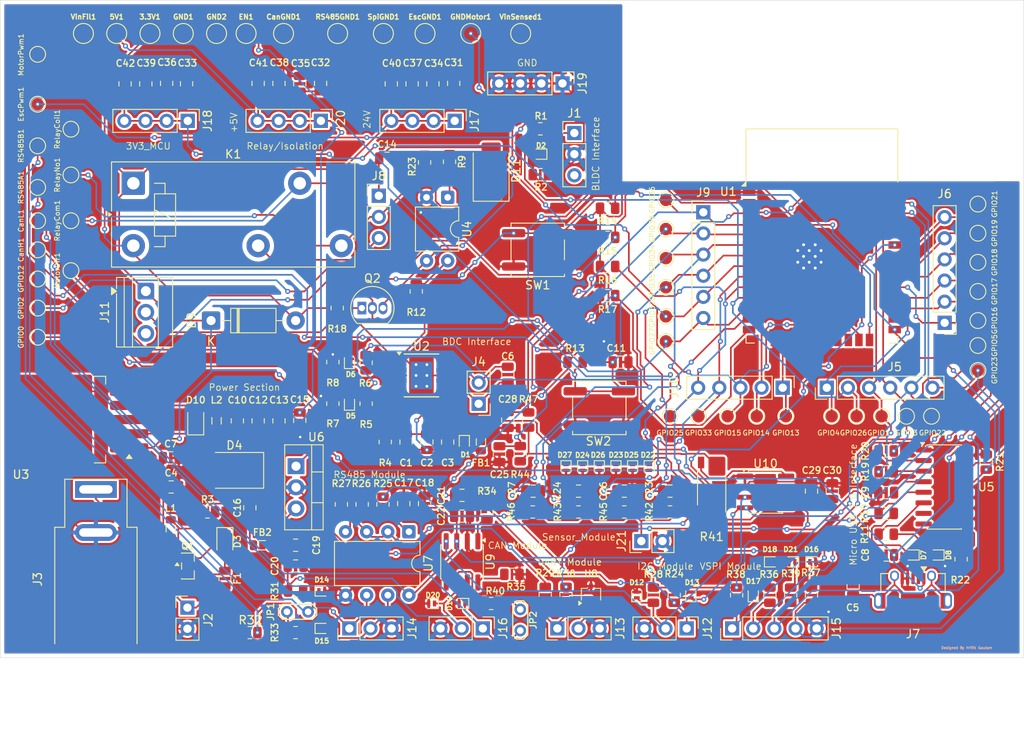
<source format=kicad_pcb>
(kicad_pcb (version 20241229) (generator "pcbnew") (generator_version "9.0")
  (layers (0 "F.Cu" signal) (2 "B.Cu" signal) (13 "F.Paste" user) (15 "B.Paste" user) (5 "F.SilkS" user "F.Silkscreen") (7 "B.SilkS" user "B.Silkscreen") (1 "F.Mask" user) (3 "B.Mask" user) (25 "Edge.Cuts" user))
  (net 0 "")
  (net 1 "/VIN_FILTERED")
  (net 2 "/GND_MOTOR")
  (net 3 "GND")
  (net 4 "Net-(J7-Shield)")
  (net 5 "/J_Motor Pin 1")
  (net 6 "/J_Motor Pin 2")
  (net 7 "/+5V")
  (net 8 "Net-(U5-V3)")
  (net 9 "/EN")
  (net 10 "/Relay_COM")
  (net 11 "Net-(C14-Pad2)")
  (net 12 "/3V3")
  (net 13 "/3V3_MCU")
  (net 14 "/GPIO32")
  (net 15 "/GPIO34")
  (net 16 "/GPIO36")
  (net 17 "/GPIO33")
  (net 18 "/GPIO35")
  (net 19 "/GPIO39")
  (net 20 "Net-(D3-K)")
  (net 21 "Net-(D3-A)")
  (net 22 "/ESC_PWM_OUT")
  (net 23 "Net-(D4-A1)")
  (net 24 "/MOTOR_PWM")
  (net 25 "Net-(D7-K)")
  (net 26 "/USB_D+")
  (net 27 "Net-(D8-K)")
  (net 28 "/USB_D-")
  (net 29 "/Relay_COIL")
  (net 30 "Net-(D10-K)")
  (net 31 "/Relay_NO")
  (net 32 "/CANH")
  (net 33 "/CANL")
  (net 34 "/GPIO21")
  (net 35 "/GPIO22")
  (net 36 "Net-(D16-K)")
  (net 37 "/VSPI_GPIO5_CS")
  (net 38 "Net-(D18-K)")
  (net 39 "/RS_A")
  (net 40 "/RS_B")
  (net 41 "/GPIO17")
  (net 42 "/GPIO16")
  (net 43 "Net-(D21-K)")
  (net 44 "/Sensor_Out")
  (net 45 "/VIN_24V")
  (net 47 "/GPIO4{slash}RS")
  (net 48 "/GPIO1")
  (net 49 "/GPIO26")
  (net 50 "/GPIO3")
  (net 51 "/VSPI_GPIO23_MOSI")
  (net 52 "/VSPI_GPIO19_MISO")
  (net 53 "/VSPI_GPIO18_SCLK")
  (net 54 "/Relay_NC")
  (net 55 "/GPIO27")
  (net 56 "/GPIO13")
  (net 57 "/GPIO15")
  (net 58 "/GPIO14")
  (net 59 "/GPIO25")
  (net 61 "Net-(J13-Pin_2)")
  (net 62 "Net-(J13-Pin_1)")
  (net 63 "Net-(JP1-B)")
  (net 64 "Net-(JP2-B)")
  (net 65 "Net-(Q2-B)")
  (net 66 "Net-(U2-ILIM)")
  (net 67 "Net-(R9-Pad2)")
  (net 68 "Net-(U5-UD+)")
  (net 69 "Net-(U5-UD-)")
  (net 70 "Net-(R12-Pad1)")
  (net 71 "/GPIO0")
  (net 72 "/GPIO2")
  (net 73 "/GPIO12")
  (net 74 "Net-(U5-RXD)")
  (net 75 "Net-(U5-TXD)")
  (net 76 "Net-(U5-~{CTS})")
  (net 77 "Net-(U7-RO)")
  (net 78 "Net-(U7-DI)")
  (net 79 "Net-(U9-D)")
  (net 80 "Net-(U9-Rs)")
  (net 81 "Net-(U10-IN-)")
  (net 82 "Net-(U10-IN+)")
  (net 83 "/VIN_Sensed")
  (net 84 "/MOTOR_DIR")
  (footprint "TestPoint:TestPoint_Pad_D1.5mm" (layer "F.Cu") (at 93.45 101.5 90)
    (property "Reference" "GPIO0")
    (property "Value" "TestPoint" (hide yes))
  )
  (footprint "TestPoint:TestPoint_Pad_D1.5mm" (layer "F.Cu") (at 176.37 111 180)
    (property "Reference" "GPIO15")
    (property "Value" "TestPoint" (hide yes))
  )
  (footprint "TestPoint:TestPoint_Pad_D2.0mm" (layer "F.Cu") (at 123 65)
    (property "Reference" "CanGND1")
    (property "Value" "TestPoint" (hide yes))
  )
  (footprint "TestPoint:TestPoint_2Pads_Pitch2.54mm_Drill0.8mm" (layer "F.Cu") (at 151.45 136.75 90)
    (property "Reference" "JP2")
    (property "Value" "Jumper_2_Open" (hide yes))
  )
  (footprint "TestPoint:TestPoint_Pad_D1.5mm" (layer "F.Cu") (at 97.45 87.5 90)
    (property "Reference" "RelayCom1")
    (property "Value" "TestPoint" (hide yes))
  )
  (footprint "Capacitor_SMD:C_0805_2012Metric" (layer "F.Cu") (at 158.45 120)
    (property "Reference" "C24")
    (property "Value" "0.1µF" (hide yes))
  )
  (footprint "TestPoint:TestPoint_Pad_D1.5mm" (layer "F.Cu") (at 93.45 73.5 90)
    (property "Reference" "EscPwm1")
    (property "Value" "TestPoint" (hide yes))
  )
  (footprint "Connector_PinHeader_2.54mm:PinHeader_1x03_P2.54mm_Vertical" (layer "F.Cu") (at 157.95 76.96)
    (property "Reference" "J1")
    (property "Value" "Conn_01x03_Pin" (hide yes))
  )
  (footprint "Package_DIP:DIP-4_W7.62mm" (layer "F.Cu") (at 142.725 84.695 -90)
    (property "Reference" "U4")
    (property "Value" "PC817")
  )
  (footprint "Diode_SMD:D_SOD-882" (layer "F.Cu") (at 162.95 117.15 -90)
    (property "Reference" "D23")
    (property "Value" "PESD5V0L1UL" (hide yes))
  )
  (footprint "Resistor_SMD:R_0805_2012Metric" (layer "F.Cu") (at 153.8625 81.96)
    (property "Reference" "R2")
    (property "Value" "100K" (hide yes))
  )
  (footprint "Diode_SMD:D_0805_2012Metric" (layer "F.Cu") (at 115.95 126.0625 -90)
    (property "Reference" "D3")
    (property "Value" "D_Zener" (hide yes))
  )
  (footprint "Capacitor_SMD:C_0805_2012Metric" (layer "F.Cu") (at 135.45 80)
    (property "Reference" "C14")
    (property "Value" "100nF" (hide yes))
  )
  (footprint "Diode_SMD:D_SOD-882" (layer "F.Cu") (at 184.1 128.5 180)
    (property "Reference" "D21")
    (property "Value" "PESD5V0L1UL" (hide yes))
  )
  (footprint "Capacitor_SMD:C_0805_2012Metric" (layer "F.Cu") (at 142.725 114.095 -90)
    (property "Reference" "C3")
    (property "Value" "1µF" (hide yes))
  )
  (footprint "Capacitor_SMD:C_0805_2012Metric" (layer "F.Cu") (at 118.95 122 90)
    (property "Reference" "C16")
    (property "Value" "22µF" (hide yes))
  )
  (footprint "Resistor_SMD:R_0805_2012Metric" (layer "F.Cu") (at 195.425 115.175)
    (property "Reference" "R20")
    (property "Value" "100" (hide yes))
  )
  (footprint "Resistor_SMD:R_0805_2012Metric" (layer "F.Cu") (at 183.95 132.5 90)
    (property "Reference" "R39")
    (property "Value" "47" (hide yes))
  )
  (footprint "Connector_PinHeader_2.54mm:PinHeader_1x06_P2.54mm_Vertical" (layer "F.Cu") (at 173.45 86.49)
    (property "Reference" "J9")
    (property "Value" "Conn_01x06_Pin" (hide yes))
  )
  (footprint "Capacitor_SMD:C_0805_2012Metric" (layer "F.Cu") (at 148.95 115.55 -90)
    (property "Reference" "C25")
    (property "Value" "0.1µF" (hide yes))
  )
  (footprint "Connector_PinHeader_2.54mm:PinHeader_1x04_P2.54mm_Vertical" (layer "F.Cu") (at 111.49 75.5 -90)
    (property "Reference" "J18")
    (property "Value" "Conn_01x04_Pin" (hide yes))
  )
  (footprint "Diode_SMD:D_SOD-882" (layer "F.Cu") (at 165.45 132.4775 90)
    (property "Reference" "D12")
    (property "Value" "PESD5V0L1UL" (hide yes))
  )
  (footprint "Capacitor_SMD:C_0805_2012Metric" (layer "F.Cu") (at 144.45 123)
    (property "Reference" "C22")
    (property "Value" "1µF" (hide yes))
  )
  (footprint "Diode_SMD:D_0805_2012Metric" (layer "F.Cu") (at 112.45 111.55 90)
    (property "Reference" "D10")
    (property "Value" "D_Schottky" (hide yes))
  )
  (footprint "Resistor_SMD:R_0805_2012Metric" (layer "F.Cu") (at 181.45 132.5 90)
    (property "Reference" "R36")
    (property "Value" "47" (hide yes))
  )
  (footprint "Diode_SMD:D_SOD-882" (layer "F.Cu") (at 127.6 132)
    (property "Reference" "D14")
    (property "Value" "PESD5V0L1UL" (hide yes))
  )
  (footprint "Package_TO_SOT_SMD:SOT-323_SC-70" (layer "F.Cu") (at 159.95 132.4125 90)
    (property "Reference" "U8")
    (property "Value" "TPD2E2U06DCK" (hide yes))
  )
  (footprint "TestPoint:TestPoint_Pad_D1.5mm" (layer "F.Cu") (at 206.45 85.5 90)
    (property "Reference" "GPIO21")
    (property "Value" "TestPoint" (hide yes))
  )
  (footprint "TestPoint:TestPoint_Pad_D2.0mm" (layer "F.Cu") (at 140 65)
    (property "Reference" "EscGND1")
    (property "Value" "TestPoint" (hide yes))
  )
  (footprint "Package_TO_SOT_SMD:TO-263-5_TabPin3" (layer "F.Cu") (at 96.8 111.4 180)
    (property "Reference" "U3")
    (property "Value" "LM2596S-5")
  )
  (footprint "Diode_SMD:D_SOD-882" (layer "F.Cu") (at 130.925 109.46 90)
    (property "Reference" "D5")
    (property "Value" "PESD5V0L1UL" (hide yes))
  )
  (footprint "Connector_PinHeader_2.54mm:PinHeader_1x02_P2.54mm_Vertical" (layer "F.Cu") (at 111.45 134)
    (property "Reference" "J2")
    (property "Value" "Conn_01x02_Pin" (hide yes))
  )
  (footprint "Resistor_SMD:R_0805_2012Metric" (layer "F.Cu") (at 129.95 121.5875 -90)
    (property "Reference" "R27")
    (property "Value" "33" (hide yes))
  )
  (footprint "Resistor_SMD:R_0805_2012Metric" (layer "F.Cu") (at 152.95 122.5)
    (property "Reference" "R46")
    (property "Value" "1K" (hide yes))
  )
  (footprint "Resistor_SMD:R_0805_2012Metric" (layer "F.Cu") (at 152.45 111.45 -90)
    (property "Reference" "R47")
    (property "Value" "1K" (hide yes))
  )
  (footprint "TestPoint:TestPoint_Pad_D1.5mm" (layer "F.Cu") (at 191.87 111 180)
    (property "Reference" "GPIO26")
    (property "Value" "TestPoint" (hide yes))
  )
  (footprint "Capacitor_SMD:C_0805_2012Metric" (layer "F.Cu") (at 106.45 71.05 90)
    (property "Reference" "C39")
    (property "Value" "0.1µF" (hide yes))
  )
  (footprint "Diode_SMD:D_SOD-882" (layer "F.Cu") (at 160.95 117.15 -90)
    (property "Reference" "D26")
    (property "Value" "PESD5V0L1UL" (hide yes))
  )
  (footprint "TestPoint:TestPoint_Pad_D1.5mm" (layer "F.Cu") (at 197.87 111)
    (property "Reference" "GPIO3")
    (property "Value" "TestPoint" (hide yes))
  )
  (footprint "Capacitor_SMD:C_0805_2012Metric" (layer "F.Cu") (at 109.45 116)
    (property "Reference" "C7")
    (property "Value" "100µF" (hide yes))
  )
  (footprint "TestPoint:TestPoint_Pad_D2.0mm" (layer "F.Cu") (at 129.5 65)
    (property "Reference" "RS485GND1")
    (property "Value" "TestPoint" (hide yes))
  )
  (footprint "Diode_SMD:D_SOD-882" (layer "F.Cu") (at 164.95 117.15 -90)
    (property "Reference" "D25")
    (property "Value" "PESD5V0L1UL" (hide yes))
  )
  (footprint "Resistor_SMD:R_0805_2012Metric" (layer "F.Cu") (at 118.95 137 180)
    (property "Reference" "R32")
    (property "Value" "680" (hide yes))
  )
  (footprint "TestPoint:TestPoint_Pad_D1.5mm" (layer "F.Cu") (at 93.45 91 90)
    (property "Reference" "CanH1")
    (property "Value" "TestPoint" (hide yes))
  )
  (footprint "Capacitor_SMD:C_0805_2012Metric" (layer "F.Cu") (at 144.45 120.5)
    (property "Reference" "C21")
    (property "Value" "0.1µF" (hide yes))
  )
  (footprint "Capacitor_SMD:C_0805_2012Metric" (layer "F.Cu") (at 124.95 71.05 90)
    (property "Reference" "C35")
    (property "Value" "1µF" (hide yes))
  )
  (footprint "Resistor_SMD:R_0805_2012Metric" (layer "F.Cu") (at 150.45 130 180)
    (property "Reference" "R35")
    (property "Value" "10K" (hide yes))
  )
  (footprint "Connector_PinHeader_2.54mm:PinHeader_1x03_P2.54mm_Vertical" (layer "F.Cu") (at 146.95 136.5 -90)
    (property "Reference" "J16")
    (property "Value" "Conn_01x03_Pin" (hide yes))
  )
  (footprint "Capacitor_SMD:C_0805_2012Metric" (layer "F.Cu") (at 124.45 126.5)
    (property "Reference" "C19")
    (property "Value" "1µF" (hide yes))
  )
  (footprint "Resistor_SMD:R_0805_2012Metric" (layer "F.Cu") (at 147.45 122.5 -90)
    (property "Reference" "R34")
    (property "Value" "33" (hide yes))
  )
  (footprint "Capacitor_SMD:C_0805_2012Metric" (layer "F.Cu") (at 137.725 114.095 -90)
    (property "Reference" "C1")
    (property "Value" "500µF" (hide yes))
  )
  (footprint "Capacitor_SMD:C_0805_2012Metric" (layer "F.Cu") (at 124.45 129)
    (property "Reference" "C20")
    (property "Value" "0.1µF" (hide yes))
  )
  (footprint "Diode_SMD:D_SOD-882" (layer "F.Cu") (at 179.45 132.4775 90)
    (property "Reference" "D17")
    (property "Value" "PESD5V0L1UL" (hide yes))
  )
  (footprint "TestPoint:TestPoint_Pad_D1.5mm" (layer "F.Cu") (at 172.87 111 180)
    (property "Reference" "GPIO33")
    (property "Value" "TestPoint" (hide yes))
  )
  (footprint "Resistor_SMD:R_0805_2012Metric" (layer "F.Cu") (at 124.45 132 180)
    (property "Reference" "R31")
    (property "Value" "680" (hide yes))
  )
  (footprint "Package_TO_SOT_THT:TO-92_Inline" (layer "F.Cu") (at 132.41 98)
    (property "Reference" "Q2")
    (property "Value" "BC337")
  )
  (footprint "Capacitor_SMD:C_0805_2012Metric" (layer "F.Cu") (at 122.45 111.55 -90)
    (property "Reference" "C13")
    (property "Value" "0.1µF" (hide yes))
  )
  (footprint "TestPoint:TestPoint_Pad_D1.5mm" (layer "F.Cu") (at 168.95 88.5 90)
    (property "Reference" "GPIO39")
    (property "Value" "TestPoint" (hide yes))
  )
  (footprint "Resistor_SMD:R_0805_2012Metric" (layer "F.Cu") (at 161.95 89.5 180)
    (property "Reference" "R15")
    (property "Value" "10K" (hide yes))
  )
  (footprint "Connector_USB:USB_Micro-AB_Molex_47590-0001" (layer "F.Cu") (at 198.65 133.525)
    (property "Reference" "J7")
    (property "Value" "USB_B_Micro" (hide yes))
  )
  (footprint "TestPoint:TestPoint_Pad_D2.0mm" (layer "F.Cu") (at 106.95 65)
    (property "Reference" "3.3V1")
    (property "Value" "TestPoint" (hide yes))
  )
  (footprint "Diode_SMD:D_SOD-882" (layer "F.Cu") (at 158.95 117.15 -90)
    (property "Reference" "D24")
    (property "Value" "PESD5V0L1UL" (hide yes))
  )
  (footprint "Diode_SMD:D_SOD-882" (layer "F.Cu") (at 144.725 114.1175 -90)
    (property "Reference" "D1")
    (property "Value" "PESD5V0L1UL" (hide yes))
  )
  (footprint "Capacitor_SMD:C_0805_2012Metric" (layer "F.Cu") (at 195.425 127.675 180)
    (property "Reference" "C8")
    (property "Value" "10µF" (hide yes))
  )
  (footprint "Resistor_SMD:R_0805_2012Metric" (layer "F.Cu") (at 135.225 114.095 90)
    (property "Reference" "R4")
    (property "Value" "22K" (hide yes))
  )
  (footprint "TestPoint:TestPoint_Pad_D2.0mm" (layer "F.Cu") (at 110.95 65)
    (property "Reference" "GND1")
    (property "Value" "TestPoint" (hide yes))
  )
  (footprint "TestPoint:TestPoint_Pad_D1.5mm" (layer "F.Cu") (at 93.45 87.5 90)
    (property "Reference" "CanL1")
    (property "Value" "TestPoint" (hide yes))
  )
  (footprint "Diode_SMD:D_SOD-882" (layer "F.Cu") (at 186.6 128.5)
    (property "Reference" "D16")
    (property "Value" "PESD5V0L1UL" (hide yes))
  )
  (footprint "Resistor_SMD:R_0805_2012Metric" (layer "F.Cu") (at 177.45 132.5 90)
    (property "Reference" "R38")
    (property "Value" "47K" (hide yes))
  )
  (footprint "TestPoint:TestPoint_Pad_D2.0mm" (layer "F.Cu") (at 114.95 65)
    (property "Reference" "GND2")
    (property "Value" "TestPoint" (hide yes))
  )
  (footprint "TestPoint:TestPoint_Pad_D1.5mm" (layer "F.Cu") (at 206.45 99.5 90)
    (property "Reference" "GPIO16")
    (property "Value" "TestPoint" (hide yes))
  )
  (footprint "Resistor_SMD:R_0805_2012Metric" (layer "F.Cu") (at 142.95 80.4125 -90)
    (property "Reference" "R9")
    (property "Value" "680" (hide yes))
  )
  (footprint "Resistor_SMD:R_0805_2012Metric" (layer "F.Cu") (at 134.95 121.5875 -90)
    (property "Reference" "R25")
    (property "Value" "33" (hide yes))
  )
  (footprint "Diode_SMD:D_SOD-882" (layer "F.Cu") (at 127.6 136.5)
    (property "Reference" "D15")
    (property "Value" "PESD5V0L1UL" (hide yes))
  )
  (footprint "Connector_PinHeader_2.54mm:PinHeader_1x05_P2.54mm_Vertical" (layer "F.Cu") (at 182.99 107.57 -90)
    (property "Reference" "J10")
    (property "Value" "Conn_01x05_Pin" (hide yes))
  )
  (footprint "Diode_THT:D_DO-41_SOD81_P10.16mm_Horizontal" (layer "F.Cu") (at 114.29 99.5)
    (property "Reference" "D9")
    (property "Value" "1N4007")
  )
  (footprint "Resistor_SMD:R_0805_2012Metric" (layer "F.Cu") (at 154.45 132.4125 90)
    (property "Reference" "R29")
    (property "Value" "33" (hide yes))
  )
  (footprint "Resistor_SMD:R_0805_2012Metric" (layer "F.Cu") (at 195.425 125.175 180)
    (property "Reference" "R11")
    (property "Value" "22" (hide yes))
  )
  (footprint "TestPoint:TestPoint_Pad_D1.5mm" (layer "F.Cu") (at 93.45 67.5 90)
    (property "Reference" "MotorPwm1")
    (property "Value" "TestPoint" (hide yes))
  )
  (footprint "Resistor_SMD:R_0805_2012Metric" (layer "F.Cu") (at 204.425 128.175 90)
    (property "Reference" "R22")
    (property "Value" "10K" (hide yes))
  )
  (footprint "TerminalBlock:TerminalBlock_Xinya_XY308-2.54-3P_1x03_P2.54mm_Horizontal" (layer "F.Cu") (at 106.45 95.96 -90)
    (property "Reference" "J11")
    (property "Value" "Screw_Terminal_01x03" (hide yes))
  )
  (footprint "Inductor_SMD:L_0805_2012Metric" (layer "F.Cu") (at 146.725 114.095 90)
    (property "Reference" "FB1")
    (property "Value" "FerriteBead" (hide yes))
  )
  (footprint "Diode_SMD:D_SOD-882" (layer "F.Cu") (at 166.95 117.15 -90)
    (property "Reference" "D22")
    (property "Value" "PESD5V0L1UL" (hide yes))
  )
  (footprint "Connector_PinHeader_2.54mm:PinHeader_1x03_P2.54mm_Vertical" (layer "F.Cu") (at 155.91 136.5 90)
    (property "Reference" "J13")
    (property "Value" "Conn_01x03_Pin" (hide yes))
  )
  (footprint "Diode_SMD:D_SOD-882" (layer "F.Cu") (at 130.925 104.46 90)
    (property "Reference" "D6")
    (property "Value" "PESD5V0L1UL" (hide yes))
  )
  (footprint "TestPoint:TestPoint_Pad_D1.5mm" (layer "F.Cu") (at 200.87 111 180)
    (property "Reference" "GPIO22")
    (property "Value" "TestPoint" (hide yes))
  )
  (footprint "Inductor_SMD:L_0805_2012Metric" (layer "F.Cu") (at 120.45 126.5)
    (property "Reference" "FB2")
    (property "Value" "FerriteBead" (hide yes))
  )
  (footprint "Relay_THT:Relay_SPDT_Finder_40.51" (layer "F.Cu") (at 104.95 83)
    (property "Reference" "K1")
    (property "Value" "Relay_SPDT")
  )
  (footprint "Capacitor_SMD:C_0805_2012Metric" (layer "F.Cu") (at 124.95 111.5 -90)
    (property "Reference" "C15")
    (property "Value" "10µF" (hide yes))
  )
  (footprint "Diode_SMD:D_SOD-882" (layer "F.Cu") (at 171.95 132.4775 90)
    (property "Reference" "D13")
    (property "Value" "PESD5V0L1UL" (hide yes))
  )
  (footprint "TestPoint:TestPoint_Pad_D1.5mm" (layer "F.Cu") (at 169.45 111 180)
    (property "Reference" "GPIO25")
    (property "Value" "TestPoint" (hide yes))
  )
  (footprint "Package_SO:SOIC-8_3.9x4.9mm_P1.27mm" (layer "F.Cu") (at 144.45 128.5 -90)
    (property "Reference" "U9")
    (property "Value" "SN65HVD230" (hide yes))
  )
  (footprint "TestPoint:TestPoint_Pad_D1.5mm" (layer "F.Cu") (at 188.87 111)
    (property "Reference" "GPIO4")
    (property "Value" "TestPoint" (hide yes))
  )
  (footprint "Diode_SMD:D_SOD-882" (layer "F.Cu") (at 144.45 133.5 180)
    (property "Reference" "D19")
    (property "Value" "PESD5V0L1UL" (hide yes))
  )
  (footprint "Diode_SMD:D_SOD-882" (layer "F.Cu") (at 201.575 127.675 180)
    (property "Reference" "D8")
    (property "Value" "PESD5V0L1UL" (hide yes))
  )
  (footprint "Connector_BarrelJack:BarrelJack_SwitchcraftConxall_RAPC10U_Horizontal" (layer "F.Cu") (at 100.45 119.79 90)
    (property "Reference" "J3")
    (property "Value" "Jack-DC" (hide yes))
  )
  (footprint "Capacitor_SMD:C_0805_2012Metric" (layer "F.Cu") (at 119.95 71 90)
    (property "Reference" "C41")
    (property "Value" "0.1µF" (hide yes))
  )
  (footprint "Capacitor_SMD:C_0805_2012Metric" (layer "F.Cu") (at 153 120)
    (property "Reference" "C27")
    (property "Value" "0.1µF" (hide yes))
  )
  (footprint "TestPoint:TestPoint_Pad_D1.5mm" (layer "F.Cu") (at 93.45 78.5 90)
    (property "Reference" "RS485B1")
    (property "Value" "TestPoint" (hide yes))
  )
  (footprint "TestPoint:TestPoint_Pad_D1.5mm" (layer "F.Cu") (at 168.95 95.5 90)
    (property "Reference" "GPIO35")
    (property "Value" "TestPoint" (hide yes))
  )
  (footprint "Capacitor_SMD:C_0805_2012Metric" (layer "F.Cu") (at 195.425 120.175 180)
    (property "Reference" "C9")
    (property "Value" "0.1µF" (hide yes))
  )
  (footprint "Capacitor_SMD:C_0805_2012Metric" (layer "F.Cu") (at 163.95 120)
    (property "Reference" "C26")
    (property "Value" "0.1µF" (hide yes))
  )
  (footprint "TestPoint:TestPoint_Pad_D1.5mm" (layer "F.Cu") (at 97.45 82 90)
    (property "Reference" "RelayNo1")
    (property "Value" "TestPoint" (hide yes))
  )
  (footprint "TestPoint:TestPoint_Pad_D1.5mm" (layer "F.Cu") (at 93.45 98 90)
    (property "Reference" "GPIO2")
    (property "Value" "TestPoint" (hide yes))
  )
  (footprint "Connector_PinHeader_2.54mm:PinHeader_1x03_P2.54mm_Vertical" (layer "F.Cu") (at 134.45 84.5)
    (property "Reference" "J8")
    (property "Value" "Conn_01x03_Pin" (hide yes))
  )
  (footprint "TestPoint:TestPoint_Pad_D1.5mm" (layer "F.Cu") (at 206.45 96 90)
    (property "Reference" "GPIO17")
    (property "Value" "TestPoint" (hide yes))
  )
  (footprint "Resistor_SMD:R_0805_2012Metric" (layer "F.Cu") (at 113.8625 122.5 180)
    (property "Reference" "R3")
    (property "Value" "10K" (hide yes))
  )
  (footprint "Resistor_SMD:R_0805_2012Metric" (layer "F.Cu") (at 158.0375 104.5)
    (property "Reference" "R13")
    (property "Value" "10K" (hide yes))
  )
  (footprint "TestPoint:TestPoint_2Pads_Pitch2.54mm_Drill0.8mm" (layer "F.Cu") (at 125.95 134.5 180)
    (property "Reference" "JP1")
    (property "Value" "Jumper_2_Open" (hide yes))
  )
  (footprint "Resistor_SMD:R_0805_2012Metric" (layer "F.Cu") (at 128.925 109.4825 -90)
    (property "Reference" "R7")
    (property "Value" "100K" (hide yes))
  )
  (footprint "Capacitor_SMD:C_0805_2012Metric" (layer "F.Cu") (at 139.95 121.5 90)
    (property "Reference" "C18")
    (property "Value" "1µF" (hide yes))
  )
  (footprint "Resistor_SMD:R_0805_2012Metric" (layer "F.Cu") (at 169.95 132.5 -90)
    (property "Reference" "R24")
    (property "Value" "4.7K" (hide yes))
  )
  (footprint "Capacitor_SMD:C_0805_2012Metric" (layer "F.Cu") (at 109.5 119.5)
    (property "Reference" "C4")
    (property "Value" "C" (hide yes))
  )
  (footprint "Resistor_SMD:R_0805_2012Metric" (layer "F.Cu") (at 153.8625 76.46)
    (property "Reference" "R1")
    (property "Value" "100" (hide yes))
  )
  (footprint "RF_Module:ESP32-WROOM-32D" (layer "F.Cu") (at 187.7 92.32)
    (property "Reference" "U1")
    (property "Value" "ESP32-WROOM-32D")
  )
  (footprint "Capacitor_SMD:C_0805_2012Metric" (layer "F.Cu") (at 186.45 120 90)
    (property "Reference" "C29")
    (property "Value" "0.1µF" (hide yes))
  )
  (footprint "Diode_SMD:D_SOD-882" (layer "F.Cu") (at 156.95 117.15 -90)
    (property "Reference" "D27")
    (property "Value" "PESD5V0L1UL" (hide yes))
  )
  (footprint "Connector_PinHeader_2.54mm:PinHeader_1x04_P2.54mm_Vertical" (layer "F.Cu") (at 156.53 71 -90)
    (property "Reference" "J19")
    (property "Value" "Conn_01x04_Pin" (hide yes))
  )
  (footprint "Resistor_SMD:R_0805_2012Metric" (layer "F.Cu") (at 132.925 109.4825 -90)
    (property "Reference" "R5")
    (property "Value" "100" (hide yes))
  )
  (footprint "TestPoint:TestPoint_Pad_D1.5mm" (layer "F.Cu") (at 206.45 89 90)
    (property "Reference" "GPIO19")
    (property "Value" "TestPoint" (hide yes))
  )
  (footprint "TestPoint:TestPoint_Pad_D1.5mm" (layer "F.Cu") (at 194.87 111 180)
    (property "Reference" "GPIO1")
    (property "Value" "TestPoint" (hide yes))
  )
  (footprint "Capacitor_SMD:C_0805_2012Metric" (layer "F.Cu") (at 140.225 114.095 -90)
    (property "Reference" "C2")
    (property "Value" "0.1µF" (hide yes))
  )
  (footprint "Resistor_SMD:R_0805_2012Metric" (layer "F.Cu") (at 161.95 93 180)
    (property "Reference" "R16")
    (property "Value" "10K" (hide yes))
  )
  (footprint "Diode_SMD:D_SOD-882" (layer "F.Cu") (at 181.6 128.5)
    (property "Reference" "D18")
    (property "Value" "PESD5V0L1UL" (hide yes))
  )
  (footprint "Diode_SMD:D_SMB" (layer "F.Cu") (at 116.95 117.5 180)
    (property "Reference" "D4")
    (property "Value" "D_TVS" (hide yes))
  )
  (footprint "Resistor_SMD:R_0805_2012Metric" (layer "F.Cu") (at 129.45 98 90)
    (property "Reference" "R18")
    (property "Value" "10K" (hide yes))
  )
  (footprint "TestPoint:TestPoint_Pad_D2.0mm" (layer "F.Cu") (at 135 65)
    (property "Reference" "SpiGND1")
    (property "Value" "TestPoint" (hide yes))
  )
  (footprint "TestPoint:TestPoint_Pad_D1.5mm" (layer "F.Cu") (at 93.45 83.5 90)
    (property "Reference" "RS485A1")
    (property "Value" "TestPoint" (hide yes))
  )
  (footprint "Button_Switch_SMD:SW_Push_1P1T_NO_CK_KSC7xxJ" (layer "F.Cu") (at 153.55 91)
    (property "Reference" "SW1")
    (property "Value" "SW_Push")
  )
  (footprint "TestPoint:TestPoint_Pad_D1.5mm" (layer "F.Cu") (at 179.87 111 180)
    (property "Reference" "GPIO14")
    (property "Value" "TestPoint" (hide yes))
  )
  (footprint "TestPoint:TestPoint_Pad_D2.0mm" (layer "F.Cu") (at 98.95 65)
    (property "Reference" "VinFil1")
    (property "Value" "TestPoint" (hide yes))
  )
  (footprint "Package_SO:SOIC-16_3.9x9.9mm_P1.27mm" (layer "F.Cu") (at 202.4 119.5)
    (property "Reference" "U5")
    (property "Value" "CH340C")
  )
  (footprint "Package_TO_SOT_THT:TO-220-3_Vertical" (layer "F.Cu") (at 124.5 117 -90)
    (property "Reference" "U6")
    (property "Value" "MCP1825S")
  )
  (footprint "Diode_SMD:D_SOD-882" (layer "F.Cu") (at 153.84 79.5 180)
    (property "Reference" "D2")
    (property "Value" "PESD5V0L1UL" (hide yes))
  )
  (footprint "Capacitor_SMD:C_0805_2012Metric" (layer "F.Cu") (at 188.95 120 90)
    (property "Reference" "C30")
    (property "Value" "1µF" (hide yes))
  )
  (footprint "Capacitor_SMD:C_0805_2012Metric" (layer "F.Cu") (at 135.95 71.05 90)
    (property "Reference" "C40")
    (property "Value" "0.1µF" (hide yes))
  )
  (footprint "TestPoint:TestPoint_Pad_D1.5mm" (layer "F.Cu") (at 97.45 93.5 90)
    (property "Reference" "MotorDir1")
    (property "Value" "TestPoint" (hide yes))
  )
  (footprint "Package_DIP:DIP-8_W7.62mm" (layer "F.Cu") (at 138.07 124.88 -90)
    (property "Reference" "U7")
    (property "Value" "MAX3485" (hide yes))
  )
  (footprint "Capacitor_SMD:C_0805_2012Metric" (layer "F.Cu") (at 103.95 71.05 90)
    (property "Reference" "C42")
    (property "Value" "0.1µF" (hide yes))
  )
  (footprint "Connector_PinHeader_2.54mm:PinHeader_1x06_P2.54mm_Vertical" (layer "F.Cu") (at 202.45 99.77 180)
    (property "Reference" "J6")
    (property "Value" "Conn_01x06_Pin" (hide yes))
  )
  (footprint "TestPoint:TestPoint_Pad_D2.0mm" (layer "F.Cu") (at 102.95 65)
    (property "Reference" "5V1")
    (property "Value" "TestPoint" (hide yes))
  )
  (footprint "TestPoint:TestPoint_Pad_D1.5mm" (layer "F.Cu") (at 206.45 92.5 90)
    (property "Reference" "GPIO18")
    (property "Value" "TestPoint" (hide yes))
  )
  (footprint "Package_SO:Texas_HTSOP-8-1EP_3.9x4.9mm_P1.27mm_EP2.95x4.9mm_Mask2.4x3.1mm_ThermalVias" (layer "F.Cu") (at 139.575 106.095)
    (property "Reference" "U2")
    (property "Value" "DRV8871DDA")
  )
  (footprint "Fuse:Fuse_0805_2012Metric" (layer "F.Cu") (at 115.95 130.5 90)
    (property "Reference" "F1")
    (property "Value" "Fuse" (hide yes))
  )
  (footprint "TestPoint:TestPoint_Pad_D1.5mm" (layer "F.Cu") (at 168.95 102 90)
    (property "Reference" "GPIO27")
    (property "Value" "TestPoint" (hide yes))
  )
  (footprint "Resistor_SMD:R_Shunt_Vishay_WSK2512_6332Metric_T1.19mm" (layer "F.Cu") (at 174.45 119.985 -90)
    (property "Reference" "R41")
    (property "Value" "R_Shunt = 5 mΩ, ≥2 W, 2512package" (hide yes))
  )
  (footprint "Connector_PinHeader_2.54mm:PinHeader_1x03_P2.54mm_Vertical" (layer "F.Cu") (at 171.45 136.5 -90)
    (property "Reference" "J12")
    (property "Value" "Conn_01x03_Pin" (hide yes))
  )
  (footprint "Diode_SMD:D_SOD-882" (layer "F.Cu") (at 140.8 133.5 180)
    (property "Reference" "D20")
    (property "Value" "PESD5V0L1UL" (hide yes))
  )
  (footprint "TestPoint:TestPoint_Pad_D2.0mm" (layer "F.Cu") (at 145.5 65)
    (property "Reference" "GNDMotor1")
    (property "Value" "TestPoint" (hide yes))
  )
  (footprint "Capacitor_SMD:C_0805_2012Metric" (layer "F.Cu") (at 138.45 71.05 90)
    (property "Reference" "C37")
    (property "Value" "0.1µF" (hide yes))
  )
  (footprint "Resistor_SMD:R_0805_2012Metric" (layer "F.Cu") (at 147.95 133.5)
    (property "Reference" "R40")
    (property "Value" "120" (hide yes))
  )
  (footprint "TestPoint:TestPoint_Pad_D1.5mm" (layer "F.Cu") (at 168.95 85 90)
    (property "Reference" "GPIO36")
    (property "Value" "TestPoint" (hide yes))
  )
  (footprint "Resistor_SMD:R_0805_2012Metric" (layer "F.Cu") (at 132.45 121.5875 -90)
    (property "Reference" "R26")
    (property "Value" "10K" (hide yes))
  )
  (footprint "TestPoint:TestPoint_Pad_D1.5mm" (layer "F.Cu") (at 168.95 92 90)
    (property "Reference" "GPIO34")
    (property "Value" "TestPoint" (hide yes))
  )
  (footprint "Package_TO_SOT_SMD:SOT-23" (layer "F.Cu") (at 111.5125 129)
    (property "Reference" "Q1")
    (property "Value" "Q_PMOS_GDS" (hide yes))
  )
  (footprint "Capacitor_SMD:C_0805_2012Metric" (layer "F.Cu") (at 163.5 104.5)
    (property "Reference" "C11")
    (property "Value" "0.1µF" (hide yes))
  )
  (footprint "Diode_SMD:D_SOD-882" (layer "F.Cu") (at 198.575 127.675 180)
    (property "Reference" "D7")
    (property "Value" "PESD5V0L1UL" (hide yes))
  )
  (footprint "Resistor_SMD:R_0805_2012Metric" (layer "F.Cu") (at 195.425 117.675)
    (property "Reference" "R19")
    (property "Value" "100" (hide yes))
  )
  (footprint "Capacitor_SMD:C_0805_2012Metric" (layer "F.Cu") (at 122.45 71 90)
    (property "Reference" "C38")
    (property "Value" "0.1µF" (hide yes))
  )
  (footprint "Capacitor_SMD:C_0805_2012Metric" (layer "F.Cu") (at 127.45 71 90)
    (property "Reference" "C32")
    (property "Value" "10µF" (hide yes))
  )
  (footprint "Diode_SMD:D_SMB" (layer "F.Cu") (at 147.95 81.5 90)
    (property "Reference" "D11")
    (property "Value" "D_TVS" (hide yes))
  )
  (footprint "Resistor_SMD:R_0805_2012Metric" (layer "F.Cu") (at 132.925 104.57 -90)
    (property "Reference" "R6")
    (property "Value" "100" (hide yes))
  )
  (footprint "Capacitor_SMD:C_0805_2012Metric" (layer "F.Cu") (at 169.45 120)
    (property "Reference" "C23")
    (property "Value" "0.1µF" (hide yes))
  )
  (footprint "Connector_PinHeader_2.54mm:PinHeader_1x04_P2.54mm_Vertical" (layer "F.Cu") (at 143.57 75.5 -90)
    (property "Reference" "J17")
    (property "Value" "Conn_01x04_Pin" (hide yes))
  )
  (footprint "Resistor_SMD:R_0805_2012Metric" (layer "F.Cu") (at 156.95 132.4125 90)
    (property "Reference" "R30")
    (property "Value" "33" (hide yes))
  )
  (footprint "Package_SO:SOIC-8_3.9x4.9mm_P1.27mm" (layer "F.Cu") (at 180.925 120.095)
    (property "Reference" "U10")
    (property "Value" "INA219AxD")
  )
  (footprint "Resistor_SMD:R_0805_2012Metric" (layer "F.Cu") (at 139.95 80.5 90)
    (property "Reference" "R23")
    (property "Value" "100" (hide yes))
  )
  (footprint "Capacitor_SMD:C_0805_2012Metric" (layer "F.Cu") (at 149.95 106 -90)
    (property "Reference" "C6")
    (property "Value" "0.1µF" (hide yes))
  )
  (footprint "Capacitor_SMD:C_0805_2012Metric" (layer "F.Cu") (at 111.35 71.04 90)
    (property "Reference" "C33")
    (property "Value" "10µF" (hide yes))
  )
  (footprint "Resistor_SMD:R_0805_2012Metric" (layer "F.Cu") (at 161.95 86 180)
    (property "Reference" "R14")
    (property "Value" "10K" (hide yes))
  )
  (footprint "Capacitor_SMD:C_0805_2012Metric" (layer "F.Cu") (at 191.45 131.5 -90)
    (property "Reference" "C5")
    (property "Value" "0.1µF" (hide yes))
  )
  (footprint "TestPoint:TestPoint_Pad_D1.5mm" (layer "F.Cu") (at 168.95 99 90)
    (property "Reference" "GPIO32")
    (property "Value" "TestPoint" (hide yes))
  )
  (footprint "Connector_PinHeader_2.54mm:PinHeader_1x03_P2.54mm_Vertical" (layer "F.Cu") (at 130.91 136.5 90)
    (property "Reference" "J14")
    (property "Value" "Conn_01x03_Pin" (hide yes))
  )
  (footprint "Resistor_SMD:R_0805_2012Metric" (layer "F.Cu") (at 167.45 132.5 -90)
    (property "Reference" "R28")
    (property "Value" "4.7K" (hide yes))
  )
  (footprint "Resistor_SMD:R_0805_2012Metric" (layer "F.Cu") (at 138.95 96 -90)
    (property "Reference" "R12")
    (property "Value" "1K" (hide yes))
  )
  (footprint "TestPoint:TestPoint_Pad_D2.0mm" (layer "F.Cu") (at 151.5 65)
    (property "Reference" "VinSensed1")
    (property "Value" "TestPoint" (hide yes))
  )
  (footprint "TestPoint:TestPoint_Pad_D1.5mm" (layer "F.Cu") (at 97.45 76.5 90)
    (property "Reference" "RelayCoil1")
    (property "Value" "TestPoint" (hide yes))
  )
  (footprint "Capacitor_SMD:C_0805_2012Metric" (layer "F.Cu") (at 108.95 71 90)
    (property "Reference" "C36")
    (property "Value" "1µF" (hide yes))
  )
  (footprint "TestPoint:TestPoint_Pad_D1.5mm" (layer "F.Cu") (at 183.37 111 180)
    (property "Reference" "GPIO13")
    (property "Value" "TestPoint" (hide yes))
  )
  (footprint "Resistor_SMD:R_0805_2012Metric" (layer "F.Cu") (at 207.45 116.5 -90)
    (property "Reference" "R21")
    (property "Value" "10K" (hide yes))
  )
  (footprint "Resistor_SMD:R_0805_2012Metric" (layer "F.Cu") (at 158.45 122.5)
    (property "Reference" "R43")
    (property "Value" "1K" (hide yes))
  )
  (footprint "TestPoint:TestPoint_Pad_D1.5mm" (layer "F.Cu") (at 93.45 94.5 90)
    (property "Reference" "GPIO12")
    (property "Value" "TestPoint" (hide yes))
  )
  (footprint "Connector_PinHeader_2.54mm:PinHeader_1x02_P2.54mm_Vertical" (layer "F.Cu") (at 146.45 109.5 180)
    (property "Reference" "J4")
    (property "Value" "Conn_01x02_Pin" (hide yes))
  )
  (footprint "Capacitor_SMD:C_0805_2012Metric" (layer "F.Cu") (at 140.95 71.05 90)
    (property "Reference" "C34")
    (property "Value" "1µF" (hide yes))
  )
  (footprint "Resistor_SMD:R_0805_2012Metric" (layer "F.Cu") (at 169.45 122.5)
    (property "Reference" "R42")
    (property "Value" "1K" (hide yes))
  )
  (footprint "Connector_PinHeader_2.54mm:PinHeader_1x06_P2.54mm_Vertical" (layer "F.Cu") (at 188.29 107.57 90)
    (property "Reference" "J5")
    (property "Value" "Conn_01x06_Pin" (hide yes))
  )
  (footprint "Capacitor_SMD:C_0805_2012Metric" (layer "F.Cu") (at 119.95 111.55 -90)
    (property "Reference" "C12")
    (property "Value" "1µF" (hide yes))
  )
  (footprint "Inductor_SMD:L_0805_2012Metric" (layer "F.Cu") (at 114.95 111.55 90)
    (property "Reference" "L2")
    (property "Value" "47µH" (hide yes))
  )
  (footprint "Resistor_SMD:R_0805_2012Metric" (layer "F.Cu") (at 163.95 122.5)
    (property "Reference" "R45")
    (property "Value" "1K" (hide yes))
  )
  (footprint "Resistor_SMD:R_0805_2012Metric" (layer "F.Cu") (at 161.95 96.5 180)
    (property "Reference" "R17")
    (property "Value" "10K" (hide yes))
  )
  (footprint "Capacitor_SMD:C_0805_2012Metric" (layer "F.Cu") (at 137.45 121.5 90)
    (property "Reference" "C17")
    (property "Value" "0.1µF" (hide yes))
  )
  (footprint "Button_Switch_SMD:SW_Push_1P1T_NO_CK_KSC7xxJ" (layer "F.Cu") (at 160.95 110 180)
    (property "Reference" "SW2")
    (property "Value" "SW_Push" (hide yes))
  )
  (footprint "Resistor_SMD:R_0805_2012Metric" (layer "F.Cu") (at 195.425 122.675 180)
    (property "Reference" "R10")
    (property "Value" "22" (hide yes))
  )
  (footprint "Resistor_SMD:R_0805_2012Metric" (layer "F.Cu") (at 124.45 137 180)
    (property "Reference" "R33")
    (property "Value" "120" (hide yes))
  )
  (footprint "TestPoint:TestPoint_Pad_D2.0mm" (layer "F.Cu") (at 118.5 65)
    (property "Reference" "EN1")
    (property "Value" "TestPoint" (hide yes))
  )
  (footprint "Inductor_SMD:L_0805_2012Metric" (layer "F.Cu") (at 109.45 124.5 -90)
    (property "Reference" "L1")
    (property "Value" "L" (hide yes))
  )
  (footprint "Resistor_SMD:R_0805_2012Metric" (layer "F.Cu") (at 128.925 104.4825 -90)
    (property "Reference" "R8")
    (property "Value" "100K" (hide yes))
  )
  (footprint "Connector_PinHeader_2.54mm:PinHeader_1x02_P2.54mm_Vertical" (layer "F.Cu") (at 166 126 90)
    (property "Reference" "J21")
    (property "Value" "Conn_01x02_Pin" (hide yes))
  )
  (footprint "TestPoint:TestPoint_Pad_D1.5mm" (layer "F.Cu") (at 206.45 105.5 -90)
    (property "Reference" "GPIO23")
    (property "Value" "TestPoint" (hide yes))
  )
  (footprint "Resistor_SMD:R_0805_2012Metric" (layer "F.Cu") (at 151.45 115.5 -90)
    (property "Reference" "R44")
    (property "Value" "1K" (hide yes))
  )
  (footprint "TestPoint:TestPoint_Pad_D1.5mm" (layer "F.Cu") (at 206.45 102.5 -90)
    (property "Reference" "GPIO5")
    (property "Value" "TestPoint" (hide yes))
  )
  (footprint "Capacitor_SMD:C_0805_2012Metric" (layer "F.Cu") (at 149.95 111.45 -90)
    (property "Reference" "C28")
    (property "Value" "0.1µF" (hide yes))
  )
  (footprint "Connector_PinHeader_2.54mm:PinHeader_1x05_P2.54mm_Vertical" (layer "F.Cu") (at 176.91 136.5 90)
    (property "Reference" "J15")
    (property "Value" "Conn_01x05_Pin" (hide yes))
  )
  (footprint "Connector_PinHeader_2.54mm:PinHeader_1x04_P2.54mm_Vertical" (layer "F.Cu") (at 127.49 75.5 -90)
    (property "Reference" "J20")
    (property "Value" "Conn_01x04_Pin" (hide yes))
  )
  (footprint "Resistor_SMD:R_0805_2012Metric" (layer "F.Cu") (at 186.45 132.5 90)
    (property "Reference" "R37")
    (property "Value" "47" (hide yes))
  )
  (footprint "Capacitor_SMD:C_0805_2012Metric" (layer "F.Cu") (at 143.45 71 90)
    (property "Reference" "C31")
    (property "Value" "10µF" (hide yes))
  )
  (footprint "Capacitor_SMD:C_0805_2012Metric" (layer "F.Cu") (at 117.45 111.55 -90)
    (property "Reference" "C10")
    (property "Value" "100µF" (hide yes))
  )
  (gr_rect (start 88.95 61) (end 211.95 140) (stroke (width 0.05)) (fill no) (layer "Edge.Cuts"))
  (gr_text "RS485 Module" (at 128.95 118.5 0) (layer "F.SilkS") (effects (font (size 0.8 0.8) (thickness 0.1)) (justify left bottom)))
  (gr_text "3V3_MCU" (at 104 79 0) (layer "F.SilkS") (effects (font (size 0.8 0.8) (thickness 0.1)) (justify left bottom)))
  (gr_text "VSPI Module" (at 172.95 129.5 0) (layer "F.SilkS") (effects (font (size 0.8 0.8) (thickness 0.1)) (justify left bottom)))
  (gr_text "BLDC Interface" (at 161 84 90) (layer "F.SilkS") (effects (font (size 0.8 0.8) (thickness 0.1)) (justify left bottom)))
  (gr_text "I2C Module" (at 165.45 129.5 0) (layer "F.SilkS") (effects (font (size 0.8 0.8) (thickness 0.1)) (justify left bottom)))
  (gr_text "GND" (at 151 69 0) (layer "F.SilkS") (effects (font (size 0.8 0.8) (thickness 0.1)) (justify left bottom)))
  (gr_text "+5V" (at 117.5 77 90) (layer "F.SilkS") (effects (font (size 0.8 0.8) (thickness 0.1)) (justify left bottom)))
  (gr_text "24V" (at 133.5 76.5 90) (layer "F.SilkS") (effects (font (size 0.8 0.8) (thickness 0.1)) (justify left bottom)))
  (gr_text "UART Module" (at 153.45 129 0) (layer "F.SilkS") (effects (font (size 0.8 0.8) (thickness 0.1)) (justify left bottom)))
  (gr_text "Power Section" (at 113.95 108 0) (layer "F.SilkS") (effects (font (size 0.8 0.8) (thickness 0.1)) (justify left bottom)))
  (gr_text "Sensor_Module" (at 154 126 0) (layer "F.SilkS") (effects (font (size 0.8 0.8) (thickness 0.1)) (justify left bottom)))
  (gr_text "Micro USB 2.0 Interface" (at 191.95 129 90) (layer "F.SilkS") (effects (font (size 0.8 0.8) (thickness 0.1)) (justify left bottom)))
  (gr_text "Relay/Isolation" (at 118.5 79 0) (layer "F.SilkS") (effects (font (size 0.8 0.8) (thickness 0.1)) (justify left bottom)))
  (gr_text "CAN Module" (at 147.5 127 0) (layer "F.SilkS") (effects (font (size 0.8 0.8) (thickness 0.1)) (justify left bottom)))
  (gr_text "BDC Interface" (at 142 102.5 0) (layer "F.SilkS") (effects (font (size 0.8 0.8) (thickness 0.1)) (justify left bottom)))
  (gr_text "Designed By Hritik Gautam" (at 202 139 0) (layer "B.SilkS") (effects (font (size 0.3 0.3) (thickness 0.075) (bold yes)) (justify left bottom)))
  (segment (start 108.4 113.7) (end 107.3 114.8) (width 0.2) (layer "F.Cu") (net 1))
  (segment (start 136 71.95) (end 135.95 72) (width 0.2) (layer "F.Cu") (net 1))
  (segment (start 108.55 116.55) (end 108.55 119.5) (width 0.2) (layer "F.Cu") (net 1))
  (segment (start 104.95 83) (end 101.5 79.55) (width 0.2) (layer "F.Cu") (net 1))
  (segment (start 142.725 113.145) (end 143.145 113.145) (width 0.2) (layer "F.Cu") (net 1))
  (segment (start 108.55 124.6625) (end 109.45 125.5625) (width 0.2) (layer "F.Cu") (net 1))
  (segment (start 103.249 84.701) (end 103.249 92.759) (width 0.2) (layer "F.Cu") (net 1))
  (segment (start 104.95 83) (end 106.651 81.299) (width 0.2) (layer "F.Cu") (net 1))
  (segment (start 143.45 71.95) (end 136 71.95) (width 0.2) (layer "F.Cu") (net 1))
  (segment (start 109.99 99.5) (end 106.45 95.96) (width 0.2) (layer "F.Cu") (net 1))
  (segment (start 171.349943 115.5) (end 173.585 115.5) (width 0.2) (layer "F.Cu") (net 1))
  (segment (start 142.725 113.145) (end 142.725 108.275) (width 0.2) (layer "F.Cu") (net 1))
  (segment (start 104.95 83) (end 103.249 84.701) (width 0.2) (layer "F.Cu") (net 1))
  (segment (start 130.496 113.996) (end 136.874 113.996) (width 0.2) (layer "F.Cu") (net 1))
  (segment (start 107.3 114.8) (end 104.45 114.8) (width 0.2) (layer "F.Cu") (net 1))
  (segment (start 153.451 111.86484) (end 153.451 112.951) (width 0.2) (layer "F.Cu") (net 1))
  (segment (start 173.585 115.5) (end 175.085 117) (width 0.2) (layer "F.Cu") (net 1))
  (segment (start 101.5 67.55) (end 98.95 65) (width 0.2) (layer "F.Cu") (net 1))
  (segment (start 135.95 75.5) (end 143.57 75.5) (width 0.2) (layer "F.Cu") (net 1))
  (segment (start 103.249 92.759) (end 106.45 95.96) (width 0.2) (layer "F.Cu") (net 1))
  (segment (start 144.725 113.5675) (end 146.7435 111.549) (width 0.2) (layer "F.Cu") (net 1))
  (segment (start 171.298943 115.551) (end 171.349943 115.5) (width 0.2) (layer "F.Cu") (net 1))
  (segment (start 156 115.5) (end 170.750057 115.5) (width 0.2) (layer "F.Cu") (net 1))
  (segment (start 146.7435 111.549) (end 153.13516 111.549) (width 0.2) (layer "F.Cu") (net 1))
  (segment (start 108.55 118.9) (end 108.55 119.5) (width 0.2) (layer "F.Cu") (net 1))
  (segment (start 153.13516 111.549) (end 153.451 111.86484) (width 0.2) (layer "F.Cu") (net 1))
  (segment (start 143.7675 113.7675) (end 144.725 113.7675) (width 0.2) (layer "F.Cu") (net 1))
  (segment (start 136.874 113.996) (end 137.725 113.145) (width 0.2) (layer "F.Cu") (net 1))
  (segment (start 106.651 81.299) (end 130.151 81.299) (width 0.2) (layer "F.Cu") (net 1))
  (segment (start 170.750057 115.5) (end 170.801057 115.551) (width 0.2) (layer "F.Cu") (net 1))
  (segment (start 144.725 113.7675) (end 144.725 113.5675) (width 0.2) (layer "F.Cu") (net 1))
  (segment (start 108.5 116) (end 108.5 116.5) (width 0.2) (layer "F.Cu") (net 1))
  (segment (start 153.451 112.951) (end 156 115.5) (width 0.2) (layer "F.Cu") (net 1))
  (segment (start 122.5 106) (end 130.496 113.996) (width 0.2) (layer "F.Cu") (net 1))
  (segment (start 101.5 79.55) (end 101.5 67.55) (width 0.2) (layer "F.Cu") (net 1))
  (segment (start 130.151 81.299) (end 135.95 75.5) (width 0.2) (layer "F.Cu") (net 1))
  (segment (start 135.95 72) (end 135.95 75.5) (width 0.2) (layer "F.Cu") (net 1))
  (segment (start 143.145 113.145) (end 143.7675 113.7675) (width 0.2) (layer "F.Cu") (net 1))
  (segment (start 170.801057 115.551) (end 171.298943 115.551) (width 0.2) (layer "F.Cu") (net 1))
  (segment (start 108.55 119.5) (end 108.55 124.6625) (width 0.2) (layer "F.Cu") (net 1))
  (segment (start 110.5 113.7) (end 108.4 113.7) (width 0.2) (layer "F.Cu") (net 1))
  (segment (start 108.5 116) (end 107.3 114.8) (width 0.2) (layer "F.Cu") (net 1))
  (segment (start 114.29 99.5) (end 109.99 99.5) (width 0.2) (layer "F.Cu") (net 1))
  (segment (start 137.725 113.145) (end 142.725 113.145) (width 0.2) (layer "F.Cu") (net 1))
  (segment (start 142.725 108.275) (end 142.45 108) (width 0.2) (layer "F.Cu") (net 1))
  (segment (start 108.5 116.5) (end 108.55 116.55) (width 0.2) (layer "F.Cu") (net 1))
  (via (at 110.5 113.7) (size 0.6) (drill 0.3) (layers "F.Cu" "B.Cu") (net 1))
  (via (at 122.5 106) (size 0.6) (drill 0.3) (layers "F.Cu" "B.Cu") (net 1))
  (segment (start 114.29 105.71) (end 114.29 99.5) (width 0.2) (layer "B.Cu") (net 1))
  (segment (start 110.5 113.7) (end 110.5 109.5) (width 0.2) (layer "B.Cu") (net 1))
  (segment (start 122 105.5) (end 114.5 105.5) (width 0.2) (layer "B.Cu") (net 1))
  (segment (start 114.5 105.5) (end 114.29 105.71) (width 0.2) (layer "B.Cu") (net 1))
  (segment (start 122.5 106) (end 122 105.5) (width 0.2) (layer "B.Cu") (net 1))
  (segment (start 110.5 109.5) (end 114.29 105.71) (width 0.2) (layer "B.Cu") (net 1))
  (segment (start 139.575 106.095) (end 137.67 104.19) (width 0.2) (layer "F.Cu") (net 2))
  (segment (start 131.1675 98.9125) (end 136.445 104.19) (width 0.2) (layer "F.Cu") (net 2))
  (segment (start 136.7 104.19) (end 139.951 100.939) (width 0.2) (layer "F.Cu") (net 2))
  (segment (start 140.185 92.315) (end 142 90.5) (width 0.2) (layer "F.Cu") (net 2))
  (segment (start 139.53616 96) (end 136.5 96) (width 0.2) (layer "F.Cu") (net 2))
  (segment (start 144.1475 115.045) (end 144.725 114.4675) (width 0.2) (layer "F.Cu") (net 2))
  (segment (start 141.815 106.095) (end 142.45 105.46) (width 0.2) (layer "F.Cu") (net 2))
  (segment (start 146.725 115.1575) (end 145.415 115.1575) (width 0.2) (layer "F.Cu") (net 2))
  (segment (start 150.5 80) (end 150.5 75.5) (width 0.2) (layer "F.Cu") (net 2))
  (segment (start 139.575 106.095) (end 139.575 110.925) (width 0.2) (layer "F.Cu") (net 2))
  (segment (start 150.5 75.5) (end 146.5 71.5) (width 0.2) (layer "F.Cu") (net 2))
  (segment (start 134.95 98) (end 134.95 97.55) (width 0.2) (layer "F.Cu") (net 2))
  (segment (start 142.6875 115.0075) (end 142.725 115.045) (width 0.2) (layer "F.Cu") (net 2))
  (segment (start 142.725 115.045) (end 144.1475 115.045) (width 0.2) (layer "F.Cu") (net 2))
  (segment (start 135.225 115.0075) (end 142.6875 115.0075) (width 0.2) (layer "F.Cu") (net 2))
  (segment (start 139.575 110.925) (end 139 111.5) (width 0.2) (layer "F.Cu") (net 2))
  (segment (start 142 90.5) (end 144.5 90.5) (width 0.2) (layer "F.Cu") (net 2))
  (segment (start 108.851 100.901) (end 127.4615 100.901) (width 0.2) (layer "F.Cu") (net 2))
  (segment (start 127.4615 100.901) (end 129.45 98.9125) (width 0.2) (layer "F.Cu") (net 2))
  (segment (start 136.5 96) (end 140.185 92.315) (width 0.2) (layer "F.Cu") (net 2))
  (segment (start 139.951 96.41484) (end 139.53616 96) (width 0.2) (layer "F.Cu") (net 2))
  (segment (start 139.951 100.939) (end 139.951 96.41484) (width 0.2) (layer "F.Cu") (net 2))
  (segment (start 145.415 115.1575) (end 144.725 114.4675) (width 0.2) (layer "F.Cu") (net 2))
  (segment (start 134.95 97.55) (end 136.5 96) (width 0.2) (layer "F.Cu") (net 2))
  (segment (start 106.45 98.5) (end 108.851 100.901) (width 0.2) (layer "F.Cu") (net 2))
  (segment (start 140.225 106.095) (end 141.815 106.095) (width 0.2) (layer "F.Cu") (net 2))
  (segment (start 137.67 104.19) (end 136.7 104.19) (width 0.2) (layer "F.Cu") (net 2))
  (segment (start 136.445 104.19) (end 136.7 104.19) (width 0.2) (layer "F.Cu") (net 2))
  (segment (start 134.95 98) (end 134.95 97.87686) (width 0.2) (layer "F.Cu") (net 2))
  (segment (start 129.45 98.9125) (end 131.1675 98.9125) (width 0.2) (layer "F.Cu") (net 2))
  (via (at 150.5 80) (size 0.6) (drill 0.3) (layers "F.Cu" "B.Cu") (net 2))
  (via (at 139 111.5) (size 0.6) (drill 0.3) (layers "F.Cu" "B.Cu") (net 2))
  (via (at 144.5 90.5) (size 0.6) (drill 0.3) (layers "F.Cu" "B.Cu") (net 2))
  (via (at 145.5 65) (size 0.6) (drill 0.3) (layers "F.Cu" "B.Cu") (net 2))
  (via (at 146.5 71.5) (size 0.6) (drill 0.3) (layers "F.Cu" "B.Cu") (net 2))
  (via (at 140.225 115.045) (size 0.6) (drill 0.3) (layers "F.Cu" "B.Cu") (net 2))
  (segment (start 146.5 66) (end 145.5 65) (width 0.2) (layer "B.Cu") (net 2))
  (segment (start 144.5 90.5) (end 150.5 84.5) (width 0.2) (layer "B.Cu") (net 2))
  (segment (start 146.5 71.5) (end 146.5 66) (width 0.2) (layer "B.Cu") (net 2))
  (segment (start 139 111.5) (end 139 113.82) (width 0.2) (layer "B.Cu") (net 2))
  (segment (start 150.5 84.5) (end 150.5 80) (width 0.2) (layer "B.Cu") (net 2))
  (segment (start 139 113.82) (end 140.225 115.045) (width 0.2) (layer "B.Cu") (net 2))
  (segment (start 110.45 119.5) (end 112.95 122) (width 0.2) (layer "F.Cu") (net 3))
  (segment (start 166.76484 132.401) (end 171.3985 132.401) (width 0.2) (layer "F.Cu") (net 3))
  (segment (start 164.45 104.5) (end 165.551 105.601) (width 0.2) (layer "F.Cu") (net 3))
  (segment (start 120 121.05) (end 122.99 121.05) (width 0.2) (layer "F.Cu") (net 3))
  (segment (start 109.04 136.54) (end 100.45 127.95) (width 0.2) (layer "F.Cu") (net 3))
  (segment (start 171.672 132.1275) (end 171.95 132.1275) (width 0.2) (layer "F.Cu") (net 3))
  (segment (start 179.45 132.1275) (end 179.45 129.352226) (width 0.2) (layer "F.Cu") (net 3))
  (segment (start 156.45 93) (end 150.65 93) (width 0.2) (layer "F.Cu") (net 3))
  (segment (start 95.3 121.3) (end 95.3 111.4) (width 0.2) (layer "F.Cu") (net 3))
  (segment (start 124.95 112.55) (end 121.5 116) (width 0.2) (layer "F.Cu") (net 3))
  (segment (start 151.3625 130) (end 153.8625 132.5) (width 0.2) (layer "F.Cu") (net 3))
  (segment (start 136.5 121.5) (end 137.45 120.55) (width 0.2) (layer "F.Cu") (net 3))
  (segment (start 119.95 70) (end 119.95 70.05) (width 0.2) (layer "F.Cu") (net 3))
  (segment (start 193.35 119.05) (end 193.35 114.83884) (width 0.2) (layer "F.Cu") (net 3))
  (segment (start 165.926 118.974) (end 164.9 120) (width 0.2) (layer "F.Cu") (net 3))
  (segment (start 186.2 91.79) (end 193.92 84.07) (width 0.2) (layer "F.Cu") (net 3))
  (segment (start 111.45 136.54) (end 112.41 137.5) (width 0.2) (layer "F.Cu") (net 3))
  (segment (start 150.3615 128.999) (end 151.3625 130) (width 0.2) (layer "F.Cu") (net 3))
  (segment (start 104.45 111.4) (end 111.6625 111.4) (width 0.2) (layer "F.Cu") (net 3))
  (segment (start 152.95 81.96) (end 152.95 80.04) (width 0.2) (layer "F.Cu") (net 3))
  (segment (start 144.1 133.5) (end 144.1 134.56224) (width 0.2) (layer "F.Cu") (net 3))
  (segment (start 144.1 134.56224) (end 145.561 136.02324) (width 0.2) (layer "F.Cu") (net 3))
  (segment (start 130.925 104.11) (end 129.465 104.11) (width 0.2) (layer "F.Cu") (net 3))
  (segment (start 188.93 134.07) (end 188.5 134.5) (width 0.2) (layer "F.Cu") (net 3))
  (segment (start 125 113.5) (end 125 112.5) (width 0.2) (layer "F.Cu") (net 3))
  (segment (start 128.45 132.5) (end 130.45 132.5) (width 0.2) (layer "F.Cu") (net 3))
  (segment (start 152.95 81.96) (end 153.951 82.961) (width 0.2) (layer "F.Cu") (net 3))
  (segment (start 110.95 65) (end 114.95 65) (width 0.2) (layer "F.Cu") (net 3))
  (segment (start 170.4 120) (end 169.374 118.974) (width 0.2) (layer "F.Cu") (net 3))
  (segment (start 198 129) (end 196.524999 129) (width 0.2) (layer "F.Cu") (net 3))
  (segment (start 127.45 70.05) (end 127.45 69.5) (width 0.2) (layer "F.Cu") (net 3))
  (segment (start 127.45 69.5) (end 128.45 68.5) (width 0.2) (layer "F.Cu") (net 3))
  (segment (start 197.35 129.825001) (end 197.35 130.5) (width 0.2) (layer "F.Cu") (net 3))
  (segment (start 157.2079 132.5) (end 157.3474 132.3605) (width 0.2) (layer "F.Cu") (net 3))
  (segment (start 157.5 112) (end 155.5 114) (width 0.2) (layer "F.Cu") (net 3))
  (segment (start 124.5 119.54) (end 125.899938 120.939938) (width 0.2) (layer "F.Cu") (net 3))
  (segment (start 112.95 122) (end 112.95 122.5) (width 0.2) (layer "F.Cu") (net 3))
  (segment (start 160.9125 131.4125) (end 162.5 133) (width 0.2) (layer "F.Cu") (net 3))
  (segment (start 136.631 132.04395) (end 136.631 135.859) (width 0.2) (layer "F.Cu") (net 3))
  (segment (start 165.551 110.299) (end 163.85 112) (width 0.2) (layer "F.Cu") (net 3))
  (segment (start 186.95 128.5) (end 189.45 131) (width 0.2) (layer "F.Cu") (net 3))
  (segment (start 157.95 79.5) (end 159.101 78.349) (width 0.2) (layer "F.Cu") (net 3))
  (segment (start 103.95 70.1) (end 111.34 70.1) (width 0.2) (layer "F.Cu") (net 3))
  (segment (start 141.5 86.5) (end 141.745 86.255) (width 0.2) (layer "F.Cu") (net 3))
  (segment (start 110.95 65) (end 110.95 69.69) (width 0.2) (layer "F.Cu") (net 3))
  (segment (start 196.524999 129) (end 197.35 129.825001) (width 0.2) (layer "F.Cu") (net 3))
  (segment (start 155.27266 82.961) (end 157.95 80.28366) (width 0.2) (layer "F.Cu") (net 3))
  (segment (start 164.5 134.63) (end 164.5 132.5) (width 0.2) (layer "F.Cu") (net 3))
  (segment (start 110.95 69.69) (end 111.35 70.09) (width 0.2) (layer "F.Cu") (net 3))
  (segment (start 180.953226 127.849) (end 181.649 127.849) (width 0.2) (layer "F.Cu") (net 3))
  (segment (start 135.95 67.55) (end 138 65.5) (width 0.2) (layer "F.Cu") (net 3))
  (segment (start 118.95 121.05) (end 120 121.05) (width 0.2) (layer "F.Cu") (net 3))
  (segment (start 193.35 119.05) (end 193.35 118.5) (width 0.2) (layer "F.Cu") (net 3))
  (segment (start 143.4 70.1) (end 143.45 70.05) (width 0.2) (layer "F.Cu") (net 3))
  (segment (start 140.45 135.08) (end 140.45 133.5) (width 0.2) (layer "F.Cu") (net 3))
  (segment (start 111.6625 111.4) (end 112.45 110.6125) (width 0.2) (layer "F.Cu") (net 3))
  (segment (start 164.45 102.600057) (end 164.45 104.5) (width 0.2) (layer "F.Cu") (net 3))
  (segment (start 199.044 114.174) (end 199.925 115.055) (width 0.2) (layer "F.Cu") (net 3))
  (segment (start 189.4 119.5) (end 192.9 119.5) (width 0.2) (layer "F.Cu") (net 3))
  (segment (start 179.9 84.07) (end 178.95 84.07) (width 0.2) (layer "F.Cu") (net 3))
  (segment (start 145.085 126.7925) (end 147.2915 128.999) (width 0.2) (layer "F.Cu") (net 3))
  (segment (start 158.101 85.248943) (end 157.094943 86.255) (width 0.2) (layer "F.Cu") (net 3))
  (segment (start 100.45 124.97) (end 98.97 124.97) (width 0.2) (layer "F.Cu") (net 3))
  (segment (start 135.95 70.1) (end 143.4 70.1) (width 0.2) (layer "F.Cu") (net 3))
  (segment (start 181.839 114.439) (end 186.45 119.05) (width 0.2) (layer "F.Cu") (net 3))
  (segment (start 127.339876 119.5) (end 125.899938 120.939938) (width 0.2) (layer "F.Cu") (net 3))
  (segment (start 147.626 115.176) (end 148.95 116.5) (width 0.2) (layer "F.Cu") (net 3))
  (segment (start 131.275 119.5) (end 127.339876 119.5) (width 0.2) (layer "F.Cu") (net 3))
  (segment (start 144.374 119.474) (end 145.4 120.5) (width 0.2) (layer "F.Cu") (net 3))
  (segment (start 129.5 65) (end 135 65) (width 0.2) (layer "F.Cu") (net 3))
  (segment (start 178.13516 132.401) (end 178.40866 132.1275) (width 0.2) (layer "F.Cu") (net 3))
  (segment (start 160.426 118.974) (end 159.4 120) (width 0.2) (layer "F.Cu") (net 3))
  (segment (start 148.5 116.5) (end 148.95 116.5) (width 0.2) (layer "F.Cu") (net 3))
  (segment (start 164.8725 132.1275) (end 165.45 132.1275) (width 0.2) (layer "F.Cu") (net 3))
  (segment (start 119.95 121.05) (end 121.5 119.5) (width 0.2) (layer "F.Cu") (net 3))
  (segment (start 183.4 120.73) (end 182.425001 120.73) (width 0.2) (layer "F.Cu") (net 3))
  (segment (start 117.5375 137.5) (end 118.0375 137) (width 0.2) (layer "F.Cu") (net 3))
  (segment (start 144.88676 137.651) (end 143.021 137.651) (width 0.2) (layer "F.Cu") (net 3))
  (segment (start 145.561 136.02324) (end 145.561 136.97676) (width 0.2) (layer "F.Cu") (net 3))
  (segment (start 155 116.5) (end 155 117.0375) (width 0.2) (layer "F.Cu") (net 3))
  (segment (start 182.425001 120.73) (end 182 121.155001) (width 0.2) (layer "F.Cu") (net 3))
  (segment (start 182.5 98.5) (end 186.2 94.8) (width 0.2) (layer "F.Cu") (net 3))
  (segment (start 182 128.45) (end 181.95 128.5) (width 0.2) (layer "F.Cu") (net 3))
  (segment (start 122.99 121.05) (end 124.5 119.54) (width 0.2) (layer "F.Cu") (net 3))
  (segment (start 158.374 118.974) (end 159.4 120) (width 0.2) (layer "F.Cu") (net 3))
  (segment (start 159.101 78.349) (end 159.101 73.571) (width 0.2) (layer "F.Cu") (net 3))
  (segment (start 157.094943 86.255) (end 141.745 86.255) (width 0.2) (layer "F.Cu") (net 3))
  (segment (start 156.310943 82.961) (end 158.101 84.751057) (width 0.2) (layer "F.Cu") (net 3))
  (segment (start 128.45 68.5) (end 128.45 66.05) (width 0.2) (layer "F.Cu") (net 3))
  (segment (start 113.5 117.5) (end 112.5 116.5) (width 0.2) (layer "F.Cu") (net 3))
  (segment (start 114.8 117.5) (end 113.5 117.5) (width 0.2) (layer "F.Cu") (net 3))
  (segment (start 189.5 134.07) (end 188.93 134.07) (width 0.2) (layer "F.Cu") (net 3))
  (segment (start 161.0375 94.5375) (end 159.5 93) (width 0.2) (layer "F.Cu") (net 3))
  (segment (start 125.899938 120.939938) (end 125.899938 126.000062) (width 0.2) (layer "F.Cu") (net 3))
  (segment (start 163.849943 102) (end 164.45 102.600057) (width 0.2) (layer "F.Cu") (net 3))
  (segment (start 135.98605 131.399) (end 136.631 132.04395) (width 0.2) (layer "F.Cu") (net 3))
  (segment (start 195.8 129) (end 196.524999 129) (width 0.2) (layer "F.Cu") (net 3))
  (segment (start 141.995 86.505) (end 141.99 86.5) (width 0.2) (layer "F.Cu") (net 3))
  (segment (start 145.4 123) (end 145.4 120.5) (width 0.2) (layer "F.Cu") (net 3))
  (segment (start 181.839 101.981) (end 181.839 114.439) (width 0.2) (layer "F.Cu") (net 3))
  (segment (start 110.45 119.5) (end 110.45 116.05) (width 0.2) (layer "F.Cu") (net 3))
  (segment (start 186.2 90.37) (end 179.9 84.07) (width 0.2) (layer "F.Cu") (net 3))
  (segment (start 155.4625 117.5) (end 156.45 117.5) (width 0.2) (layer "F.Cu") (net 3))
  (segment (start 125.4 129) (end 126 128.4) (width 0.2) (layer "F.Cu") (net 3))
  (segment (start 125.899938 126.000062) (end 125.4 126.5) (width 0.2) (layer "F.Cu") (net 3))
  (segment (start 184.374999 120.73) (end 184.676 120.428999) (width 0.2) (layer "F.Cu") (net 3))
  (segment (start 161.0375 98.9625) (end 161.0375 96.5) (width 0.2) (layer "F.Cu") (net 3))
  (segment (start 181.95 128.5) (end 183.75 128.5) (width 0.2) (layer "F.Cu") (net 3))
  (segment (start 193.35 114.83884) (end 194.01484 114.174) (width 0.2) (layer "F.Cu") (net 3))
  (segment (start 166.449 132.08516) (end 166.49134 132.1275) (width 0.2) (layer "F.Cu") (net 3))
  (segment (start 159.95 131.4125) (end 160.9125 131.4125) (width 0.2) (layer "F.Cu") (net 3))
  (segment (start 191.4 130.5) (end 190 130.5) (width 0.2) (layer "F.Cu") (net 3))
  (segment (start 162.5 133) (end 164 131.5) (width 0.2) (layer "F.Cu") (net 3))
  (segment (start 164 131.5) (end 164.8225 131.5) (width 0.2) (layer "F.Cu") (net 3))
  (segment (start 165.551 105.601) (end 165.551 110.299) (width 0.2) (layer "F.Cu") (net 3))
  (segment (start 158.05 112) (end 157.5 112) (width 0.2) (layer "F.Cu") (net 3))
  (segment (start 166.95 117.5) (end 156.95 117.5) (width 0.2) (layer "F.Cu") (net 3))
  (segment (start 176.49134 132.1275) (end 176.76484 132.401) (width 0.2) (layer "F.Cu") (net 3))
  (segment (start 207.45 115.5875) (end 206.3165 114.454) (width 0.2) (layer "F.Cu") (net 3))
  (segment (start 158.05 112) (end 163.85 112) (width 0.2) (layer "F.Cu") (net 3))
  (segment (start 160.252983 99.758949) (end 160.252983 99.747017) (width 0.2) (layer "F.Cu") (net 3))
  (segment (start 186.649 127.849) (end 186.95 128.15) (width 0.2) (layer "F.Cu") (net 3))
  (segment (start 98.7 108) (end 95.3 111.4) (width 0.2) (layer "F.Cu") (net 3))
  (segment (start 145.561 136.97676) (end 144.88676 137.651) (width 0.2) (layer "F.Cu") (net 3))
  (segment (start 130.385 108.57) (end 130.925 109.11) (width 0.2) (layer "F.Cu") (net 3))
  (segment (start 184.77 120.73) (end 183.4 120.73) (width 0.2) (layer "F.Cu") (net 3))
  (segment (start 151.424 118.974) (end 152.924 118.974) (width 0.2) (layer "F.Cu") (net 3))
  (segment (start 203.0875 129.0875) (end 204.425 129.0875) (width 0.2) (layer "F.Cu") (net 3))
  (segment (start 124.95 112.45) (end 117.5 112.45) (width 0.2) (layer "F.Cu") (net 3))
  (segment (start 163.874 118.974) (end 160.426 118.974) (width 0.2) (layer "F.Cu") (net 3))
  (segment (start 182 121.155001) (end 182 128.45) (width 0.2) (layer "F.Cu") (net 3))
  (segment (start 127.5 108.57) (end 128.925 108.57) (width 0.2) (layer "F.Cu") (net 3))
  (segment (start 135 65) (end 140 65) (width 0.2) (layer "F.Cu") (net 3))
  (segment (start 112.5 115) (end 112.5 116) (width 0.2) (layer "F.Cu") (net 3))
  (segment (start 171.3985 132.401) (end 171.672 132.1275) (width 0.2) (layer "F.Cu") (net 3))
  (segment (start 98.97 124.97) (end 95.3 121.3) (width 0.2) (layer "F.Cu") (net 3))
  (segment (start 191.45 130.55) (end 191.4 130.5) (width 0.2) (layer "F.Cu") (net 3))
  (segment (start 191.6 130.55) (end 191.45 130.55) (width 0.2) (layer "F.Cu") (net 3))
  (segment (start 171.95 132.1275) (end 176.49134 132.1275) (width 0.2) (layer "F.Cu") (net 3))
  (segment (start 121.5 116) (end 121.5 119.5) (width 0.2) (layer "F.Cu") (net 3))
  (segment (start 145.4 120.5) (end 145.4 119.6) (width 0.2) (layer "F.Cu") (net 3))
  (segment (start 139.5 86.5) (end 141.5 86.5) (width 0.2) (layer "F.Cu") (net 3))
  (segment (start 169.374 118.974) (end 165.926 118.974) (width 0.2) (layer "F.Cu") (net 3))
  (segment (start 168.54 126) (end 166.449 128.091) (width 0.2) (layer "F.Cu") (net 3))
  (segment (start 153.95 120) (end 156.45 117.5) (width 0.2) (layer "F.Cu") (net 3))
  (segment (start 202.5 129) (end 203 129) (width 0.2) (layer "F.Cu") (net 3))
  (segment (start 115.95 114) (end 113.5 114) (width 0.2) (layer "F.Cu") (net 3))
  (segment (start 141.026 119.474) (end 144.374 119.474) (width 0.2) (layer "F.Cu") (net 3))
  (segment (start 112.41 137.5) (end 117.5375 137.5) (width 0.2) (layer "F.Cu") (net 3))
  (segment (start 153.95 120) (end 154.976 118.974) (width 0.2) (layer "F.Cu") (net 3))
  (segment (start 178.40866 132.1275) (end 179.45 132.1275) (width 0.2) (layer "F.Cu") (net 3))
  (segment (start 158.101 84.751057) (end 158.101 85.248943) (width 0.2) (layer "F.Cu") (net 3))
  (segment (start 193.92 84.07) (end 196.45 84.07) (width 0.2) (layer "F.Cu") (net 3))
  (segment (start 154.976 118.974) (end 158.374 118.974) (width 0.2) (layer "F.Cu") (net 3))
  (segment (start 155.27266 82.961) (end 156.310943 82.961) (width 0.2) (layer "F.Cu") (net 3))
  (segment (start 123 69.5) (end 122.45 70.05) (width 0.2) (layer "F.Cu") (net 3))
  (segment (start 181.95 128.15) (end 181.95 128.5) (width 0.2) (layer "F.Cu") (net 3))
  (segment (start 113.5 114) (end 112.5 115) (width 0.2) (layer "F.Cu") (net 3))
  (segment (start 157.3474 132.3605) (end 159.002 132.3605) (width 0.2) (layer "F.Cu") (net 3))
  (segment (start 159.5 93) (end 156.45 93) (width 0.2) (layer "F.Cu") (net 3))
  (segment (start 139.5 85.38) (end 140.185 84.695) (width 0.2) (layer "F.Cu") (net 3))
  (segment (start 127.95 132) (end 127.95 136.5) (width 0.2) (layer "F.Cu") (net 3))
  (segment (start 136.49 137) (end 141.37 137) (width 0.2) (layer "F.Cu") (net 3))
  (segment (start 148.91 71) (end 147.96 70.05) (width 0.2) (layer "F.Cu") (net 3))
  (segment (start 160.252983 99.747017) (end 161.0375 98.9625) (width 0.2) (layer "F.Cu") (net 3))
  (segment (start 113.3375 111.5) (end 116.45 111.5) (width 0.2) (layer "F.Cu") (net 3))
  (segment (start 164.5 132.5) (end 164.8725 132.1275) (width 0.2) (layer "F.Cu") (net 3))
  (segment (start 145.085 123.315) (end 145.4 123) (width 0.2) (layer "F.Cu") (net 3))
  (segment (start 166.37 136.5) (end 164.5 134.63) (width 0.2) (layer "F.Cu") (net 3))
  (segment (start 135.95 70.1) (end 135.95 67.55) (width 0.2) (layer "F.Cu") (net 3))
  (segment (start 112.5 116) (end 110.4 116) (width 0.2) (layer "F.Cu") (net 3))
  (segment (start 148.95 116.5) (end 151.424 118.974) (width 0.2) (layer "F.Cu") (net 3))
  (segment (start 141.37 137) (end 141.87 136.5) (width 0.2) (layer "F.Cu") (net 3))
  (segment (start 206.3165 114.454) (end 200.526 114.454) (width 0.2) (layer "F.Cu") (net 3))
  (segment (start 161.0375 96.5) (end 161.0375 94.5375) (width 0.2) (layer "F.Cu") (net 3))
  (segment (start 184.676 120.428999) (end 184.676 119.119032) (width 0.2) (layer "F.Cu") (net 3))
  (segment (start 194.475 127.675) (end 191.6 130.55) (width 0.2) (layer "F.Cu") (net 3))
  (segment (start 152.924 118.974) (end 153.95 120) (width 0.2) (layer "F.Cu") (net 3))
  (segment (start 184.415968 118.859) (end 179.051 118.859) (width 0.2) (layer "F.Cu") (net 3))
  (segment (start 186.45 119.05) (end 184.77 120.73) (width 0.2) (layer "F.Cu") (net 3))
  (segment (start 104.45 111.4) (end 95.3 111.4) (width 0.2) (layer "F.Cu") (net 3))
  (segment (start 203 129) (end 203.0875 129.0875) (width 0.2) (layer "F.Cu") (net 3))
  (segment (start 147.3575 112.4) (end 146.725 113.0325) (width 0.2) (layer "F.Cu") (net 3))
  (segment (start 139.95 120.55) (end 137.45 120.55) (width 0.2) (layer "F.Cu") (net 3))
  (segment (start 139.95 120.55) (end 141.026 119.474) (width 0.2) (layer "F.Cu") (net 3))
  (segment (start 181.99 101.83) (end 181.839 101.981) (width 0.2) (layer "F.Cu") (net 3))
  (segment (start 112.5 116.5) (end 112.5 116) (width 0.2) (layer "F.Cu") (net 3))
  (segment (start 127.95 132) (end 128.45 132.5) (width 0.2) (layer "F.Cu") (net 3))
  (segment (start 184.051 127.849) (end 186.649 127.849) (width 0.2) (layer "F.Cu") (net 3))
  (segment (start 126 127.1) (end 125.4 126.5) (width 0.2) (layer "F.Cu") (net 3))
  (segment (start 145.085 126.025) (end 145.085 126.7925) (width 0.2) (layer "F.Cu") (net 3))
  (segment (start 156.53 71) (end 148.91 71) (width 0.2) (layer "F.Cu") (net 3))
  (segment (start 188.95 119.05) (end 189.4 119.5) (width 0.2) (layer "F.Cu") (net 3))
  (segment (start 127.95 131.55) (end 127.95 132) (width 0.2) (layer "F.Cu") (net 3))
  (segment (start 194.475 127.675) (end 195.8 129) (width 0.2) (layer "F.Cu") (net 3))
  (segment (start 183.4 120.73) (end 184.374999 120.73) (width 0.2) (layer "F.Cu") (net 3))
  (segment (start 186.2 91.79) (end 186.2 90.37) (width 0.2) (layer "F.Cu") (net 3))
  (segment (start 136.631 135.859) (end 135.99 136.5) (width 0.2) (layer "F.Cu") (net 3))
  (segment (start 111.45 136.54) (end 109.04 136.54) (width 0.2) (layer "F.Cu") (net 3))
  (segment (start 182.5 101.32) (end 182.5 98.5) (width 0.2) (layer "F.Cu") (net 3))
  (segment (start 179.45 129.352226) (end 180.953226 127.849) (width 0.2) (layer "F.Cu") (net 3))
  (segment (start 139.5 65.5) (end 140 65) (width 0.2) (layer "F.Cu") (net 3))
  (segment (start 162.5 133) (end 162.5 134.99) (width 0.2) (layer "F.Cu") (net 3))
  (segment (start 145.4 119.6) (end 148.5 116.5) (width 0.2) (layer "F.Cu") (net 3))
  (segment (start 147.96 70.05) (end 143.45 70.05) (width 0.2) (layer "F.Cu") (net 3))
  (segment (start 125.4 129) (end 127.95 131.55) (width 0.2) (layer "F.Cu") (net 3))
  (segment (start 186.45 119.05) (end 188.95 119.05) (width 0.2) (layer "F.Cu") (net 3))
  (segment (start 157.95 80.28366) (end 157.95 79.5) (width 0.2) (layer "F.Cu") (net 3))
  (segment (start 200.526 114.454) (end 199.925 115.055) (width 0.2) (layer "F.Cu") (net 3))
  (segment (start 149.95 112.4) (end 147.3575 112.4) (width 0.2) (layer "F.Cu") (net 3))
  (segment (start 118.95 121.05) (end 119.95 121.05) (width 0.2) (layer "F.Cu") (net 3))
  (segment (start 133.275 121.5) (end 136.5 121.5) (width 0.2) (layer "F.Cu") (net 3))
  (segment (start 141.995 86.505) (end 141.745 86.255) (width 0.2) (layer "F.Cu") (net 3))
  (segment (start 139.5 86.5) (end 139.5 85.38) (width 0.2) (layer "F.Cu") (net 3))
  (segment (start 130.45 132.5) (end 131.551 131.399) (width 0.2) (layer "F.Cu") (net 3))
  (segment (start 117.45 112.5) (end 115.95 114) (width 0.2) (layer "F.Cu") (net 3))
  (segment (start 143.021 137.651) (end 141.87 136.5) (width 0.2) (layer "F.Cu") (net 3))
  (segment (start 138 65.5) (end 139.5 65.5) (width 0.2) (layer "F.Cu") (net 3))
  (segment (start 184.676 119.119032) (end 184.415968 118.859) (width 0.2) (layer "F.Cu") (net 3))
  (segment (start 116.45 111.5) (end 117.45 112.5) (width 0.2) (layer "F.Cu") (net 3))
  (segment (start 161.5 102) (end 163.849943 102) (width 0.2) (layer "F.Cu") (net 3))
  (segment (start 186.95 128.15) (end 186.95 128.5) (width 0.2) (layer "F.Cu") (net 3))
  (segment (start 145.085 126.025) (end 145.085 123.315) (width 0.2) (layer "F.Cu") (net 3))
  (segment (start 183.75 128.15) (end 184.051 127.849) (width 0.2) (layer "F.Cu") (net 3))
  (segment (start 164.9 120) (end 163.874 118.974) (width 0.2) (layer "F.Cu") (net 3))
  (segment (start 132.45 120.675) (end 131.275 119.5) (width 0.2) (layer "F.Cu") (net 3))
  (segment (start 100.45 127.95) (end 100.45 124.97) (width 0.2) (layer "F.Cu") (net 3))
  (segment (start 117.5 112.45) (end 117.45 112.5) (width 0.2) (layer "F.Cu") (net 3))
  (segment (start 124.95 112.45) (end 124.95 112.55) (width 0.2) (layer "F.Cu") (net 3))
  (segment (start 135.99 136.5) (end 136.49 137) (width 0.2) (layer "F.Cu") (net 3))
  (segment (start 150.65 93) (end 148.49 93) (width 0.2) (layer "F.Cu") (net 3))
  (segment (start 166.449 128.091) (end 166.449 132.08516) (width 0.2) (layer "F.Cu") (net 3))
  (segment (start 128.925 108.57) (end 130.385 108.57) (width 0.2) (layer "F.Cu") (net 3))
  (segment (start 147.626 113.9335) (end 147.626 115.176) (width 0.2) (layer "F.Cu") (net 3))
  (segment (start 129.465 104.11) (end 128.925 103.57) (width 0.2) (layer "F.Cu") (net 3))
  (segment (start 141.87 136.5) (end 140.45 135.08) (width 0.2) (layer "F.Cu") (net 3))
  (segment (start 114.95 65) (end 119.95 70) (width 0.2) (layer "F.Cu") (net 3))
  (segment (start 192.9 119.5) (end 193.35 119.05) (width 0.2) (layer "F.Cu") (net 3))
  (segment (start 147.2915 128.999) (end 150.3615 128.999) (width 0.2) (layer "F.Cu") (net 3))
  (segment (start 104.45 108) (end 98.7 108) (width 0.2) (layer "F.Cu") (net 3))
  (segment (start 181.649 127.849) (end 181.95 128.15) (width 0.2) (layer "F.Cu") (net 3))
  (segment (start 194.01484 114.174) (end 199.044 114.174) (width 0.2) (layer "F.Cu") (net 3))
  (segment (start 189.45 131) (end 189.5 131) (width 0.2) (layer "F.Cu") (net 3))
  (segment (start 189.5 131) (end 189.5 134.07) (width 0.2) (layer "F.Cu") (net 3))
  (segment (start 186.2 94.8) (end 186.2 91.79) (width 0.2) (layer "F.Cu") (net 3))
  (segment (start 152.95 80.04) (end 153.49 79.5) (width 0.2) (layer "F.Cu") (net 3))
  (segment (start 183.75 128.5) (end 183.75 128.15) (width 0.2) (layer "F.Cu") (net 3))
  (segment (start 176.76484 132.401) (end 178.13516 132.401) (width 0.2) (layer "F.Cu") (net 3))
  (segment (start 110.45 116.05) (end 110.4 116) (width 0.2) (layer "F.Cu") (net 3))
  (segment (start 128.45 66.05) (end 129.5 65) (width 0.2) (layer "F.Cu") (net 3))
  (segment (start 126 128.4) (end 126 127.1) (width 0.2) (layer "F.Cu") (net 3))
  (segment (start 111.34 70.1) (end 111.35 70.09) (width 0.2) (layer "F.Cu") (net 3))
  (segment (start 198 130.5) (end 197.35 130.5) (width 0.2) (layer "F.Cu") (net 3))
  (segment (start 178.45 119.46) (end 178.45 118.19) (width 0.2) (layer "F.Cu") (net 3))
  (segment (start 181.99 101.83) (end 182.5 101.32) (width 0.2) (layer "F.Cu") (net 3))
  (segment (start 132.45 120.675) (end 133.275 121.5) (width 0.2) (layer "F.Cu") (net 3))
  (segment (start 162.5 134.99) (end 160.99 136.5) (width 0.2) (layer "F.Cu") (net 3))
  (segment (start 179.051 118.859) (end 178.45 119.46) (width 0.2) (layer "F.Cu") (net 3))
  (segment (start 146.725 113.0325) (end 147.626 113.9335) (width 0.2) (layer "F.Cu") (net 3))
  (segment (start 155 117.0375) (end 155.4625 117.5) (width 0.2) (layer "F.Cu") (net 3))
  (segment (start 190 130.5) (end 189.5 131) (width 0.2) (layer "F.Cu") (net 3))
  (segment (start 112.45 110.6125) (end 113.3375 111.5) (width 0.2) (layer "F.Cu") (net 3))
  (segment (start 165.45 132.1275) (end 166.49134 132.1275) (width 0.2) (layer "F.Cu") (net 3))
  (segment (start 131.551 131.399) (end 135.98605 131.399) (width 0.2) (layer "F.Cu") (net 3))
  (segment (start 194.475 120.175) (end 193.35 119.05) (width 0.2) (layer "F.Cu") (net 3))
  (segment (start 148.49 93) (end 141.995 86.505) (width 0.2) (layer "F.Cu") (net 3))
  (segment (start 125 112.5) (end 124.95 112.45) (width 0.2) (layer "F.Cu") (net 3))
  (segment (start 166.49134 132.1275) (end 166.76484 132.401) (width 0.2) (layer "F.Cu") (net 3))
  (segment (start 164.8225 131.5) (end 165.45 132.1275) (width 0.2) (layer "F.Cu") (net 3))
  (segment (start 153.8625 132.5) (end 157.2079 132.5) (width 0.2) (layer "F.Cu") (net 3))
  (segment (start 159.101 73.571) (end 156.53 71) (width 0.2) (layer "F.Cu") (net 3))
  (segment (start 159.002 132.3605) (end 159.95 131.4125) (width 0.2) (layer "F.Cu") (net 3))
  (segment (start 156.45 117.5) (end 156.95 117.5) (width 0.2) (layer "F.Cu") (net 3))
  (segment (start 153.951 82.961) (end 155.27266 82.961) (width 0.2) (layer "F.Cu") (net 3))
  (segment (start 123 65) (end 123 69.5) (width 0.2) (layer "F.Cu") (net 3))
  (segment (start 119.95 70.05) (end 127.45 70.05) (width 0.2) (layer "F.Cu") (net 3))
  (via (at 128.925 103.57) (size 0.6) (drill 0.3) (layers "F.Cu" "B.Cu") (net 3))
  (via (at 155 116.5) (size 0.6) (drill 0.3) (layers "F.Cu" "B.Cu") (net 3))
  (via (at 155.5 114) (size 0.6) (drill 0.3) (layers "F.Cu" "B.Cu") (net 3))
  (via (at 139.5 86.5) (size 0.6) (drill 0.3) (layers "F.Cu" "B.Cu") (net 3))
  (via (at 127.5 108.57) (size 0.6) (drill 0.3) (layers "F.Cu" "B.Cu") (net 3))
  (via (at 188.5 134.5) (size 0.6) (drill 0.3) (layers "F.Cu" "B.Cu") (net 3))
  (via (at 125 113.5) (size 0.6) (drill 0.3) (layers "F.Cu" "B.Cu") (net 3))
  (via (at 160.252983 99.758949) (size 0.6) (drill 0.3) (layers "F.Cu" "B.Cu") (net 3))
  (via (at 198 129) (size 0.6) (drill 0.3) (layers "F.Cu" "B.Cu") (net 3))
  (via (at 161.5 102) (size 0.6) (drill 0.3) (layers "F.Cu" "B.Cu") (net 3))
  (via (at 202.5 129) (size 0.6) (drill 0.3) (layers "F.Cu" "B.Cu") (net 3))
  (segment (start 188.5 134.5) (end 188.5 135.07) (width 0.2) (layer "B.Cu") (net 3))
  (segment (start 188.5 135.07) (end 187.07 136.5) (width 0.2) (layer "B.Cu") (net 3))
  (segment (start 155 114.5) (end 155.5 114) (width 0.2) (layer "B.Cu") (net 3))
  (segment (start 160.252983 101.252983) (end 160.252983 99.758949) (width 0.2) (layer "B.Cu") (net 3))
  (segment (start 125.5 114) (end 125 113.5) (width 0.2) (layer "B.Cu") (net 3))
  (segment (start 126.5 114) (end 125.5 114) (width 0.2) (layer "B.Cu") (net 3))
  (segment (start 127.5 113) (end 126.5 114) (width 0.2) (layer "B.Cu") (net 3))
  (segment (start 161 102) (end 160.252983 101.252983) (width 0.2) (layer "B.Cu") (net 3))
  (segment (start 161.5 102) (end 161 102) (width 0.2) (layer "B.Cu") (net 3))
  (segment (start 128.925 103.57) (end 127.5 104.995) (width 0.2) (layer "B.Cu") (net 3))
  (segment (start 202.5 129) (end 198 129) (width 0.2) (layer "B.Cu") (net 3))
  (segment (start 127.5 108.57) (end 127.5 113) (width 0.2) (layer "B.Cu") (net 3))
  (segment (start 155 116.5) (end 155 114.5) (width 0.2) (layer "B.Cu") (net 3))
  (segment (start 127.5 104.995) (end 127.5 108.5) (width 0.2) (layer "B.Cu") (net 3))
  (segment (start 198.925 133.175) (end 200.875 131.225) (width 0.2) (layer "F.Cu") (net 4))
  (segment (start 200.875 130.175) (end 200.875 131.225) (width 0.2) (layer "F.Cu") (net 4))
  (segment (start 196.425 131.225) (end 194.475 133.175) (width 0.2) (layer "F.Cu") (net 4))
  (segment (start 198.375 133.175) (end 196.425 131.225) (width 0.2) (layer "F.Cu") (net 4))
  (segment (start 200.875 131.225) (end 202.825 133.175) (width 0.2) (layer "F.Cu") (net 4))
  (segment (start 198.65 133.175) (end 198.375 133.175) (width 0.2) (layer "F.Cu") (net 4))
  (segment (start 196.425 130.175) (end 196.425 131.225) (width 0.2) (layer "F.Cu") (net 4))
  (segment (start 191.45 132.45) (end 193.75 132.45) (width 0.2) (layer "F.Cu") (net 4))
  (segment (start 198.65 133.175) (end 198.925 133.175) (width 0.2) (layer "F.Cu") (net 4))
  (segment (start 193.75 132.45) (end 194.475 133.175) (width 0.2) (layer "F.Cu") (net 4))
  (segment (start 143.68 106.73) (end 142.45 106.73) (width 0.2) (layer "F.Cu") (net 5))
  (segment (start 146.45 109.5) (end 149 106.95) (width 0.2) (layer "F.Cu") (net 5))
  (segment (start 149 106.95) (end 149.95 106.95) (width 0.2) (layer "F.Cu") (net 5))
  (segment (start 146.45 109.5) (end 143.68 106.73) (width 0.2) (layer "F.Cu") (net 5))
  (segment (start 146.54 106.96) (end 148.45 105.05) (width 0.2) (layer "F.Cu") (net 6))
  (segment (start 143.68 104.19) (end 146.45 106.96) (width 0.2) (layer "F.Cu") (net 6))
  (segment (start 146.45 106.96) (end 146.54 106.96) (width 0.2) (layer "F.Cu") (net 6))
  (segment (start 142.45 104.19) (end 143.68 104.19) (width 0.2) (layer "F.Cu") (net 6))
  (segment (start 148.45 105.05) (end 149.95 105.05) (width 0.2) (layer "F.Cu") (net 6))
  (segment (start 203.900001 115.055) (end 203 115.955001) (width 0.2) (layer "F.Cu") (net 7))
  (segment (start 114.95 110.4875) (end 124.8875 110.4875) (width 0.2) (layer "F.Cu") (net 7))
  (segment (start 127.45 71.95) (end 119.95 71.95) (width 0.2) (layer "F.Cu") (net 7))
  (segment (start 127.49 75.5) (end 128.6 75.5) (width 0.2) (layer "F.Cu") (net 7))
  (segment (start 125.976 115.524) (end 127 114.5) (width 0.2) (layer "F.Cu") (net 7))
  (segment (start 114.1625 109.7) (end 114.95 110.4875) (width 0.2) (layer "F.Cu") (net 7))
  (segment (start 128.6 75.5) (end 130 76.9) (width 0.2) (layer "F.Cu") (net 7))
  (segment (start 119.95 75.42) (end 119.87 75.5) (width 0.2) (layer "F.Cu") (net 7))
  (segment (start 203 115.955001) (end 203 116) (width 0.2) (layer "F.Cu") (net 7))
  (segment (start 124.5 117) (end 125.976 115.524) (width 0.2) (layer "F.Cu") (net 7))
  (segment (start 119.95 71.95) (end 119.95 75.42) (width 0.2) (layer "F.Cu") (net 7))
  (segment (start 127 114.5) (end 127 112.6) (width 0.2) (layer "F.Cu") (net 7))
  (segment (start 129.024 115.524) (end 129.5 116) (width 0.2) (layer "F.Cu") (net 7))
  (segment (start 204.875 115.055) (end 203.900001 115.055) (width 0.2) (layer "F.Cu") (net 7))
  (segment (start 199.512202 131.655765) (end 199.515082 131.655765) (width 0.2) (layer "F.Cu") (net 7))
  (segment (start 199.95 131.220847) (end 199.95 130.5) (width 0.2) (layer "F.Cu") (net 7))
  (segment (start 119.87 75.5) (end 127.49 75.5) (width 0.2) (layer "F.Cu") (net 7))
  (segment (start 127 112.6) (end 124.95 110.55) (width 0.2) (layer "F.Cu") (net 7))
  (segment (start 199.501425 131.666542) (end 199.512202 131.655765) (width 0.2) (layer "F.Cu") (net 7))
  (segment (start 199.95 130.5) (end 199.95 131.217967) (width 0.2) (layer "F.Cu") (net 7))
  (segment (start 199.95 131.217967) (end 199.501425 131.666542) (width 0.2) (layer "F.Cu") (net 7))
  (segment (start 102.95 65.45) (end 104 66.5) (width 0.2) (layer "F.Cu") (net 7))
  (segment (start 102.95 65) (end 102.95 65.45) (width 0.2) (layer "F.Cu") (net 7))
  (segment (start 125.976 115.524) (end 129.024 115.524) (width 0.2) (layer "F.Cu") (net 7))
  (segment (start 196.375 127.675) (end 196.375 127.875) (width 0.2) (layer "F.Cu") (net 7))
  (segment (start 124.8875 110.4875) (end 124.95 110.55) (width 0.2) (layer "F.Cu") (net 7))
  (segment (start 104.45 109.7) (end 114.1625 109.7) (width 0.2) (layer "F.Cu") (net 7))
  (via (at 124.95 110.55) (size 0.6) (drill 0.3) (layers "F.Cu" "B.Cu") (net 7))
  (via (at 130 76.9) (size 0.6) (drill 0.3) (layers "F.Cu" "B.Cu") (net 7))
  (via (at 199.501425 131.666542) (size 0.6) (drill 0.3) (layers "F.Cu" "B.Cu") (net 7))
  (via (at 203 116) (size 0.6) (drill 0.3) (layers "F.Cu" "B.Cu") (net 7))
  (via (at 104 66.5) (size 0.6) (drill 0.3) (layers "F.Cu" "B.Cu") (net 7))
  (via (at 196.375 127.675) (size 0.6) (drill 0.3) (layers "F.Cu" "B.Cu") (net 7))
  (via (at 129.5 116) (size 0.6) (drill 0.3) (layers "F.Cu" "B.Cu") (net 7))
  (segment (start 127.5 79.4) (end 130 76.9) (width 0.2) (layer "B.Cu") (net 7))
  (segment (start 172.349943 118.5) (end 187.2 118.5) (width 0.2) (layer "B.Cu") (net 7))
  (segment (start 126.5 103.150057) (end 127.5 102.150057) (width 0.2) (layer "B.Cu") (net 7))
  (segment (start 129.5 116) (end 131 117.5) (width 0.2) (layer "B.Cu") (net 7))
  (segment (start 199.501425 131.666542) (end 199.501425 131.66231) (width 0.2) (layer "B.Cu") (net 7))
  (segment (start 127.5 102.150057) (end 127.5 79.4) (width 0.2) (layer "B.Cu") (net 7))
  (segment (start 196.375 128.535885) (end 196.375 127.675) (width 0.2) (layer "B.Cu") (net 7))
  (segment (start 187.2 118.5) (end 196.375 127.675) (width 0.2) (layer "B.Cu") (net 7))
  (segment (start 196.375 127.675) (end 203 121.05) (width 0.2) (layer "B.Cu") (net 7))
  (segment (start 171.251057 117.899) (end 171.748943 117.899) (width 0.2) (layer "B.Cu") (net 7))
  (segment (start 171.748943 117.899) (end 172.349943 118.5) (width 0.2) (layer "B.Cu") (net 7))
  (segment (start 112 67) (end 119.87 74.87) (width 0.2) (layer "B.Cu") (net 7))
  (segment (start 199.501425 131.66231) (end 196.375 128.535885) (width 0.2) (layer "B.Cu") (net 7))
  (segment (start 124.95 110.55) (end 126.5 109) (width 0.2) (layer "B.Cu") (net 7))
  (segment (start 119.87 74.87) (end 119.87 75.5) (width 0.2) (layer "B.Cu") (net 7))
  (segment (start 131 117.5) (end 170.852057 117.5) (width 0.2) (layer "B.Cu") (net 7))
  (segment (start 126.5 109) (end 126.5 103.150057) (width 0.2) (layer "B.Cu") (net 7))
  (segment (start 104 66.5) (end 104.5 67) (width 0.2) (layer "B.Cu") (net 7))
  (segment (start 104.5 67) (end 112 67) (width 0.2) (layer "B.Cu") (net 7))
  (segment (start 203 121.05) (end 203 116) (width 0.2) (layer "B.Cu") (net 7))
  (segment (start 170.852057 117.5) (end 171.251057 117.899) (width 0.2) (layer "B.Cu") (net 7))
  (segment (start 197.685 118.865) (end 196.375 120.175) (width 0.2) (layer "F.Cu") (net 8))
  (segment (start 199.925 118.865) (end 197.685 118.865) (width 0.2) (layer "F.Cu") (net 8))
  (segment (start 162.55 106.7) (end 163.85 108) (width 0.2) (layer "F.Cu") (net 9))
  (segment (start 208.319 83.319) (end 210 85) (width 0.2) (layer "F.Cu") (net 9))
  (segment (start 118.95 65) (end 120 66.05) (width 0.2) (layer "F.Cu") (net 9))
  (segment (start 120 66.05) (end 120 67) (width 0.2) (layer "F.Cu") (net 9))
  (segment (start 210 114.53616) (end 207.93716 116.599) (width 0.2) (layer "F.Cu") (net 9))
  (segment (start 158.05 108) (end 163.85 108) (width 0.2) (layer "F.Cu") (net 9))
  (segment (start 179.06 86.5) (end 181 86.5) (width 0.2) (layer "F.Cu") (net 9))
  (segment (start 207.93716 116.599) (end 206.217968 116.599) (width 0.2) (layer "F.Cu") (net 9))
  (segment (start 205.221968 117.595) (end 204.875 117.595) (width 0.2) (layer "F.Cu") (net 9))
  (segment (start 178.95 86.61) (end 179.06 86.5) (width 0.2) (layer "F.Cu") (net 9))
  (segment (start 158 105.45) (end 158.95 104.5) (width 0.2) (layer "F.Cu") (net 9))
  (segment (start 158.05 106.05) (end 158.05 108) (width 0.2) (layer "F.Cu") (net 9))
  (segment (start 176.5 87) (end 176.72 87) (width 0.2) (layer "F.Cu") (net 9))
  (segment (start 206.217968 116.599) (end 205.221968 117.595) (width 0.2) (layer "F.Cu") (net 9))
  (segment (start 158 106) (end 158.05 106.05) (width 0.2) (layer "F.Cu") (net 9))
  (segment (start 184 86) (end 186.681 83.319) (width 0.2) (layer "F.Cu") (net 9))
  (segment (start 176.72 87) (end 177.11 86.61) (width 0.2) (layer "F.Cu") (net 9))
  (segment (start 162.55 104.5) (end 162.55 106.7) (width 0.2) (layer "F.Cu") (net 9))
  (segment (start 210 85) (end 210 114.53616) (width 0.2) (layer "F.Cu") (net 9))
  (segment (start 186.681 83.319) (end 208.319 83.319) (width 0.2) (layer "F.Cu") (net 9))
  (segment (start 162.55 104.5) (end 158.95 104.5) (width 0.2) (layer "F.Cu") (net 9))
  (segment (start 177.11 86.61) (end 178.95 86.61) (width 0.2) (layer "F.Cu") (net 9))
  (segment (start 158 106) (end 158 105.45) (width 0.2) (layer "F.Cu") (net 9))
  (via (at 120 67) (size 0.6) (drill 0.3) (layers "F.Cu" "B.Cu") (net 9))
  (via (at 158 106) (size 0.6) (drill 0.3) (layers "F.Cu" "B.Cu") (net 9))
  (via (at 184 86) (size 0.6) (drill 0.3) (layers "F.Cu" "B.Cu") (net 9))
  (via (at 176.5 87) (size 0.6) (drill 0.3) (layers "F.Cu" "B.Cu") (net 9))
  (via (at 181 86.5) (size 0.6) (drill 0.3) (layers "F.Cu" "B.Cu") (net 9))
  (via (at 162.55 104.5) (size 0.6) (drill 0.3) (layers "F.Cu" "B.Cu") (net 9))
  (segment (start 183.5 86.5) (end 184 86) (width 0.2) (layer "B.Cu") (net 9))
  (segment (start 162.55 104.5) (end 163.5 103.55) (width 0.2) (layer "B.Cu") (net 9))
  (segment (start 135.601 83.601) (end 158 106) (width 0.2) (layer "B.Cu") (net 9))
  (segment (start 173.21124 87.641) (end 175.859 87.641) (width 0.2) (layer "B.Cu") (net 9))
  (segment (start 181 86.5) (end 183.5 86.5) (width 0.2) (layer "B.Cu") (net 9))
  (segment (start 163.5 97.35224) (end 173.21124 87.641) (width 0.2) (layer "B.Cu") (net 9))
  (segment (start 175.859 87.641) (end 176.5 87) (width 0.2) (layer "B.Cu") (net 9))
  (segment (start 135.601 81.309) (end 135.601 83.601) (width 0.2) (layer "B.Cu") (net 9))
  (segment (start 120 67) (end 121.292 67) (width 0.2) (layer "B.Cu") (net 9))
  (segment (start 163.5 103.55) (end 163.5 97.35224) (width 0.2) (layer "B.Cu") (net 9))
  (segment (start 121.292 67) (end 135.601 81.309) (width 0.2) (layer "B.Cu") (net 9))
  (segment (start 134.5 80) (end 131.5 83) (width 0.2) (layer "F.Cu") (net 10))
  (segment (start 134.5 80.5) (end 134.45 80.55) (width 0.2) (layer "F.Cu") (net 10))
  (segment (start 135.8135 78.6865) (end 147.2865 78.6865) (width 0.2) (layer "F.Cu") (net 10))
  (segment (start 131.5 83) (end 124.95 83) (width 0.2) (layer "F.Cu") (net 10))
  (segment (start 134.5 80) (end 134.5 80.5) (width 0.2) (layer "F.Cu") (net 10))
  (segment (start 134.45 80.55) (end 134.45 84.5) (width 0.2) (layer "F.Cu") (net 10))
  (segment (start 134.5 80) (end 135.8135 78.6865) (width 0.2) (layer "F.Cu") (net 10))
  (segment (start 147.2865 78.6865) (end 147.95 79.35) (width 0.2) (layer "F.Cu") (net 10))
  (segment (start 97.45 87.5) (end 100 87.5) (width 0.2) (layer "F.Cu") (net 10))
  (via (at 100 87.5) (size 0.6) (drill 0.3) (layers "F.Cu" "B.Cu") (net 10))
  (segment (start 120.45 87.5) (end 124.95 83) (width 0.2) (layer "B.Cu") (net 10))
  (segment (start 100 87.5) (end 120.45 87.5) (width 0.2) (layer "B.Cu") (net 10))
  (segment (start 136.4 80) (end 139.5375 80) (width 0.2) (layer "F.Cu") (net 11))
  (segment (start 139.5375 80) (end 139.95 79.5875) (width 0.2) (layer "F.Cu") (net 11))
  (segment (start 118.95 126.0625) (end 119.3875 126.5) (width 0.2) (layer "F.Cu") (net 12))
  (segment (start 118.95 122.95) (end 118.95 126.0625) (width 0.2) (layer "F.Cu") (net 12))
  (segment (start 120 124) (end 122.58 124) (width 0.2) (layer "F.Cu") (net 12))
  (segment (start 118.95 122.95) (end 120 124) (width 0.2) (layer "F.Cu") (net 12))
  (segment (start 122.58 124) (end 124.5 122.08) (width 0.2) (layer "F.Cu") (net 12))
  (segment (start 143.815 126.025) (end 143.815 123.315) (width 0.2) (layer "F.Cu") (net 13))
  (segment (start 157.125 104.5) (end 162.049 99.576) (width 0.2) (layer "F.Cu") (net 13))
  (segment (start 168.936339 83.5) (end 164.5 83.5) (width 0.2) (layer "F.Cu") (net 13))
  (segment (start 134 78.5) (end 132.5 80) (width 0.2) (layer "F.Cu") (net 13))
  (segment (start 140.4 122) (end 142.5 122) (width 0.2) (layer "F.Cu") (net 13))
  (segment (start 138.5 132.5) (end 143.815 127.185) (width 0.2) (layer "F.Cu") (net 13))
  (segment (start 123.5375 132) (end 123.5375 131.4625) (width 0.2) (layer "F.Cu") (net 13))
  (segment (start 161.0375 86) (end 161 86) (width 0.2) (layer "F.Cu") (net 13))
  (segment (start 178.95 85.34) (end 170.776339 85.34) (width 0.2) (layer "F.Cu") (net 13))
  (segment (start 106.95 65) (end 102.924 69.026) (width 0.2) (layer "F.Cu") (net 13))
  (segment (start 161 86) (end 160 87) (width 0.2) (layer "F.Cu") (net 13))
  (segment (start 167.45 129.901) (end 167.049 129.5) (width 0.2) (layer "F.Cu") (net 13))
  (segment (start 169.95 131.5875) (end 177.45 131.5875) (width 0.2) (layer "F.Cu") (net 13))
  (segment (start 137.45 122.45) (end 139.95 122.45) (width 0.2) (layer "F.Cu") (net 13))
  (segment (start 157.125 105.375) (end 157.125 104.5) (width 0.2) (layer "F.Cu") (net 13))
  (segment (start 139.95 122.45) (end 140.4 122) (width 0.2) (layer "F.Cu") (net 13))
  (segment (start 142.5 122) (end 143.5 123) (width 0.2) (layer "F.Cu") (net 13))
  (segment (start 163.36016 87.001) (end 162.0385 87.001) (width 0.2) (layer "F.Cu") (net 13))
  (segment (start 163.676 86.68516) (end 163.36016 87.001) (width 0.2) (layer "F.Cu") (net 13))
  (segment (start 186 124) (end 186 122.6) (width 0.2) (layer "F.Cu") (net 13))
  (segment (start 162.049 99.576) (end 162.049 94.0115) (width 0.2) (layer "F.Cu") (net 13))
  (segment (start 188.95 120.95) (end 186.45 120.95) (width 0.2) (layer "F.Cu") (net 13))
  (segment (start 163.676 84.324) (end 163.676 86.68516) (width 0.2) (layer "F.Cu") (net 13))
  (segment (start 121.5125 126.5) (end 123.5 126.5) (width 0.2) (layer "F.Cu") (net 13))
  (segment (start 186 122.6) (end 185.4 122) (width 0.2) (layer "F.Cu") (net 13))
  (segment (start 170.776339 85.34) (end 168.936339 83.5) (width 0.2) (layer "F.Cu") (net 13))
  (segment (start 143.5 120.5) (end 143.5 123) (width 0.2) (layer "F.Cu") (net 13))
  (segment (start 143.815 123.315) (end 143.5 123) (width 0.2) (layer "F.Cu") (net 13))
  (segment (start 123.5375 131.4625) (end 124.5 130.5) (width 0.2) (layer "F.Cu") (net 13))
  (segment (start 167.45 131.5875) (end 167.45 129.901) (width 0.2) (layer "F.Cu") (net 13))
  (segment (start 103.95 72.45) (end 103.87 72.53) (width 0.2) (layer "F.Cu") (net 13))
  (segment (start 143.5 120.5) (end 142.5 120.5) (width 0.2) (layer "F.Cu") (net 13))
  (segment (start 124.5 130.5) (end 125 130.5) (width 0.2) (layer "F.Cu") (net 13))
  (segment (start 103.95 72) (end 103.95 72.45) (width 0.2) (layer "F.Cu") (net 13))
  (segment (start 143.815 127.185) (end 143.815 126.025) (width 0.2) (layer "F.Cu") (net 13))
  (segment (start 102.924 70.974) (end 103.95 72) (width 0.2) (layer "F.Cu") (net 13))
  (segment (start 103.96 71.99) (end 103.95 72) (width 0.2) (layer "F.Cu") (net 13))
  (segment (start 162.0385 87.001) (end 161.0375 86) (width 0.2) (layer "F.Cu") (net 13))
  (segment (start 138.07 132.5) (end 138.5 132.5) (width 0.2) (layer "F.Cu") (net 13))
  (segment (start 164.5 83.5) (end 163.676 84.324) (width 0.2) (layer "F.Cu") (net 13))
  (segment (start 161.0375 93) (end 161.0375 86) (width 0.2) (layer "F.Cu") (net 13))
  (segment (start 123.5 126.5) (end 123.5 131.9625) (width 0.2) (layer "F.Cu") (net 13))
  (segment (start 128.5 79.5) (end 112.5 79.5) (width 0.2) (layer "F.Cu") (net 13))
  (segment (start 103.87 75.5) (end 111.49 75.5) (width 0.2) (layer "F.Cu") (net 13))
  (segment (start 123.5 131.9625) (end 123.5375 132) (width 0.2) (layer "F.Cu") (net 13))
  (segment (start 162.049 94.0115) (end 161.0375 93) (width 0.2) (layer "F.Cu") (net 13))
  (segment (start 143.5 118.5) (end 145.25 116.75) (width 0.2) (layer "F.Cu") (net 13))
  (segment (start 185.4 122) (end 183.4 122) (width 0.2) (layer "F.Cu") (net 13))
  (segment (start 154 108.5) (end 157.125 105.375) (width 0.2) (layer "F.Cu") (net 13))
  (segment (start 169.95 131.5875) (end 167.45 131.5875) (width 0.2) (layer "F.Cu") (net 13))
  (segment (start 186.45 120.95) (end 185.4 122) (width 0.2) (layer "F.Cu") (net 13))
  (segment (start 102.924 69.026) (end 102.924 70.974) (width 0.2) (layer "F.Cu") (net 13))
  (segment (start 111.35 71.99) (end 103.96 71.99) (width 0.2) (layer "F.Cu") (net 13))
  (segment (start 103.87 72.53) (end 103.87 75.5) (width 0.2) (layer "F.Cu") (net 13))
  (via (at 125 130.5) (size 0.6) (drill 0.3) (layers "F.Cu" "B.Cu") (net 13))
  (via (at 186 124) (size 0.6) (drill 0.3) (layers "F.Cu" "B.Cu") (net 13))
  (via (at 154 108.5) (size 0.6) (drill 0.3) (layers "F.Cu" "B.Cu") (net 13))
  (via (at 145.25 116.75) (size 0.6) (drill 0.3) (layers "F.Cu" "B.Cu") (net 13))
  (via (at 143.815 126.025) (size 0.6) (drill 0.3) (layers "F.Cu" "B.Cu") (net 13))
  (via (at 132.5 80) (size 0.6) (drill 0.3) (layers "F.Cu" "B.Cu") (net 13))
  (via (at 112.5 79.5) (size 0.6) (drill 0.3) (layers "F.Cu" "B.Cu") (net 13))
  (via (at 143.5 118.5) (size 0.6) (drill 0.3) (layers "F.Cu" "B.Cu") (net 13))
  (via (at 160 87) (size 0.6) (drill 0.3) (layers "F.Cu" "B.Cu") (net 13))
  (via (at 128.5 79.5) (size 0.6) (drill 0.3) (layers "F.Cu" "B.Cu") (net 13))
  (via (at 142.5 120.5) (size 0.6) (drill 0.3) (layers "F.Cu" "B.Cu") (net 13))
  (via (at 177.45 131.5875) (size 0.6) (drill 0.3) (layers "F.Cu" "B.Cu") (net 13))
  (via (at 134 78.5) (size 0.6) (drill 0.3) (layers "F.Cu" "B.Cu") (net 13))
  (via (at 167.049 129.5) (size 0.6) (drill 0.3) (layers "F.Cu" "B.Cu") (net 13))
  (segment (start 129 80) (end 128.5 79.5) (width 0.2) (layer "B.Cu") (net 13))
  (segment (start 125 130.5) (end 136.07 130.5) (width 0.2) (layer "B.Cu") (net 13))
  (segment (start 166.049 128.5) (end 167.049 129.5) (width 0.2) (layer "B.Cu") (net 13))
  (segment (start 111.49 78.49) (end 111.49 75.5) (width 0.2) (layer "B.Cu") (net 13))
  (segment (start 158.650057 87) (end 150.150057 78.5) (width 0.2) (layer "B.Cu") (net 13))
  (segment (start 145.5 128.5) (end 166.049 128.5) (width 0.2) (layer "B.Cu") (net 13))
  (segment (start 150.150057 78.5) (end 134 78.5) (width 0.2) (layer "B.Cu") (net 13))
  (segment (start 186 124) (end 184 126) (width 0.2) (layer "B.Cu") (net 13))
  (segment (start 143.815 126.815) (end 145.5 128.5) (width 0.2) (layer "B.Cu") (net 13))
  (segment (start 145.25 116.75) (end 153.5 108.5) (width 0.2) (layer "B.Cu") (net 13))
  (segment (start 178.401 126.599) (end 178.401 128.6661) (width 0.2) (layer "B.Cu") (net 13))
  (segment (start 112.5 79.5) (end 111.49 78.49) (width 0.2) (layer "B.Cu") (net 13))
  (segment (start 184 126) (end 179 126) (width 0.2) (layer "B.Cu") (net 13))
  (segment (start 136.07 130.5) (end 138.07 132.5) (width 0.2) (layer "B.Cu") (net 13))
  (segment (start 178.401 128.6661) (end 177.45 129.6171) (width 0.2) (layer "B.Cu") (net 13))
  (segment (start 179 126) (end 178.401 126.599) (width 0.2) (layer "B.Cu") (net 13))
  (segment (start 143.815 126.025) (end 143.815 126.815) (width 0.2) (layer "B.Cu") (net 13))
  (segment (start 160 87) (end 158.650057 87) (width 0.2) (layer "B.Cu") (net 13))
  (segment (start 132.5 80) (end 129 80) (width 0.2) (layer "B.Cu") (net 13))
  (segment (start 177.45 129.6171) (end 177.45 131.5875) (width 0.2) (layer "B.Cu") (net 13))
  (segment (start 143.5 118.5) (end 142.5 119.5) (width 0.2) (layer "B.Cu") (net 13))
  (segment (start 153.5 108.5) (end 154 108.5) (width 0.2) (layer "B.Cu") (net 13))
  (segment (start 142.5 119.5) (end 142.5 120.5) (width 0.2) (layer "B.Cu") (net 13))
  (segment (start 173.45 96.65) (end 177.14 92.96) (width 0.2) (layer "F.Cu") (net 14))
  (segment (start 168.5 122.4625) (end 168.5375 122.5) (width 0.2) (layer "F.Cu") (net 14))
  (segment (start 168.5 106) (end 168.5 109) (width 0.2) (layer "F.Cu") (net 14))
  (segment (start 168.5 120) (end 167.5 120) (width 0.2) (layer "F.Cu") (net 14))
  (segment (start 168.95 99) (end 171.1 99) (width 0.2) (layer "F.Cu") (net 14))
  (segment (start 169 118.374) (end 169 116.9) (width 0.2) (layer "F.Cu") (net 14))
  (segment (start 166.5 98.5) (end 166.5 104) (width 0.2) (layer "F.Cu") (net 14))
  (segment (start 166.5 104) (end 168.5 106) (width 0.2) (layer "F.Cu") (net 14))
  (segment (start 171.1 99) (end 173.45 96.65) (width 0.2) (layer "F.Cu") (net 14))
  (segment (start 168.5 120) (end 168.5 122.4625) (width 0.2) (layer "F.Cu") (net 14))
  (segment (start 177.14 92.96) (end 178.95 92.96) (width 0.2) (layer "F.Cu") (net 14))
  (segment (start 167.5 120) (end 167 120.5) (width 0.2) (layer "F.Cu") (net 14))
  (via (at 168.95 99) (size 0.6) (drill 0.3) (layers "F.Cu" "B.Cu") (net 14))
  (via (at 167 120.5) (size 0.6) (drill 0.3) (layers "F.Cu" "B.Cu") (net 14))
  (via (at 166.5 98.5) (size 0.6) (drill 0.3) (layers "F.Cu" "B.Cu") (net 14))
  (via (at 169 118.374) (size 0.6) (drill 0.3) (layers "F.Cu" "B.Cu") (net 14))
  (via (at 168.5 109) (size 0.6) (drill 0.3) (layers "F.Cu" "B.Cu") (net 14))
  (via (at 169 116.9) (size 0.6) (drill 0.3) (layers "F.Cu" "B.Cu") (net 14))
  (segment (start 169 116.9) (end 169 109.5) (width 0.2) (layer "B.Cu") (net 14))
  (segment (start 166.5 98.5) (end 167 98) (width 0.2) (layer "B.Cu") (net 14))
  (segment (start 167 98) (end 167.95 98) (width 0.2) (layer "B.Cu") (net 14))
  (segment (start 167 120.5) (end 169 118.5) (width 0.2) (layer "B.Cu") (net 14))
  (segment (start 169 109.5) (end 168.5 109) (width 0.2) (layer "B.Cu") (net 14))
  (segment (start 167.95 98) (end 168.95 99) (width 0.2) (layer "B.Cu") (net 14))
  (segment (start 169 118.5) (end 169 118.374) (width 0.2) (layer "B.Cu") (net 14))
  (segment (start 170.5 106) (end 169.5 105) (width 0.2) (layer "F.Cu") (net 15))
  (segment (start 173.45 91.57) (end 174.6 90.42) (width 0.2) (layer "F.Cu") (net 15))
  (segment (start 157.5 120) (end 156.5 121) (width 0.2) (layer "F.Cu") (net 15))
  (segment (start 169.38 91.57) (end 168.95 92) (width 0.2) (layer "F.Cu") (net 15))
  (segment (start 157.5 120) (end 157.5 122.4625) (width 0.2) (layer "F.Cu") (net 15))
  (segment (start 157.5 122.4625) (end 157.5375 122.5) (width 0.2) (layer "F.Cu") (net 15))
  (segment (start 154.199997 116.5) (end 154.199997 118.374735) (width 0.2) (layer "F.Cu") (net 15))
  (segment (start 174.6 90.42) (end 178.95 90.42) (width 0.2) (layer "F.Cu") (net 15))
  (segment (start 156.5 121) (end 155.5 121) (width 0.2) (layer "F.Cu") (net 15))
  (segment (start 170.5 107.5) (end 170.5 106) (width 0.2) (layer "F.Cu") (net 15))
  (segment (start 173.45 91.57) (end 169.38 91.57) (width 0.2) (layer "F.Cu") (net 15))
  (via (at 170.5 107.5) (size 0.6) (drill 0.3) (layers "F.Cu" "B.Cu") (net 15))
  (via (at 154.199997 116.5) (size 0.6) (drill 0.3) (layers "F.Cu" "B.Cu") (net 15))
  (via (at 169.5 105) (size 0.6) (drill 0.3) (layers "F.Cu" "B.Cu") (net 15))
  (via (at 154.199997 118.374735) (size 0.6) (drill 0.3) (layers "F.Cu" "B.Cu") (net 15))
  (via (at 155.5 121) (size 0.6) (drill 0.3) (layers "F.Cu" "B.Cu") (net 15))
  (segment (start 157.5 111) (end 164.5 111) (width 0.2) (layer "B.Cu") (net 15))
  (segment (start 154.199997 114.300003) (end 157.5 111) (width 0.2) (layer "B.Cu") (net 15))
  (segment (start 164.5 111) (end 168 107.5) (width 0.2) (layer "B.Cu") (net 15))
  (segment (start 154.199997 116.5) (end 154.199997 114.300003) (width 0.2) (layer "B.Cu") (net 15))
  (segment (start 154.199997 118.374735) (end 154.5 118.674738) (width 0.2) (layer "B.Cu") (net 15))
  (segment (start 170 95.02) (end 173.45 91.57) (width 0.2) (layer "B.Cu") (net 15))
  (segment (start 170 104.5) (end 170 95.02) (width 0.2) (layer "B.Cu") (net 15))
  (segment (start 168 107.5) (end 170.5 107.5) (width 0.2) (layer "B.Cu") (net 15))
  (segment (start 169.5 105) (end 170 104.5) (width 0.2) (layer "B.Cu") (net 15))
  (segment (start 154.5 120) (end 155.5 121) (width 0.2) (layer "B.Cu") (net 15))
  (segment (start 154.5 118.674738) (end 154.5 120) (width 0.2) (layer "B.Cu") (net 15))
  (segment (start 151.4375 114.6) (end 151.45 114.5875) (width 0.2) (layer "F.Cu") (net 16))
  (segment (start 170.44 86.49) (end 168.95 85) (width 0.2) (layer "F.Cu") (net 16))
  (segment (start 148.95 114.6) (end 151.4375 114.6) (width 0.2) (layer "F.Cu") (net 16))
  (segment (start 160 95.5) (end 152.899 102.601) (width 0.2) (layer "F.Cu") (net 16))
  (segment (start 152.899 102.601) (end 152.899 107.399) (width 0.2) (layer "F.Cu") (net 16))
  (segment (start 151.45 114.5875) (end 151.45 113.95) (width 0.2) (layer "F.Cu") (net 16))
  (segment (start 173.45 86.49) (end 170.44 86.49) (width 0.2) (layer "F.Cu") (net 16))
  (segment (start 178.83 88) (end 178.95 87.88) (width 0.2) (layer "F.Cu") (net 16))
  (segment (start 152.899 107.399) (end 153 107.5) (width 0.2) (layer "F.Cu") (net 16))
  (segment (start 174.96 88) (end 178.83 88) (width 0.2) (layer "F.Cu") (net 16))
  (segment (start 160 94.5) (end 160 95.5) (width 0.2) (layer "F.Cu") (net 16))
  (segment (start 173.45 86.49) (end 174.96 88) (width 0.2) (layer "F.Cu") (net 16))
  (segment (start 151.45 113.95) (end 151 113.5) (width 0.2) (layer "F.Cu") (net 16))
  (via (at 153 107.5) (size 0.6) (drill 0.3) (layers "F.Cu" "B.Cu") (net 16))
  (via (at 160 94.5) (size 0.6) (drill 0.3) (layers "F.Cu" "B.Cu") (net 16))
  (via (at 151 113.5) (size 0.6) (drill 0.3) (layers "F.Cu" "B.Cu") (net 16))
  (segment (start 160 94.5) (end 168.01 86.49) (width 0.2) (layer "B.Cu") (net 16))
  (segment (start 154.601 109.899) (end 154.601 108.103) (width 0.2) (layer "B.Cu") (net 16))
  (segment (start 151 113.5) (end 154.601 109.899) (width 0.2) (layer "B.Cu") (net 16))
  (segment (start 154.601 108.103) (end 153.998 107.5) (width 0.2) (layer "B.Cu") (net 16))
  (segment (start 168.01 86.49) (end 173.45 86.49) (width 0.2) (layer "B.Cu") (net 16))
  (segment (start 153.998 107.5) (end 153 107.5) (width 0.2) (layer "B.Cu") (net 16))
  (segment (start 177.77 94.23) (end 178.95 94.23) (width 0.2) (layer "F.Cu") (net 17))
  (segment (start 168 116.649265) (end 168 118) (width 0.2) (layer "F.Cu") (net 17))
  (segment (start 175.37 107.57) (end 175.37 102.13) (width 0.2) (layer "F.Cu") (net 17))
  (segment (start 168.049265 116.6) (end 168 116.649265) (width 0.2) (layer "F.Cu") (net 17))
  (segment (start 163 120) (end 163 122.4625) (width 0.2) (layer "F.Cu") (net 17))
  (segment (start 167.626 118.374) (end 167 118.374) (width 0.2) (layer "F.Cu") (net 17))
  (segment (start 163 120) (end 161.5 120) (width 0.2) (layer "F.Cu") (net 17))
  (segment (start 175.485421 96.514579) (end 177.77 94.23) (width 0.2) (layer "F.Cu") (net 17))
  (segment (start 172.87 111) (end 175.37 108.5) (width 0.2) (layer "F.Cu") (net 17))
  (segment (start 168 118) (end 167.626 118.374) (width 0.2) (layer "F.Cu") (net 17))
  (segment (start 170 114.5) (end 168.84853 114.5) (width 0.2) (layer "F.Cu") (net 17))
  (segment (start 170.6 114) (end 170.5 114) (width 0.2) (layer "F.Cu") (net 17))
  (segment (start 175.485421 96.987851) (end 175.485421 96.514579) (width 0.2) (layer "F.Cu") (net 17))
  (segment (start 175.37 108.5) (end 175.37 107.57) (width 0.2) (layer "F.Cu") (net 17))
  (segment (start 175.37 102.13) (end 175.5 102) (width 0.2) (layer "F.Cu") (net 17))
  (segment (start 170.5 114) (end 170 114.5) (width 0.2) (layer "F.Cu") (net 17))
  (segment (start 163 122.4625) (end 163.0375 122.5) (width 0.2) (layer "F.Cu") (net 17))
  (segment (start 168.84853 114.5) (end 168.124265 113.775735) (width 0.2) (layer "F.Cu") (net 17))
  (via (at 170.6 114) (size 0.6) (drill 0.3) (layers "F.Cu" "B.Cu") (net 17))
  (via (at 175.485421 96.987851) (size 0.6) (drill 0.3) (layers "F.Cu" "B.Cu") (net 17))
  (via (at 161.5 120) (size 0.6) (drill 0.3) (layers "F.Cu" "B.Cu") (net 17))
  (via (at 168.124265 113.775735) (size 0.6) (drill 0.3) (layers "F.Cu" "B.Cu") (net 17))
  (via (at 168.049265 116.6) (size 0.6) (drill 0.3) (layers "F.Cu" "B.Cu") (net 17))
  (via (at 175.5 102) (size 0.6) (drill 0.3) (layers "F.Cu" "B.Cu") (net 17))
  (via (at 167 118.374) (size 0.6) (drill 0.3) (layers "F.Cu" "B.Cu") (net 17))
  (segment (start 166.874 118.5) (end 167 118.374) (width 0.2) (layer "B.Cu") (net 17))
  (segment (start 170.6 113.9) (end 171 113.5) (width 0.2) (layer "B.Cu") (net 17))
  (segment (start 175.5 97.00243) (end 175.485421 96.987851) (width 0.2) (layer "B.Cu") (net 17))
  (segment (start 166.5 118.5) (end 166.874 118.5) (width 0.2) (layer "B.Cu") (net 17))
  (segment (start 163 118.5) (end 166.5 118.5) (width 0.2) (layer "B.Cu") (net 17))
  (segment (start 171 113.5) (end 171 111.94) (width 0.2) (layer "B.Cu") (net 17))
  (segment (start 161.5 120) (end 163 118.5) (width 0.2) (layer "B.Cu") (net 17))
  (segment (start 175.5 102) (end 175.5 97.00243) (width 0.2) (layer "B.Cu") (net 17))
  (segment (start 168 116.550735) (end 168 113.9) (width 0.2) (layer "B.Cu") (net 17))
  (segment (start 171 111.94) (end 175.37 107.57) (width 0.2) (layer "B.Cu") (net 17))
  (segment (start 168 113.9) (end 168.124265 113.775735) (width 0.2) (layer "B.Cu") (net 17))
  (segment (start 170.6 114) (end 170.6 113.9) (width 0.2) (layer "B.Cu") (net 17))
  (segment (start 168.049265 116.6) (end 168 116.550735) (width 0.2) (layer "B.Cu") (net 17))
  (segment (start 165.521594 98.478406) (end 165.5 98.5) (width 0.2) (layer "F.Cu") (net 18))
  (segment (start 152.05 122.4875) (end 152.0375 122.5) (width 0.2) (layer "F.Cu") (net 18))
  (segment (start 165.901 104.8168) (end 166.353 105.2688) (width 0.2) (layer "F.Cu") (net 18))
  (segment (start 173.45 94.11) (end 173.34 94) (width 0.2) (layer "F.Cu") (net 18))
  (segment (start 175.87 91.69) (end 178.95 91.69) (width 0.2) (layer "F.Cu") (net 18))
  (segment (start 166.353 106.853) (end 167 107.5) (width 0.2) (layer "F.Cu") (net 18))
  (segment (start 151 120) (end 150.5 120.5) (width 0.2) (layer "F.Cu") (net 18))
  (segment (start 173.45 94.11) (end 175.87 91.69) (width 0.2) (layer "F.Cu") (net 18))
  (segment (start 153.174265 117.238229) (end 153.174265 118.375735) (width 0.2) (layer "F.Cu") (net 18))
  (segment (start 170.5 94) (end 169 95.5) (width 0.2) (layer "F.Cu") (net 18))
  (segment (start 165.901 103.3339) (end 165.901 104.8168) (width 0.2) (layer "F.Cu") (net 18))
  (segment (start 153.399994 117.0125) (end 153.174265 117.238229) (width 0.2) (layer "F.Cu") (net 18))
  (segment (start 152.05 120) (end 151 120) (width 0.2) (layer "F.Cu") (net 18))
  (segment (start 152.05 120) (end 152.05 122.4875) (width 0.2) (layer "F.Cu") (net 18))
  (segment (start 165.5 102.9329) (end 165.901 103.3339) (width 0.2) (layer "F.Cu") (net 18))
  (segment (start 165.578524 98.478406) (end 165.521594 98.478406) (width 0.2) (layer "F.Cu") (net 18))
  (segment (start 166.353 105.2688) (end 166.353 106.853) (width 0.2) (layer "F.Cu") (net 18))
  (segment (start 169 95.5) (end 168.95 95.5) (width 0.2) (layer "F.Cu") (net 18))
  (segment (start 173.34 94) (end 170.5 94) (width 0.2) (layer "F.Cu") (net 18))
  (segment (start 165.5 98.5) (end 165.5 102.9329) (width 0.2) (layer "F.Cu") (net 18))
  (segment (start 153.399994 116.5) (end 153.399994 117.0125) (width 0.2) (layer "F.Cu") (net 18))
  (via (at 153.174265 118.375735) (size 0.6) (drill 0.3) (layers "F.Cu" "B.Cu") (net 18))
  (via (at 150.5 120.5) (size 0.6) (drill 0.3) (layers "F.Cu" "B.Cu") (net 18))
  (via (at 167 107.5) (size 0.6) (drill 0.3) (layers "F.Cu" "B.Cu") (net 18))
  (via (at 165.578524 98.478406) (size 0.6) (drill 0.3) (layers "F.Cu" "B.Cu") (net 18))
  (via (at 169 95.5) (size 0.6) (drill 0.3) (layers "F.Cu" "B.Cu") (net 18))
  (via (at 153.399994 116.5) (size 0.6) (drill 0.3) (layers "F.Cu" "B.Cu") (net 18))
  (segment (start 160.4329 107.5) (end 167 107.5) (width 0.2) (layer "B.Cu") (net 18))
  (segment (start 165.578524 98.478406) (end 165.578524 98.421476) (width 0.2) (layer "B.Cu") (net 18))
  (segment (start 153.399994 116.5) (end 153.399994 114.532906) (width 0.2) (layer "B.Cu") (net 18))
  (segment (start 152.624265 118.375735) (end 150.5 120.5) (width 0.2) (layer "B.Cu") (net 18))
  (segment (start 165.578524 98.421476) (end 168.5 95.5) (width 0.2) (layer "B.Cu") (net 18))
  (segment (start 168.5 95.5) (end 169 95.5) (width 0.2) (layer "B.Cu") (net 18))
  (segment (start 153.399994 114.532906) (end 160.4329 107.5) (width 0.2) (layer "B.Cu") (net 18))
  (segment (start 153.174265 118.375735) (end 152.624265 118.375735) (width 0.2) (layer "B.Cu") (net 18))
  (segment (start 173.45 89.03) (end 173.97 89.03) (width 0.2) (layer "F.Cu") (net 19))
  (segment (start 152.399 110.4865) (end 152.45 110.5375) (width 0.2) (layer "F.Cu") (net 19))
  (segment (start 173.97 89.03) (end 174.09 89.15) (width 0.2) (layer "F.Cu") (net 19))
  (segment (start 174.09 89.15) (end 178.95 89.15) (width 0.2) (layer "F.Cu") (net 19))
  (segment (start 149.95 110.5) (end 152.4125 110.5) (width 0.2) (layer "F.Cu") (net 19))
  (segment (start 169.48 89.03) (end 168.95 88.5) (width 0.2) (layer "F.Cu") (net 19))
  (segment (start 152.399 102.101) (end 152.399 110.4865) (width 0.2) (layer "F.Cu") (net 19))
  (segment (start 173.45 89.03) (end 169.48 89.03) (width 0.2) (layer "F.Cu") (net 19))
  (segment (start 152.4125 110.5) (end 152.45 110.5375) (width 0.2) (layer "F.Cu") (net 19))
  (segment (start 158.5 96) (end 152.399 102.101) (width 0.2) (layer "F.Cu") (net 19))
  (via (at 168.95 88.5) (size 0.6) (drill 0.3) (layers "F.Cu" "B.Cu") (net 19))
  (via (at 158.5 96) (size 0.6) (drill 0.3) (layers "F.Cu" "B.Cu") (net 19))
  (segment (start 158.5 96) (end 159.5 96) (width 0.2) (layer "B.Cu") (net 19))
  (segment (start 162.45 95) (end 168.95 88.5) (width 0.2) (layer "B.Cu") (net 19))
  (segment (start 160.5 95) (end 162.45 95) (width 0.2) (layer "B.Cu") (net 19))
  (segment (start 159.5 96) (end 160.5 95) (width 0.2) (layer "B.Cu") (net 19))
  (segment (start 115.95 124.95) (end 114.775 123.775) (width 0.2) (layer "F.Cu") (net 20))
  (segment (start 114.775 123.775) (end 114.775 122.5) (width 0.2) (layer "F.Cu") (net 20))
  (segment (start 113.025 128.05) (end 115.95 125.125) (width 0.2) (layer "F.Cu") (net 20))
  (segment (start 110.575 128.05) (end 113.025 128.05) (width 0.2) (layer "F.Cu") (net 20))
  (segment (start 115.95 125.125) (end 115.95 124.95) (width 0.2) (layer "F.Cu") (net 20))
  (segment (start 115.95 129.5625) (end 115.5125 130) (width 0.2) (layer "F.Cu") (net 21))
  (segment (start 113.45 130) (end 112.45 129) (width 0.2) (layer "F.Cu") (net 21))
  (segment (start 115.95 129.5625) (end 115.95 127) (width 0.2) (layer "F.Cu") (net 21))
  (segment (start 115.5125 130) (end 113.45 130) (width 0.2) (layer "F.Cu") (net 21))
  (segment (start 153.774 75.459) (end 152.45234 75.459) (width 0.2) (layer "F.Cu") (net 22))
  (segment (start 151.5 76.41134) (end 151.5 76.5) (width 0.2) (layer "F.Cu") (net 22))
  (segment (start 157.95 76.96) (end 155.275 76.96) (width 0.2) (layer "F.Cu") (net 22))
  (segment (start 154.775 80.085) (end 154.19 79.5) (width 0.2) (layer "F.Cu") (net 22))
  (segment (start 154.775 81.96) (end 154.775 80.085) (width 0.2) (layer "F.Cu") (net 22))
  (segment (start 154.775 76.46) (end 154.775 78.915) (width 0.2) (layer "F.Cu") (net 22))
  (segment (start 133 77.5) (end 107.5 77.5) (width 0.2) (layer "F.Cu") (net 22))
  (segment (start 152.45234 75.459) (end 151.5 76.41134) (width 0.2) (layer "F.Cu") (net 22))
  (segment (start 154.775 78.915) (end 154.19 79.5) (width 0.2) (layer "F.Cu") (net 22))
  (segment (start 154.775 76.46) (end 153.774 75.459) (width 0.2) (layer "F.Cu") (net 22))
  (segment (start 155.275 76.96) (end 154.775 76.46) (width 0.2) (layer "F.Cu") (net 22))
  (via (at 151.5 76.5) (size 0.6) (drill 0.3) (layers "F.Cu" "B.Cu") (net 22))
  (via (at 107.5 77.5) (size 0.6) (drill 0.3) (layers "F.Cu" "B.Cu") (net 22))
  (via (at 133 77.5) (size 0.6) (drill 0.3) (layers "F.Cu" "B.Cu") (net 22))
  (via (at 93.45 73.5) (size 0.6) (drill 0.3) (layers "F.Cu" "B.Cu") (net 22))
  (segment (start 150.5 77.5) (end 133 77.5) (width 0.2) (layer "B.Cu") (net 22))
  (segment (start 151.5 76.5) (end 150.5 77.5) (width 0.2) (layer "B.Cu") (net 22))
  (segment (start 103 77.5) (end 107.5 77.5) (width 0.2) (layer "B.Cu") (net 22))
  (segment (start 99 73.5) (end 103 77.5) (width 0.2) (layer "B.Cu") (net 22))
  (segment (start 93.45 73.5) (end 99 73.5) (width 0.2) (layer "B.Cu") (net 22))
  (segment (start 116.001 121.499) (end 114.27734 121.499) (width 0.2) (layer "F.Cu") (net 23))
  (segment (start 114.27734 121.499) (end 113.9615 121.81484) (width 0.2) (layer "F.Cu") (net 23))
  (segment (start 109 127.622766) (end 109 128.375) (width 0.2) (layer "F.Cu") (net 23))
  (segment (start 119.1 117.5) (end 119.1 118.4) (width 0.2) (layer "F.Cu") (net 23))
  (segment (start 112.44866 124.5) (end 110.5125 124.5) (width 0.2) (layer "F.Cu") (net 23))
  (segment (start 109 128.375) (end 110.575 129.95) (width 0.2) (layer "F.Cu") (net 23))
  (segment (start 113.9615 122.98716) (end 112.44866 124.5) (width 0.2) (layer "F.Cu") (net 23))
  (segment (start 113.9615 121.81484) (end 113.9615 122.98716) (width 0.2) (layer "F.Cu") (net 23))
  (segment (start 109.45 123.4375) (end 110.351 124.3385) (width 0.2) (layer "F.Cu") (net 23))
  (segment (start 110.351 124.3385) (end 110.351 126.271766) (width 0.2) (layer "F.Cu") (net 23))
  (segment (start 110.5125 124.5) (end 109.45 123.4375) (width 0.2) (layer "F.Cu") (net 23))
  (segment (start 110.351 126.271766) (end 109 127.622766) (width 0.2) (layer "F.Cu") (net 23))
  (segment (start 119.1 118.4) (end 116.001 121.499) (width 0.2) (layer "F.Cu") (net 23))
  (segment (start 128.925 110.395) (end 130.34 110.395) (width 0.2) (layer "F.Cu") (net 24))
  (segment (start 92.399 91.435339) (end 105.963661 105) (width 0.2) (layer "F.Cu") (net 24))
  (segment (start 135.77 106.73) (end 134.5 108) (width 0.2) (layer "F.Cu") (net 24))
  (segment (start 131.31 109.81) (end 131.895 110.395) (width 0.2) (layer "F.Cu") (net 24))
  (segment (start 132.925 110.395) (end 134.5 108.82) (width 0.2) (layer "F.Cu") (net 24))
  (segment (start 122.650057 105) (end 128.045057 110.395) (width 0.2) (layer "F.Cu") (net 24))
  (segment (start 128.045057 110.395) (end 128.925 110.395) (width 0.2) (layer "F.Cu") (net 24))
  (segment (start 92.399 68.551) (end 92.399 91.435339) (width 0.2) (layer "F.Cu") (net 24))
  (segment (start 131.895 110.395) (end 132.925 110.395) (width 0.2) (layer "F.Cu") (net 24))
  (segment (start 93.45 67.5) (end 92.399 68.551) (width 0.2) (layer "F.Cu") (net 24))
  (segment (start 136.7 106.73) (end 135.77 106.73) (width 0.2) (layer "F.Cu") (net 24))
  (segment (start 130.34 110.395) (end 130.925 109.81) (width 0.2) (layer "F.Cu") (net 24))
  (segment (start 105.963661 105) (end 122.650057 105) (width 0.2) (layer "F.Cu") (net 24))
  (segment (start 130.925 109.81) (end 131.31 109.81) (width 0.2) (layer "F.Cu") (net 24))
  (segment (start 134.5 108.82) (end 134.5 108) (width 0.2) (layer "F.Cu") (net 24))
  (segment (start 198.925 127.675) (end 198.925 128.575) (width 0.2) (layer "F.Cu") (net 25))
  (segment (start 198.65 128.85) (end 198.65 130.5) (width 0.2) (layer "F.Cu") (net 25))
  (segment (start 198.925 128.575) (end 198.65 128.85) (width 0.2) (layer "F.Cu") (net 25))
  (segment (start 194.01484 124.174) (end 193.699 124.48984) (width 0.2) (layer "F.Cu") (net 26))
  (segment (start 193.699 124.48984) (end 193.699 125.86016) (width 0.2) (layer "F.Cu") (net 26))
  (segment (start 194.33884 126.5) (end 197.05 126.5) (width 0.2) (layer "F.Cu") (net 26))
  (segment (start 196.3375 122.675) (end 194.8385 124.174) (width 0.2) (layer "F.Cu") (net 26))
  (segment (start 197.05 126.5) (end 198.225 127.675) (width 0.2) (layer "F.Cu") (net 26))
  (segment (start 193.699 125.86016) (end 194.33884 126.5) (width 0.2) (layer "F.Cu") (net 26))
  (segment (start 194.8385 124.174) (end 194.01484 124.174) (width 0.2) (layer "F.Cu") (net 26))
  (segment (start 199.3 130.5) (end 199.3 129.2) (width 0.2) (layer "F.Cu") (net 27))
  (segment (start 201.925 128.025) (end 201.925 127.675) (width 0.2) (layer "F.Cu") (net 27))
  (segment (start 199.3 129.2) (end 200 128.5) (width 0.2) (layer "F.Cu") (net 27))
  (segment (start 200 128.5) (end 201.45 128.5) (width 0.2) (layer "F.Cu") (net 27))
  (segment (start 201.45 128.5) (end 201.925 128.025) (width 0.2) (layer "F.Cu") (net 27))
  (segment (start 196.3375 125.175) (end 198.725 125.175) (width 0.2) (layer "F.Cu") (net 28))
  (segment (start 198.725 125.175) (end 201.225 127.675) (width 0.2) (layer "F.Cu") (net 28))
  (segment (start 104.95 91.45) (end 110 96.5) (width 0.2) (layer "F.Cu") (net 29))
  (segment (start 121.45 96.5) (end 124.45 99.5) (width 0.2) (layer "F.Cu") (net 29))
  (segment (start 125.95 98) (end 124.45 99.5) (width 0.2) (layer "F.Cu") (net 29))
  (segment (start 97.45 76.5) (end 101.5 80.55) (width 0.2) (layer "F.Cu") (net 29))
  (segment (start 132.41 98) (end 125.95 98) (width 0.2) (layer "F.Cu") (net 29))
  (segment (start 101.5 80.55) (end 101.5 88.5) (width 0.2) (layer "F.Cu") (net 29))
  (segment (start 110 96.5) (end 121.45 96.5) (width 0.2) (layer "F.Cu") (net 29))
  (segment (start 104.95 90.5) (end 104.95 91.45) (width 0.2) (layer "F.Cu") (net 29))
  (via (at 101.5 88.5) (size 0.6) (drill 0.3) (layers "F.Cu" "B.Cu") (net 29))
  (segment (start 101.5 89.5) (end 102.5 90.5) (width 0.2) (layer "B.Cu") (net 29))
  (segment (start 101.5 88.5) (end 101.5 89.5) (width 0.2) (layer "B.Cu") (net 29))
  (segment (start 102.5 90.5) (end 104.95 90.5) (width 0.2) (layer "B.Cu") (net 29))
  (segment (start 104.45 113.1) (end 111.8375 113.1) (width 0.2) (layer "F.Cu") (net 30))
  (segment (start 111.8375 113.1) (end 112.45 112.4875) (width 0.2) (layer "F.Cu") (net 30))
  (segment (start 112.575 112.6125) (end 112.45 112.4875) (width 0.2) (layer "F.Cu") (net 30))
  (segment (start 114.95 112.6125) (end 112.575 112.6125) (width 0.2) (layer "F.Cu") (net 30))
  (segment (start 141.93095 85.796) (end 141.286 85.15105) (width 0.2) (layer "F.Cu") (net 31))
  (segment (start 129.95 90.5) (end 133.41 87.04) (width 0.2) (layer "F.Cu") (net 31))
  (segment (start 141.286 82.7485) (end 139.95 81.4125) (width 0.2) (layer "F.Cu") (net 31))
  (segment (start 141.286 85.15105) (end 141.286 82.7485) (width 0.2) (layer "F.Cu") (net 31))
  (segment (start 133.41 87.04) (end 134.45 87.04) (width 0.2) (layer "F.Cu") (net 31))
  (segment (start 147.95 83.65) (end 145.804 85.796) (width 0.2) (layer "F.Cu") (net 31))
  (segment (start 97.45 82) (end 99.5 82) (width 0.2) (layer "F.Cu") (net 31))
  (segment (start 139.95 81.54) (end 134.45 87.04) (width 0.2) (layer "F.Cu") (net 31))
  (segment (start 121.800735 86.800735) (end 125.5 90.5) (width 0.2) (layer "F.Cu") (net 31))
  (segment (start 119.599265 86.800735) (end 121.800735 86.800735) (width 0.2) (layer "F.Cu") (net 31))
  (segment (start 125.5 90.5) (end 129.95 90.5) (width 0.2) (layer "F.Cu") (net 31))
  (segment (start 139.95 81.4125) (end 139.95 81.54) (width 0.2) (layer "F.Cu") (net 31))
  (segment (start 119.5 86.9) (end 119.599265 86.800735) (width 0.2) (layer "F.Cu") (net 31))
  (segment (start 145.804 85.796) (end 141.93095 85.796) (width 0.2) (layer "F.Cu") (net 31))
  (via (at 119.5 86.9) (size 0.6) (drill 0.3) (layers "F.Cu" "B.Cu") (net 31))
  (via (at 99.5 82) (size 0.6) (drill 0.3) (layers "F.Cu" "B.Cu") (net 31))
  (segment (start 100.5 83) (end 99.5 82) (width 0.2) (layer "B.Cu") (net 31))
  (segment (start 101.5 87) (end 100.5 86) (width 0.2) (layer "B.Cu") (net 31))
  (segment (start 119.4 87) (end 101.5 87) (width 0.2) (layer "B.Cu") (net 31))
  (segment (start 119.5 86.9) (end 119.4 87) (width 0.2) (layer "B.Cu") (net 31))
  (segment (start 100.5 86) (end 100.5 83) (width 0.2) (layer "B.Cu") (net 31))
  (segment (start 144.8 133.5) (end 144.8 131.26) (width 0.2) (layer "F.Cu") (net 32))
  (segment (start 146.95 136.5) (end 144.8 134.35) (width 0.2) (layer "F.Cu") (net 32))
  (segment (start 144.8 131.26) (end 145.085 130.975) (width 0.2) (layer "F.Cu") (net 32))
  (segment (start 148.45 138) (end 146.95 136.5) (width 0.2) (layer "F.Cu") (net 32))
  (segment (start 94 91) (end 93.45 91) (width 0.2) (layer "F.Cu") (net 32))
  (segment (start 150.2 138) (end 148.45 138) (width 0.2) (layer "F.Cu") (net 32))
  (segment (start 95.5 93) (end 95.5 92.5) (width 0.2) (layer "F.Cu") (net 32))
  (segment (start 144.8 134.35) (end 144.8 133.5) (width 0.2) (layer "F.Cu") (net 32))
  (segment (start 151.45 136.75) (end 150.2 138) (width 0.2) (layer "F.Cu") (net 32))
  (segment (start 95.5 92.5) (end 94 91) (width 0.2) (layer "F.Cu") (net 32))
  (via (at 95.5 93) (size 0.6) (drill 0.3) (layers "F.Cu" "B.Cu") (net 32))
  (segment (start 95.5 93) (end 95.5 102.349943) (width 0.2) (layer "B.Cu") (net 32))
  (segment (start 140.349 129.899) (end 146.95 136.5) (width 0.2) (layer "B.Cu") (net 32))
  (segment (start 95.5 102.349943) (end 123.049057 129.899) (width 0.2) (layer "B.Cu") (net 32))
  (segment (start 123.049057 129.899) (end 140.349 129.899) (width 0.2) (layer "B.Cu") (net 32))
  (segment (start 143.815 131.949999) (end 142.264999 133.5) (width 0.2) (layer "F.Cu") (net 33))
  (segment (start 145.425968 129.699) (end 144.116001 129.699) (width 0.2) (layer "F.Cu") (net 33))
  (segment (start 143.815 130.975) (end 143.815 131.949999) (width 0.2) (layer "F.Cu") (net 33))
  (segment (start 144.41 136.5) (end 142.264999 134.354999) (width 0.2) (layer "F.Cu") (net 33))
  (segment (start 93.45 87.5) (end 94.5 88.55) (width 0.2) (layer "F.Cu") (net 33))
  (segment (start 147.0375 133.5) (end 145.686 132.1485) (width 0.2) (layer "F.Cu") (net 33))
  (segment (start 94.5 88.55) (end 94.5 89.5) (width 0.2) (layer "F.Cu") (net 33))
  (segment (start 144.116001 129.699) (end 143.815 130.000001) (width 0.2) (layer "F.Cu") (net 33))
  (segment (start 143.815 130.000001) (end 143.815 130.975) (width 0.2) (layer "F.Cu") (net 33))
  (segment (start 145.686 129.959032) (end 145.425968 129.699) (width 0.2) (layer "F.Cu") (net 33))
  (segment (start 142.264999 134.354999) (end 142.264999 133.5) (width 0.2) (layer "F.Cu") (net 33))
  (segment (start 145.686 132.1485) (end 145.686 129.959032) (width 0.2) (layer "F.Cu") (net 33))
  (segment (start 142.264999 133.5) (end 141.15 133.5) (width 0.2) (layer "F.Cu") (net 33))
  (via (at 94.5 89.5) (size 0.6) (drill 0.3) (layers "F.Cu" "B.Cu") (net 33))
  (segment (start 95 90) (end 95 92.650057) (width 0.2) (layer "B.Cu") (net 33))
  (segment (start 94.899 93.248943) (end 95 93.349943) (width 0.2) (layer "B.Cu") (net 33))
  (segment (start 136.631 132.04395) (end 136.631 132.61805) (width 0.2) (layer "B.Cu") (net 33))
  (segment (start 142.91 135) (end 144.41 136.5) (width 0.2) (layer "B.Cu") (net 33))
  (segment (start 139.01295 135) (end 142.91 135) (width 0.2) (layer "B.Cu") (net 33))
  (segment (start 135.98605 131.399) (end 136.631 132.04395) (width 0.2) (layer "B.Cu") (net 33))
  (segment (start 95 92.650057) (end 94.899 92.751057) (width 0.2) (layer "B.Cu") (net 33))
  (segment (start 95 93.349943) (end 95 102.417043) (width 0.2) (layer "B.Cu") (net 33))
  (segment (start 136.631 132.61805) (end 139.01295 135) (width 0.2) (layer "B.Cu") (net 33))
  (segment (start 94.5 89.5) (end 95 90) (width 0.2) (layer "B.Cu") (net 33))
  (segment (start 94.899 92.751057) (end 94.899 93.248943) (width 0.2) (layer "B.Cu") (net 33))
  (segment (start 123.981957 131.399) (end 135.98605 131.399) (width 0.2) (layer "B.Cu") (net 33))
  (segment (start 95 102.417043) (end 123.981957 131.399) (width 0.2) (layer "B.Cu") (net 33))
  (segment (start 202.45 87.07) (end 199.1 90.42) (width 0.2) (layer "F.Cu") (net 34))
  (segment (start 148.099 122.599) (end 148.13516 122.599) (width 0.2) (layer "F.Cu") (net 34))
  (segment (start 171.45 134.9125) (end 169.95 133.4125) (width 0.2) (layer "F.Cu") (net 34))
  (segment (start 192.5 93) (end 193.5 92) (width 0.2) (layer "F.Cu") (net 34))
  (segment (start 155.53616 130) (end 161 130) (width 0.2) (layer "F.Cu") (net 34))
  (segment (start 185.5 107) (end 187.5 105) (width 0.2) (layer "F.Cu") (net 34))
  (segment (start 148.13516 122.599) (end 155.53616 130) (width 0.2) (layer "F.Cu") (net 34))
  (segment (start 170.0875 133.4125) (end 170.6725 132.8275) (width 0.2) (layer "F.Cu") (net 34))
  (segment (start 175.73 120.73) (end 178.45 120.73) (width 0.2) (layer "F.Cu") (net 34))
  (segment (start 170.6725 132.8275) (end 171.95 132.8275) (width 0.2) (layer "F.Cu") (net 34))
  (segment (start 172 116.154) (end 172 117) (width 0.2) (layer "F.Cu") (net 34))
  (segment (start 204.88 87.07) (end 206.45 85.5) (width 0.2) (layer "F.Cu") (net 34))
  (segment (start 192.5 100) (end 192.5 93) (width 0.2) (layer "F.Cu") (net 34))
  (segment (start 202.45 87.07) (end 204.88 87.07) (width 0.2) (layer "F.Cu") (net 34))
  (segment (start 147.45 121.5875) (end 147.45 121.95) (width 0.2) (layer "F.Cu") (net 34))
  (segment (start 169.95 133.4125) (end 170.0875 133.4125) (width 0.2) (layer "F.Cu") (net 34))
  (segment (start 172.1225 133) (end 171.95 132.8275) (width 0.2) (layer "F.Cu") (net 34))
  (segment (start 147.45 121.95) (end 148.099 122.599) (width 0.2) (layer "F.Cu") (net 34))
  (segment (start 187.5 105) (end 188.5 105) (width 0.2) (layer "F.Cu") (net 34))
  (segment (start 161 130) (end 162 131) (width 0.2) (layer "F.Cu") (net 34))
  (segment (start 173.5 133) (end 172.1225 133) (width 0.2) (layer "F.Cu") (net 34))
  (segment (start 199.1 90.42) (end 196.45 90.42) (width 0.2) (layer "F.Cu") (net 34))
  (segment (start 162 131) (end 163.5 131) (width 0.2) (layer "F.Cu") (net 34))
  (segment (start 171.45 136.5) (end 171.45 134.9125) (width 0.2) (layer "F.Cu") (net 34))
  (segment (start 172 117) (end 175.73 120.73) (width 0.2) (layer "F.Cu") (net 34))
  (segment (start 185.5 108) (end 185.5 107) (width 0.2) (layer "F.Cu") (net 34))
  (via (at 193.5 92) (size 0.6) (drill 0.3) (layers "F.Cu" "B.Cu") (net 34))
  (via (at 173.5 133) (size 0.6) (drill 0.3) (layers "F.Cu" "B.Cu") (net 34))
  (via (at 185.5 108) (size 0.6) (drill 0.3) (layers "F.Cu" "B.Cu") (net 34))
  (via (at 172 116.154) (size 0.6) (drill 0.3) (layers "F.Cu" "B.Cu") (net 34))
  (via (at 163.5 131) (size 0.6) (drill 0.3) (layers "F.Cu" "B.Cu") (net 34))
  (via (at 188.5 105) (size 0.6) (drill 0.3) (layers "F.Cu" "B.Cu") (net 34))
  (via (at 196.45 90.42) (size 0.6) (drill 0.3) (layers "F.Cu" "B.Cu") (net 34))
  (via (at 192.5 100) (size 0.6) (drill 0.3) (layers "F.Cu" "B.Cu") (net 34))
  (via (at 169.95 133.4125) (size 0.6) (drill 0.3) (layers "F.Cu" "B.Cu") (net 34))
  (via (at 178.45 120.73) (size 0.6) (drill 0.3) (layers "F.Cu" "B.Cu") (net 34))
  (segment (start 179 115) (end 185.5 108.5) (width 0.2) (layer "B.Cu") (net 34))
  (segment (start 173.154 115) (end 179 115) (width 0.2) (layer "B.Cu") (net 34))
  (segment (start 188.5 104) (end 192.5 100) (width 0.2) (layer "B.Cu") (net 34))
  (segment (start 167.5375 131) (end 169.95 133.4125) (width 0.2) (layer "B.Cu") (net 34))
  (segment (start 195.08 90.42) (end 196.45 90.42) (width 0.2) (layer "B.Cu") (net 34))
  (segment (start 173.5 133) (end 178 128.5) (width 0.2) (layer "B.Cu") (net 34))
  (segment (start 185.5 108.5) (end 185.5 108) (width 0.2) (layer "B.Cu") (net 34))
  (segment (start 178 121.18) (end 178.45 120.73) (width 0.2) (layer "B.Cu") (net 34))
  (segment (start 193.5 92) (end 195.08 90.42) (width 0.2) (layer "B.Cu") (net 34))
  (segment (start 178 128.5) (end 178 121.18) (width 0.2) (layer "B.Cu") (net 34))
  (segment (start 172 116.154) (end 173.154 115) (width 0.2) (layer "B.Cu") (net 34))
  (segment (start 163.5 131) (end 167.5375 131) (width 0.2) (layer "B.Cu") (net 34))
  (segment (start 188.5 105) (end 188.5 104) (width 0.2) (layer "B.Cu") (net 34))
  (segment (start 177.815 122) (end 178.45 122) (width 0.2) (layer "F.Cu") (net 35))
  (segment (start 167.45 133.4125) (end 166.035 133.4125) (width 0.2) (layer "F.Cu") (net 35))
  (segment (start 198.45 108.58) (end 198.45 107.57) (width 0.2) (layer "F.Cu") (net 35))
  (segment (start 167.45 135.04) (end 168.91 136.5) (width 0.2) (layer "F.Cu") (net 35))
  (segment (start 166.035 133.4125) (end 165.45 132.8275) (width 0.2) (layer "F.Cu") (net 35))
  (segment (start 177 122.815) (end 177.815 122) (width 0.2) (layer "F.Cu") (net 35))
  (segment (start 190 122.5) (end 191.024265 121.475735) (width 0.2) (layer "F.Cu") (net 35))
  (segment (start 198.39 86.61) (end 198.5 86.5) (width 0.2) (layer "F.Cu") (net 35))
  (segment (start 200.87 111) (end 198.45 108.58) (width 0.2) (layer "F.Cu") (net 35))
  (segment (start 167.45 133.4125) (end 167.45 135.04) (width 0.2) (layer "F.Cu") (net 35))
  (segment (start 178.6 122) (end 178.45 122) (width 0.2) (layer "F.Cu") (net 35))
  (segment (start 196.45 86.61) (end 198.39 86.61) (width 0.2) (layer "F.Cu") (net 35))
  (via (at 191.024265 121.475735) (size 0.6) (drill 0.3) (layers "F.Cu" "B.Cu") (net 35))
  (via (at 142.545 126.025) (size 0.6) (drill 0.3) (layers "F.Cu" "B.Cu") (net 35))
  (via (at 178.6 122) (size 0.6) (drill 0.3) (layers "F.Cu" "B.Cu") (net 35))
  (via (at 177 122.815) (size 0.6) (drill 0.3) (layers "F.Cu" "B.Cu") (net 35))
  (via (at 190 122.5) (size 0.6) (drill 0.3) (layers "F.Cu" "B.Cu") (net 35))
  (via (at 198.5 86.5) (size 0.6) (drill 0.3) (layers "F.Cu" "B.Cu") (net 35))
  (segment (start 200.099 88.099) (end 200.099 105.921) (width 0.2) (layer "B.Cu") (net 35))
  (segment (start 157.198943 132.101) (end 157.299943 132) (width 0.2) (layer "B.Cu") (net 35))
  (segment (start 156.600057 132) (end 156.701057 132.101) (width 0.2) (layer "B.Cu") (net 35))
  (segment (start 142.545 126.025) (end 142.545 127.545) (width 0.2) (layer "B.Cu") (net 35))
  (segment (start 191.024265 121.475735) (end 191.024265 116.980735) (width 0.2) (layer "B.Cu") (net 35))
  (segment (start 157.299943 132) (end 163.9329 132) (width 0.2) (layer "B.Cu") (net 35))
  (segment (start 179.6 123) (end 189.5 123) (width 0.2) (layer "B.Cu") (net 35))
  (segment (start 177 122.815) (end 177 127.5) (width 0.2) (layer "B.Cu") (net 35))
  (segment (start 163.9329 132) (end 168.4329 136.5) (width 0.2) (layer "B.Cu") (net 35))
  (segment (start 156.701057 132.101) (end 157.198943 132.101) (width 0.2) (layer "B.Cu") (net 35))
  (segment (start 189.5 123) (end 190 122.5) (width 0.2) (layer "B.Cu") (net 35))
  (segment (start 178.6 122) (end 179.6 123) (width 0.2) (layer "B.Cu") (net 35))
  (segment (start 196.5 109.52) (end 198.45 107.57) (width 0.2) (layer "B.Cu") (net 35))
  (segment (start 168.4329 136.5) (end 168.91 136.5) (width 0.2) (layer "B.Cu") (net 35))
  (segment (start 177 127.5) (end 168.91 135.59) (width 0.2) (layer "B.Cu") (net 35))
  (segment (start 198.5 86.5) (end 200.099 88.099) (width 0.2) (layer "B.Cu") (net 35))
  (segment (start 196.5 111.505) (end 196.5 109.52) (width 0.2) (layer "B.Cu") (net 35))
  (segment (start 142.545 127.545) (end 147 132) (width 0.2) (layer "B.Cu") (net 35))
  (segment (start 168.91 135.59) (end 168.91 136.5) (width 0.2) (layer "B.Cu") (net 35))
  (segment (start 147 132) (end 156.600057 132) (width 0.2) (layer "B.Cu") (net 35))
  (segment (start 200.099 105.921) (end 198.45 107.57) (width 0.2) (layer "B.Cu") (net 35))
  (segment (start 191.024265 116.980735) (end 196.5 111.505) (width 0.2) (layer "B.Cu") (net 35))
  (segment (start 186.45 131.5875) (end 186.45 128.7) (width 0.2) (layer "F.Cu") (net 36))
  (segment (start 186.45 128.7) (end 186.25 128.5) (width 0.2) (layer "F.Cu") (net 36))
  (segment (start 192 118.5) (end 192 115.62174) (width 0.2) (layer "F.Cu") (net 37))
  (segment (start 177.45 133.4125) (end 178.865 133.4125) (width 0.2) (layer "F.Cu") (net 37))
  (segment (start 200.51324 106.419) (end 203.59166 106.419) (width 0.2) (layer "F.Cu") (net 37))
  (segment (start 177.45 133.4125) (end 177.45 135.96) (width 0.2) (layer "F.Cu") (net 37))
  (segment (start 206.45 103.56066) (end 206.45 102.5) (width 0.2) (layer "F.Cu") (net 37))
  (segment (start 198 95.5) (end 196.45 95.5) (width 0.2) (layer "F.Cu") (net 37))
  (segment (start 193.84874 113.773) (end 199.583339 113.773) (width 0.2) (layer "F.Cu") (net 37))
  (segment (start 199.839 107.09324) (end 200.51324 106.419) (width 0.2) (layer "F.Cu") (net 37))
  (segment (start 202.45 99.77) (end 203.72 99.77) (width 0.2) (layer "F.Cu") (net 37))
  (segment (start 201.921 110.564661) (end 199.839 108.482661) (width 0.2) (layer "F.Cu") (net 37))
  (segment (start 199.839 108.482661) (end 199.839 107.09324) (width 0.2) (layer "F.Cu") (net 37))
  (segment (start 203.72 99.77) (end 206.45 102.5) (width 0.2) (layer "F.Cu") (net 37))
  (segment (start 188 128) (end 188 125.5) (width 0.2) (layer "F.Cu") (net 37))
  (segment (start 199.583339 113.773) (end 201.921 111.435339) (width 0.2) (layer "F.Cu") (net 37))
  (segment (start 199.77 99.77) (end 202.45 99.77) (width 0.2) (layer "F.Cu") (net 37))
  (segment (start 178.865 133.4125) (end 179.45 132.8275) (width 0.2) (layer "F.Cu") (net 37))
  (segment (start 201.921 111.435339) (end 201.921 110.564661) (width 0.2) (layer "F.Cu") (net 37))
  (segment (start 199 99) (end 199.77 99.77) (width 0.2) (layer "F.Cu") (net 37))
  (segment (start 177.45 135.96) (end 176.91 136.5) (width 0.2) (layer "F.Cu") (net 37))
  (segment (start 188 125.5) (end 192 121.5) (width 0.2) (layer "F.Cu") (net 37))
  (segment (start 192 115.62174) (end 193.84874 113.773) (width 0.2) (layer "F.Cu") (net 37))
  (segment (start 203.59166 106.419) (end 206.45 103.56066) (width 0.2) (layer "F.Cu") (net 37))
  (via (at 198 95.5) (size 0.6) (drill 0.3) (layers "F.Cu" "B.Cu") (net 37))
  (via (at 192 121.5) (size 0.6) (drill 0.3) (layers "F.Cu" "B.Cu") (net 37))
  (via (at 199 99) (size 0.6) (drill 0.3) (layers "F.Cu" "B.Cu") (net 37))
  (via (at 192 118.5) (size 0.6) (drill 0.3) (layers "F.Cu" "B.Cu") (net 37))
  (via (at 188 128) (size 0.6) (drill 0.3) (layers "F.Cu" "B.Cu") (net 37))
  (segment (start 188 128) (end 187.5 128.5) (width 0.2) (layer "B.Cu") (net 37))
  (segment (start 192 118.5) (end 192 121.5) (width 0.2) (layer "B.Cu") (net 37))
  (segment (start 184.91 128.5) (end 176.91 136.5) (width 0.2) (layer "B.Cu") (net 37))
  (segment (start 198 95.5) (end 199 96.5) (width 0.2) (layer "B.Cu") (net 37))
  (segment (start 187.5 128.5) (end 184.91 128.5) (width 0.2) (layer "B.Cu") (net 37))
  (segment (start 199 96.5) (end 199 99) (width 0.2) (layer "B.Cu") (net 37))
  (segment (start 181.45 128.7) (end 181.25 128.5) (width 0.2) (layer "F.Cu") (net 38))
  (segment (start 181.45 131.5875) (end 181.45 128.7) (width 0.2) (layer "F.Cu") (net 38))
  (segment (start 132.99 132.5) (end 132.99 134.42) (width 0.2) (layer "F.Cu") (net 39))
  (segment (start 125.95 134.5) (end 126.5 133.95) (width 0.2) (layer "F.Cu") (net 39))
  (segment (start 129 134.59) (end 129 134.5) (width 0.2) (layer "F.Cu") (net 39))
  (segment (start 93.45 85.45) (end 93.5 85.5) (width 0.2) (layer "F.Cu") (net 39))
  (segment (start 126.5 133.95) (end 126.5 133.1375) (width 0.2) (layer "F.Cu") (net 39))
  (segment (start 130.91 136.5) (end 129 134.59) (width 0.2) (layer "F.Cu") (net 39))
  (segment (start 126.75 132.5) (end 127.25 132) (width 0.2) (layer "F.Cu") (net 39))
  (segment (start 132.99 134.42) (end 130.91 136.5) (width 0.2) (layer "F.Cu") (net 39))
  (segment (start 93.45 83.5) (end 93.45 85.45) (width 0.2) (layer "F.Cu") (net 39))
  (segment (start 125.3625 132) (end 125.8625 132.5) (width 0.2) (layer "F.Cu") (net 39))
  (segment (start 126.5 133.1375) (end 125.3625 132) (width 0.2) (layer "F.Cu") (net 39))
  (segment (start 125.8625 132.5) (end 126.75 132.5) (width 0.2) (layer "F.Cu") (net 39))
  (via (at 93.5 85.5) (size 0.6) (drill 0.3) (layers "F.Cu" "B.Cu") (net 39))
  (via (at 129 134.5) (size 0.6) (drill 0.3) (layers "F.Cu" "B.Cu") (net 39))
  (segment (start 126.45 134) (end 125.95 134.5) (width 0.2) (layer "B.Cu") (net 39))
  (segment (start 92.5 106) (end 119.5 133) (width 0.2) (layer "B.Cu") (net 39))
  (segment (start 93.5 85.5) (end 92.5 86.5) (width 0.2) (layer "B.Cu") (net 39))
  (segment (start 128.5 134) (end 126.45 134) (width 0.2) (layer "B.Cu") (net 39))
  (segment (start 125.5 134.5) (end 125.95 134.5) (width 0.2) (layer "B.Cu") (net 39))
  (segment (start 129 134.5) (end 128.5 134) (width 0.2) (layer "B.Cu") (net 39))
  (segment (start 119.5 133) (end 124 133) (width 0.2) (layer "B.Cu") (net 39))
  (segment (start 92.5 86.5) (end 92.5 106) (width 0.2) (layer "B.Cu") (net 39))
  (segment (start 124 133) (end 125.5 134.5) (width 0.2) (layer "B.Cu") (net 39))
  (segment (start 132.299 137.651) (end 126.0135 137.651) (width 0.2) (layer "F.Cu") (net 40))
  (segment (start 124.5 136.1375) (end 125.3625 137) (width 0.2) (layer "F.Cu") (net 40))
  (segment (start 126.0135 137.651) (end 125.3625 137) (width 0.2) (layer "F.Cu") (net 40))
  (segment (start 135.53 134.42) (end 133.45 136.5) (width 0.2) (layer "F.Cu") (net 40))
  (segment (start 121.001 133.499) (end 123.824628 133.499) (width 0.2) (layer "F.Cu") (net 40))
  (segment (start 93.45 78.5) (end 93.45 80.45) (width 0.2) (layer "F.Cu") (net 40))
  (segment (start 119.8625 134.6375) (end 121.001 133.499) (width 0.2) (layer "F.Cu") (net 40))
  (segment (start 123.824628 133.499) (end 124.5 134.174372) (width 0.2) (layer "F.Cu") (net 40))
  (segment (start 119.8625 137) (end 119.8625 134.6375) (width 0.2) (layer "F.Cu") (net 40))
  (segment (start 135.53 132.5) (end 135.53 134.42) (width 0.2) (layer "F.Cu") (net 40))
  (segment (start 124.5 134.174372) (end 124.5 136.1375) (width 0.2) (layer "F.Cu") (net 40))
  (segment (start 125.3625 137) (end 126.75 137) (width 0.2) (layer "F.Cu") (net 40))
  (segment (start 126.75 137) (end 127.25 136.5) (width 0.2) (layer "F.Cu") (net 40))
  (segment (start 93.45 80.45) (end 93.5 80.5) (width 0.2) (layer "F.Cu") (net 40))
  (segment (start 133.45 136.5) (end 132.299 137.651) (width 0.2) (layer "F.Cu") (net 40))
  (via (at 93.5 80.5) (size 0.6) (drill 0.3) (layers "F.Cu" "B.Cu") (net 40))
  (via (at 119.8625 137) (size 0.6) (drill 0.3) (layers "F.Cu" "B.Cu") (net 40))
  (segment (start 92 82) (end 92 106.5) (width 0.2) (layer "B.Cu") (net 40))
  (segment (start 92 106.5) (end 119.8625 134.3625) (width 0.2) (layer "B.Cu") (net 40))
  (segment (start 119.8625 134.3625) (end 119.8625 137) (width 0.2) (layer "B.Cu") (net 40))
  (segment (start 93.5 80.5) (end 92 82) (width 0.2) (layer "B.Cu") (net 40))
  (segment (start 191.5 123.5) (end 193 122) (width 0.2) (layer "F.Cu") (net 41))
  (segment (start 202.45 94.69) (end 200.37 96.77) (width 0.2) (layer "F.Cu") (net 41))
  (segment (start 200.37 96.77) (end 196.45 96.77) (width 0.2) (layer "F.Cu") (net 41))
  (segment (start 179.5 127.174265) (end 169.325735 127.174265) (width 0.2) (layer "F.Cu") (net 41))
  (segment (start 208 108.5) (end 203 113.5) (width 0.2) (layer "F.Cu") (net 41))
  (segment (start 128.949 121.676) (end 128.949 124.93605) (width 0.2) (layer "F.Cu") (net 41))
  (segment (start 205.14 94.69) (end 206.45 96) (width 0.2) (layer "F.Cu") (net 41))
  (segment (start 208 97.55) (end 208 108.5) (width 0.2) (layer "F.Cu") (net 41))
  (segment (start 150.25 126.75) (end 154.45 130.95) (width 0.2) (layer "F.Cu") (net 41))
  (segment (start 131.51295 127.5) (end 136.5 127.5) (width 0.2) (layer "F.Cu") (net 41))
  (segment (start 191 123.5) (end 191.5 123.5) (width 0.2) (layer "F.Cu") (net 41))
  (segment (start 206.45 96) (end 208 97.55) (width 0.2) (layer "F.Cu") (net 41))
  (segment (start 128.949 124.93605) (end 131.51295 127.5) (width 0.2) (layer "F.Cu") (net 41))
  (segment (start 202.45 94.69) (end 205.14 94.69) (width 0.2) (layer "F.Cu") (net 41))
  (segment (start 129.95 120.675) (end 128.949 121.676) (width 0.2) (layer "F.Cu") (net 41))
  (segment (start 154.45 130.95) (end 154.45 131.5) (width 0.2) (layer "F.Cu") (net 41))
  (segment (start 169.325735 127.174265) (end 168 128.5) (width 0.2) (layer "F.Cu") (net 41))
  (via (at 168 128.5) (size 0.6) (drill 0.3) (layers "F.Cu" "B.Cu") (net 41))
  (via (at 203 113.5) (size 0.6) (drill 0.3) (layers "F.Cu" "B.Cu") (net 41))
  (via (at 179.5 127.174265) (size 0.6) (drill 0.3) (layers "F.Cu" "B.Cu") (net 41))
  (via (at 136.5 127.5) (size 0.6) (drill 0.3) (layers "F.Cu" "B.Cu") (net 41))
  (via (at 193 122) (size 0.6) (drill 0.3) (layers "F.Cu" "B.Cu") (net 41))
  (via (at 150.25 126.75) (size 0.6) (drill 0.3) (layers "F.Cu" "B.Cu") (net 41))
  (via (at 191 123.5) (size 0.6) (drill 0.3) (layers "F.Cu" "B.Cu") (net 41))
  (segment (start 139 127.5) (end 136.5 127.5) (width 0.2) (layer "B.Cu") (net 41))
  (segment (start 203 113.5) (end 194.5 122) (width 0.2) (layer "B.Cu") (net 41))
  (segment (start 151.5 128) (end 167.5 128) (width 0.2) (layer "B.Cu") (net 41))
  (segment (start 150.25 126.75) (end 151.5 128) (width 0.2) (layer "B.Cu") (net 41))
  (segment (start 167.5 128) (end 168 128.5) (width 0.2) (layer "B.Cu") (net 41))
  (segment (start 148 124.5) (end 142 124.5) (width 0.2) (layer "B.Cu") (net 41))
  (segment (start 194.5 122) (end 193 122) (width 0.2) (layer "B.Cu") (net 41))
  (segment (start 142 124.5) (end 139 127.5) (width 0.2) (layer "B.Cu") (net 41))
  (segment (start 179.5 127.174265) (end 184.325735 127.174265) (width 0.2) (layer "B.Cu") (net 41))
  (segment (start 150.25 126.75) (end 148 124.5) (width 0.2) (layer "B.Cu") (net 41))
  (segment (start 188 123.5) (end 191 123.5) (width 0.2) (layer "B.Cu") (net 41))
  (segment (start 184.325735 127.174265) (end 188 123.5) (width 0.2) (layer "B.Cu") (net 41))
  (segment (start 157.5 127) (end 156.5 128) (width 0.2) (layer "F.Cu") (net 42))
  (segment (start 150.5 123) (end 155 127.5) (width 0.2) (layer "F.Cu") (net 42))
  (segment (start 204.18 97.23) (end 206.45 99.5) (width 0.2) (layer "F.Cu") (net 42))
  (segment (start 207.5 107.5) (end 207.5 100.55) (width 0.2) (layer "F.Cu") (net 42))
  (segment (start 149.5 123) (end 150.5 123) (width 0.2) (layer "F.Cu") (net 42))
  (segment (start 155 127.5) (end 156.5 129) (width 0.2) (layer "F.Cu") (net 42))
  (segment (start 192 120) (end 193 121) (width 0.2) (layer "F.Cu") (net 42))
  (segment (start 156.5 128) (end 156.5 129.4) (width 0.2) (layer "F.Cu") (net 42))
  (segment (start 201.25 113.75) (end 207.5 107.5) (width 0.2) (layer "F.Cu") (net 42))
  (segment (start 202.45 97.23) (end 204.18 97.23) (width 0.2) (layer "F.Cu") (net 42))
  (segment (start 156.5 129) (end 156.5 129.4) (width 0.2) (layer "F.Cu") (net 42))
  (segment (start 207.5 100.55) (end 206.45 99.5) (width 0.2) (layer "F.Cu") (net 42))
  (segment (start 183.5 124.601) (end 186.899 124.601) (width 0.2) (layer "F.Cu") (net 42))
  (segment (start 201.64 98.04) (end 196.45 98.04) (width 0.2) (layer "F.Cu") (net 42))
  (segment (start 179.5 124.5) (end 167 124.5) (width 0.2) (layer "F.Cu") (net 42))
  (segment (start 191.5 120) (end 192 120) (width 0.2) (layer "F.Cu") (net 42))
  (segment (start 186.899 124.601) (end 191.5 120) (width 0.2) (layer "F.Cu") (net 42))
  (segment (start 202.45 97.23) (end 201.64 98.04) (width 0.2) (layer "F.Cu") (net 42))
  (via (at 167 124.5) (size 0.6) (drill 0.3) (layers "F.Cu" "B.Cu") (net 42))
  (via (at 156.5 129.4) (size 0.6) (drill 0.3) (layers "F.Cu" "B.Cu") (net 42))
  (via (at 183.5 124.601) (size 0.6) (drill 0.3) (layers "F.Cu" "B.Cu") (net 42))
  (via (at 157.5 127) (size 0.6) (drill 0.3) (layers "F.Cu" "B.Cu") (net 42))
  (via (at 193 121) (size 0.6) (drill 0.3) (layers "F.Cu" "B.Cu") (net 42))
  (via (at 156.95 131.5) (size 0.6) (drill 0.3) (layers "F.Cu" "B.Cu") (net 42))
  (via (at 149.5 123) (size 0.6) (drill 0.3) (layers "F.Cu" "B.Cu") (net 42))
  (via (at 179.5 124.5) (size 0.6) (drill 0.3) (layers "F.Cu" "B.Cu") (net 42))
  (via (at 201.25 113.75) (size 0.6) (drill 0.3) (layers "F.Cu" "B.Cu") (net 42))
  (via (at 134.95 120.675) (size 0.6) (drill 0.3) (layers "F.Cu" "B.Cu") (net 42))
  (segment (start 134.95 120.675) (end 136.125 119.5) (width 0.2) (layer "B.Cu") (net 42))
  (segment (start 156.5 129.4) (end 156.5 131.05) (width 0.2) (layer "B.Cu") (net 42))
  (segment (start 183.399 124.5) (end 179.5 124.5) (width 0.2) (layer "B.Cu") (net 42))
  (segment (start 194 121) (end 193 121) (width 0.2) (layer "B.Cu") (net 42))
  (segment (start 201.25 113.75) (end 194 121) (width 0.2) (layer "B.Cu") (net 42))
  (segment (start 142.5 123) (end 149.5 123) (width 0.2) (layer "B.Cu") (net 42))
  (segment (start 183.5 124.601) (end 183.399 124.5) (width 0.2) (layer "B.Cu") (net 42))
  (segment (start 156.5 131.05) (end 156.95 131.5) (width 0.2) (layer "B.Cu") (net 42))
  (segment (start 160 124.5) (end 157.5 127) (width 0.2) (layer "B.Cu") (net 42))
  (segment (start 167 124.5) (end 160 124.5) (width 0.2) (layer "B.Cu") (net 42))
  (segment (start 136.125 119.5) (end 139 119.5) (width 0.2) (layer "B.Cu") (net 42))
  (segment (start 139 119.5) (end 142.5 123) (width 0.2) (layer "B.Cu") (net 42))
  (segment (start 184.45 131.0875) (end 184.45 128.5) (width 0.2) (layer "F.Cu") (net 43))
  (segment (start 183.95 131.5875) (end 184.45 131.0875) (width 0.2) (layer "F.Cu") (net 43))
  (segment (start 159.3625 122.5) (end 160.3635 123.501) (width 0.2) (layer "F.Cu") (net 44))
  (segment (start 166.06875 123.56875) (end 165.93125 123.56875) (width 0.2) (layer "F.Cu") (net 44))
  (segment (start 171.201 119.050943) (end 171.201 121.6615) (width 0.2) (layer "F.Cu") (net 44))
  (segment (start 156.95 116.8) (end 166.95 116.8) (width 0.2) (layer "F.Cu") (net 44))
  (segment (start 160.3635 123.501) (end 163.8615 123.501) (width 0.2) (layer "F.Cu") (net 44))
  (segment (start 169.601 117.450943) (end 171.201 119.050943) (width 0.2) (layer "F.Cu") (net 44))
  (segment (start 167.75 116) (end 169 116) (width 0.2) (layer "F.Cu") (net 44))
  (segment (start 170.3625 122.5) (end 169.3615 123.501) (width 0.2) (layer "F.Cu") (net 44))
  (segment (start 151.45 116.4125) (end 152.3625 115.5) (width 0.2) (layer "F.Cu") (net 44))
  (segment (start 156.95 116.8) (end 156.7329 116.8) (width 0.2) (layer "F.Cu") (net 44))
  (segment (start 169.3615 123.501) (end 166.1365 123.501) (width 0.2) (layer "F.Cu") (net 44))
  (segment (start 152.3625 115.5) (end 155.4329 115.5) (width 0.2) (layer "F.Cu") (net 44))
  (segment (start 153.8625 122.5) (end 154.8635 123.501) (width 0.2) (layer "F.Cu") (net 44))
  (segment (start 166 126) (end 166 123.6375) (width 0.2) (layer "F.Cu") (net 44))
  (segment (start 165.93125 123.56875) (end 164.8625 122.5) (width 0.2) (layer "F.Cu") (net 44))
  (segment (start 154.8635 123.501) (end 158.3615 123.501) (width 0.2) (layer "F.Cu") (net 44))
  (segment (start 166.1365 123.501) (end 166 123.6375) (width 0.2) (layer "F.Cu") (net 44))
  (segment (start 152.45 112.3625) (end 152.45 115.4125) (width 0.2) (layer "F.Cu") (net 44))
  (segment (start 152.45 115.4125) (end 151.45 116.4125) (width 0.2) (layer "F.Cu") (net 44))
  (segment (start 158.3615 123.501) (end 159.3625 122.5) (width 0.2) (layer "F.Cu") (net 44))
  (segment (start 156.7329 116.8) (end 155.4329 115.5) (width 0.2) (layer "F.Cu") (net 44))
  (segment (start 169 116) (end 169.601 116.601) (width 0.2) (layer "F.Cu") (net 44))
  (segment (start 166.95 116.8) (end 167.75 116) (width 0.2) (layer "F.Cu") (net 44))
  (segment (start 163.8615 123.501) (end 164.8625 122.5) (width 0.2) (layer "F.Cu") (net 44))
  (segment (start 171.201 121.6615) (end 170.3625 122.5) (width 0.2) (layer "F.Cu") (net 44))
  (segment (start 169.601 116.601) (end 169.601 117.450943) (width 0.2) (layer "F.Cu") (net 44))
  (segment (start 100.45 119.79) (end 100.45 120.95) (width 0.2) (layer "F.Cu") (net 45))
  (segment (start 112.5 134) (end 111.45 134) (width 0.2) (layer "F.Cu") (net 45))
  (segment (start 115.0625 131.4375) (end 112.5 134) (width 0.2) (layer "F.Cu") (net 45))
  (segment (start 115.95 131.4375) (end 115.0625 131.4375) (width 0.2) (layer "F.Cu") (net 45))
  (segment (start 109 129.5) (end 109 131.55) (width 0.2) (layer "F.Cu") (net 45))
  (segment (start 100.45 120.95) (end 109 129.5) (width 0.2) (layer "F.Cu") (net 45))
  (segment (start 109 131.55) (end 111.45 134) (width 0.2) (layer "F.Cu") (net 45))
  (segment (start 188.87 111) (end 188.87 108.15) (width 0.2) (layer "F.Cu") (net 47))
  (segment (start 197.31 99.31) (end 198 100) (width 0.2) (layer "F.Cu") (net 47))
  (segment (start 196.45 99.31) (end 197.31 99.31) (width 0.2) (layer "F.Cu") (net 47))
  (segment (start 198 100) (end 198 101) (width 0.2) (layer "F.Cu") (net 47))
  (segment (start 188.87 108.15) (end 188.29 107.57) (width 0.2) (layer "F.Cu") (net 47))
  (via (at 198 101) (size 0.6) (drill 0.3) (layers "F.Cu" "B.Cu") (net 47))
  (segment (start 190 105) (end 188.29 106.71) (width 0.2) (layer "B.Cu") (net 47))
  (segment (start 194 105) (end 190 105) (width 0.2) (layer "B.Cu") (net 47))
  (segment (start 188.29 106.71) (end 188.29 107.57) (width 0.2) (layer "B.Cu") (net 47))
  (segment (start 198 101) (end 194 105) (width 0.2) (layer "B.Cu") (net 47))
  (segment (start 193.37 107.57) (end 194.22 106.72) (width 0.2) (layer "F.Cu") (net 48))
  (segment (start 195.5 87.88) (end 196.45 87.88) (width 0.2) (layer "F.Cu") (net 48))
  (segment (start 194.22 89.16) (end 195.5 87.88) (width 0.2) (layer "F.Cu") (net 48))
  (segment (start 196 112.13) (end 196 113) (width 0.2) (layer "F.Cu") (net 48))
  (segment (start 194.87 111) (end 196 112.13) (width 0.2) (layer "F.Cu") (net 48))
  (segment (start 194.22 106.72) (end 194.22 89.16) (width 0.2) (layer "F.Cu") (net 48))
  (segment (start 194.87 109.07) (end 193.37 107.57) (width 0.2) (layer "F.Cu") (net 48))
  (segment (start 194.87 111) (end 194.87 109.07) (width 0.2) (layer "F.Cu") (net 48))
  (via (at 194.5125 117.675) (size 0.6) (drill 0.3) (layers "F.Cu" "B.Cu") (net 48))
  (via (at 196 113) (size 0.6) (drill 0.3) (layers "F.Cu" "B.Cu") (net 48))
  (segment (start 195.5 116.6875) (end 194.5125 117.675) (width 0.2) (layer "B.Cu") (net 48))
  (segment (start 195.5 113.5) (end 195.5 116.6875) (width 0.2) (layer "B.Cu") (net 48))
  (segment (start 196 113) (end 195.5 113.5) (width 0.2) (layer "B.Cu") (net 48))
  (segment (start 152 77.41) (end 152.95 76.46) (width 0.2) (layer "F.Cu") (net 49))
  (segment (start 191.87 111) (end 191.87 108.61) (width 0.2) (layer "F.Cu") (net 49))
  (segment (start 191.87 108.61) (end 190.83 107.57) (width 0.2) (layer "F.Cu") (net 49))
  (segment (start 154.49134 85) (end 152 82.50866) (width 0.2) (layer "F.Cu") (net 49))
  (segment (start 177 97.44) (end 177.67 96.77) (width 0.2) (layer "F.Cu") (net 49))
  (segment (start 152 82.50866) (end 152 77.41) (width 0.2) (layer "F.Cu") (net 49))
  (segment (start 177.67 96.77) (end 178.95 96.77) (width 0.2) (layer "F.Cu") (net 49))
  (segment (start 157.5 85) (end 154.49134 85) (width 0.2) (layer "F.Cu") (net 49))
  (via (at 157.5 85) (size 0.6) (drill 0.3) (layers "F.Cu" "B.Cu") (net 49))
  (via (at 177 97.44) (size 0.6) (drill 0.3) (layers "F.Cu" "B.Cu") (net 49))
  (segment (start 177.601 96.839) (end 177.601 86.251057) (width 0.2) (layer "B.Cu") (net 49))
  (segment (start 177 98.582) (end 187.139 108.721) (width 0.2) (layer "B.Cu") (net 49))
  (segment (start 177 97.44) (end 177 98.582) (width 0.2) (layer "B.Cu") (net 49))
  (segment (start 177 97.44) (end 177.601 96.839) (width 0.2) (layer "B.Cu") (net 49))
  (segment (start 177.601 86.251057) (end 176.349943 85) (width 0.2) (layer "B.Cu") (net 49))
  (segment (start 176.349943 85) (end 157.5 85) (width 0.2) (layer "B.Cu") (net 49))
  (segment (start 187.139 108.721) (end 189.679 108.721) (width 0.2) (layer "B.Cu") (net 49))
  (segment (start 189.679 108.721) (end 190.83 107.57) (width 0.2) (layer "B.Cu") (net 49))
  (segment (start 197.87 111) (end 197.87 112.87) (width 0.2) (layer "F.Cu") (net 50))
  (segment (start 195.5 89.15) (end 196.45 89.15) (width 0.2) (layer "F.Cu") (net 50))
  (segment (start 195.06 106.72) (end 195.06 89.59) (width 0.2) (layer "F.Cu") (net 50))
  (segment (start 197.87 111) (end 198 111.13) (width 0.2) (layer "F.Cu") (net 50))
  (segment (start 197.87 112.87) (end 198 113) (width 0.2) (layer "F.Cu") (net 50))
  (segment (start 197.87 111) (end 197.87 109.53) (width 0.2) (layer "F.Cu") (net 50))
  (segment (start 195.91 107.57) (end 195.06 106.72) (width 0.2) (layer "F.Cu") (net 50))
  (segment (start 197.87 109.53) (end 195.91 107.57) (width 0.2) (layer "F.Cu") (net 50))
  (segment (start 195.06 89.59) (end 195.5 89.15) (width 0.2) (layer "F.Cu") (net 50))
  (via (at 198 113) (size 0.6) (drill 0.3) (layers "F.Cu" "B.Cu") (net 50))
  (via (at 196.3375 115.175) (size 0.6) (drill 0.3) (layers "F.Cu" "B.Cu") (net 50))
  (segment (start 198 113) (end 198 113.5125) (width 0.2) (layer "B.Cu") (net 50))
  (segment (start 198 113.5125) (end 196.3375 115.175) (width 0.2) (layer "B.Cu") (net 50))
  (segment (start 206.45 105.5) (end 206.45 106.05) (width 0.2) (layer "F.Cu") (net 51))
  (segment (start 206.45 106.05) (end 204.93 107.57) (width 0.2) (layer "F.Cu") (net 51))
  (segment (start 196.45 85.34) (end 198.34 85.34) (width 0.2) (layer "F.Cu") (net 51))
  (segment (start 198.34 85.34) (end 198.5 85.5) (width 0.2) (layer "F.Cu") (net 51))
  (segment (start 184.53 134.47) (end 185.5875 133.4125) (width 0.2) (layer "F.Cu") (net 51))
  (segment (start 184.53 136.5) (end 184.53 134.47) (width 0.2) (layer "F.Cu") (net 51))
  (segment (start 204.93 107.57) (end 200.99 107.57) (width 0.2) (layer "F.Cu") (net 51))
  (segment (start 185.5875 133.4125) (end 186.45 133.4125) (width 0.2) (layer "F.Cu") (net 51))
  (via (at 206.45 105.5) (size 0.6) (drill 0.3) (layers "F.Cu" "B.Cu") (net 51))
  (via (at 198.5 85.5) (size 0.6) (drill 0.3) (layers "F.Cu" "B.Cu") (net 51))
  (segment (start 186.44224 137.5) (end 185.53 137.5) (width 0.2) (layer "B.Cu") (net 51))
  (segment (start 187.54676 137.651) (end 186.59324 137.651) (width 0.2) (layer "B.Cu") (net 51))
  (segment (start 206.45 105.5) (end 206.45 107.45) (width 0.2) (layer "B.Cu") (net 51))
  (segment (start 200.5 87.5) (end 200.5 107.08) (width 0.2) (layer "B.Cu") (net 51))
  (segment (start 206.45 107.45) (end 209 110) (width 0.2) (layer "B.Cu") (net 51))
  (segment (start 209 110) (end 209 129.5) (width 0.2) (layer "B.Cu") (net 51))
  (segment (start 188.69776 136.5) (end 187.54676 137.651) (width 0.2) (layer "B.Cu") (net 51))
  (segment (start 202 136.5) (end 188.69776 136.5) (width 0.2) (layer "B.Cu") (net 51))
  (segment (start 200.5 107.08) (end 200.99 107.57) (width 0.2) (layer "B.Cu") (net 51))
  (segment (start 209 129.5) (end 202 136.5) (width 0.2) (layer "B.Cu") (net 51))
  (segment (start 185.53 137.5) (end 184.53 136.5) (width 0.2) (layer "B.Cu") (net 51))
  (segment (start 198.5 85.5) (end 200.5 87.5) (width 0.2) (layer "B.Cu") (net 51))
  (segment (start 186.59324 137.651) (end 186.44224 137.5) (width 0.2) (layer "B.Cu") (net 51))
  (segment (start 181.99 135.01) (end 183.5875 133.4125) (width 0.2) (layer "F.Cu") (net 52))
  (segment (start 209.599 92.149) (end 209.599 109.401) (width 0.2) (layer "F.Cu") (net 52))
  (segment (start 199.1 92.96) (end 196.45 92.96) (width 0.2) (layer "F.Cu") (net 52))
  (segment (start 181.99 136.5) (end 181.99 135.01) (width 0.2) (layer "F.Cu") (net 52))
  (segment (start 202.45 89.61) (end 203.06 89) (width 0.2) (layer "F.Cu") (net 52))
  (segment (start 202.45 89.61) (end 199.1 92.96) (width 0.2) (layer "F.Cu") (net 52))
  (segment (start 209.599 109.401) (end 205.5 113.5) (width 0.2) (layer "F.Cu") (net 52))
  (segment (start 203.06 89) (end 206.45 89) (width 0.2) (layer "F.Cu") (net 52))
  (segment (start 206.45 89) (end 209.599 92.149) (width 0.2) (layer "F.Cu") (net 52))
  (segment (start 183.5875 133.4125) (end 183.95 133.4125) (width 0.2) (layer "F.Cu") (net 52))
  (via (at 205.5 113.5) (size 0.6) (drill 0.3) (layers "F.Cu" "B.Cu") (net 52))
  (segment (start 205.5 113.5) (end 206.5 114.5) (width 0.2) (layer "B.Cu") (net 52))
  (segment (start 197.248726 132.266866) (end 196.90586 131.924) (width 0.2) (layer "B.Cu") (net 52))
  (segment (start 186.566 131.924) (end 181.99 136.5) (width 0.2) (layer "B.Cu") (net 52))
  (segment (start 206.5 129.5) (end 204.085191 131.914809) (width 0.2) (layer "B.Cu") (net 52))
  (segment (start 196.90586 131.924) (end 186.566 131.924) (width 0.2) (layer "B.Cu") (net 52))
  (segment (start 204.085191 131.914809) (end 200.105981 131.914809) (width 0.2) (layer "B.Cu") (net 52))
  (segment (start 199.753924 132.266866) (end 197.248726 132.266866) (width 0.2) (layer "B.Cu") (net 52))
  (segment (start 206.5 114.5) (end 206.5 129.5) (width 0.2) (layer "B.Cu") (net 52))
  (segment (start 200.105981 131.914809) (end 199.753924 132.266866) (width 0.2) (layer "B.Cu") (net 52))
  (segment (start 206.45 92.5) (end 209.198 95.248) (width 0.2) (layer "F.Cu") (net 53))
  (segment (start 203.1 91.5) (end 205.45 91.5) (width 0.2) (layer "F.Cu") (net 53))
  (segment (start 179.45 134.55) (end 179.45 136.5) (width 0.2) (layer "F.Cu") (net 53))
  (segment (start 209.198 108.802) (end 204.5 113.5) (width 0.2) (layer "F.Cu") (net 53))
  (segment (start 202.45 92.15) (end 200.37 94.23) (width 0.2) (layer "F.Cu") (net 53))
  (segment (start 181.45 133.4125) (end 180.5875 133.4125) (width 0.2) (layer "F.Cu") (net 53))
  (segment (start 209.198 95.248) (end 209.198 108.802) (width 0.2) (layer "F.Cu") (net 53))
  (segment (start 189 128) (end 189 127) (width 0.2) (layer "F.Cu") (net 53))
  (segment (start 200.37 94.23) (end 196.45 94.23) (width 0.2) (layer "F.Cu") (net 53))
  (segment (start 205.45 91.5) (end 206.45 92.5) (width 0.2) (layer "F.Cu") (net 53))
  (segment (start 189 127) (end 193 123) (width 0.2) (layer "F.Cu") (net 53))
  (segment (start 202.45 92.15) (end 203.1 91.5) (width 0.2) (layer "F.Cu") (net 53))
  (segment (start 180.5875 133.4125) (end 179.45 134.55) (width 0.2) (layer "F.Cu") (net 53))
  (via (at 204.5 113.5) (size 0.6) (drill 0.3) (layers "F.Cu" "B.Cu") (net 53))
  (via (at 189 128) (size 0.6) (drill 0.3) (layers "F.Cu" "B.Cu") (net 53))
  (via (at 193 123) (size 0.6) (drill 0.3) (layers "F.Cu" "B.Cu") (net 53))
  (segment (start 204.5 113.5) (end 195 123) (width 0.2) (layer "B.Cu") (net 53))
  (segment (start 186.45 129.5) (end 179.45 136.5) (width 0.2) (layer "B.Cu") (net 53))
  (segment (start 189 128) (end 189 128.5) (width 0.2) (layer "B.Cu") (net 53))
  (segment (start 189 128.5) (end 188 129.5) (width 0.2) (layer "B.Cu") (net 53))
  (segment (start 195 123) (end 193 123) (width 0.2) (layer "B.Cu") (net 53))
  (segment (start 188 129.5) (end 186.45 129.5) (width 0.2) (layer "B.Cu") (net 53))
  (segment (start 131.829 92.201) (end 134.45 89.58) (width 0.2) (layer "F.Cu") (net 54))
  (segment (start 119.95 90.5) (end 121.651 92.201) (width 0.2) (layer "F.Cu") (net 54))
  (segment (start 121.651 92.201) (end 131.829 92.201) (width 0.2) (layer "F.Cu") (net 54))
  (segment (start 132.925 108.57) (end 132.925 108.075) (width 0.2) (layer "F.Cu") (net 55))
  (segment (start 178.46 98.04) (end 178.95 98.04) (width 0.2) (layer "F.Cu") (net 55))
  (segment (start 174 100) (end 176.5 100) (width 0.2) (layer "F.Cu") (net 55))
  (segment (start 173.45 99.19) (end 173.45 99.45) (width 0.2) (layer "F.Cu") (net 55))
  (segment (start 170.64 102) (end 168.95 102) (width 0.2) (layer "F.Cu") (net 55))
  (segment (start 173.45 99.45) (end 174 100) (width 0.2) (layer "F.Cu") (net 55))
  (segment (start 132.925 108.075) (end 134 107) (width 0.2) (layer "F.Cu") (net 55))
  (segment (start 150.5 99.5) (end 153.5 99.5) (width 0.2) (layer "F.Cu") (net 55))
  (segment (start 173.45 99.19) (end 170.64 102) (width 0.2) (layer "F.Cu") (net 55))
  (segment (start 176.5 100) (end 178.46 98.04) (width 0.2) (layer "F.Cu") (net 55))
  (via (at 150.5 99.5) (size 0.6) (drill 0.3) (layers "F.Cu" "B.Cu") (net 55))
  (via (at 168.95 102) (size 0.6) (drill 0.3) (layers "F.Cu" "B.Cu") (net 55))
  (via (at 153.5 99.5) (size 0.6) (drill 0.3) (layers "F.Cu" "B.Cu") (net 55))
  (via (at 134 107) (size 0.6) (drill 0.3) (layers "F.Cu" "B.Cu") (net 55))
  (segment (start 131.899 101.251057) (end 131.899 104.899) (width 0.2) (layer "B.Cu") (net 55))
  (segment (start 132.650057 100.5) (end 131.899 101.251057) (width 0.2) (layer "B.Cu") (net 55))
  (segment (start 149.5 100.5) (end 132.650057 100.5) (width 0.2) (layer "B.Cu") (net 55))
  (segment (start 153.5 99.5) (end 159.601 105.601) (width 0.2) (layer "B.Cu") (net 55))
  (segment (start 165.899 105.601) (end 168.95 102.55) (width 0.2) (layer "B.Cu") (net 55))
  (segment (start 150.5 99.5) (end 149.5 100.5) (width 0.2) (layer "B.Cu") (net 55))
  (segment (start 168.95 102.55) (end 168.95 102) (width 0.2) (layer "B.Cu") (net 55))
  (segment (start 131.899 104.899) (end 134 107) (width 0.2) (layer "B.Cu") (net 55))
  (segment (start 159.601 105.601) (end 165.899 105.601) (width 0.2) (layer "B.Cu") (net 55))
  (segment (start 182.99 107.57) (end 182.99 102.1) (width 0.2) (layer "F.Cu") (net 56))
  (segment (start 182.99 102.1) (end 183.26 101.83) (width 0.2) (layer "F.Cu") (net 56))
  (segment (start 183.37 107.95) (end 182.99 107.57) (width 0.2) (layer "F.Cu") (net 56))
  (segment (start 183.37 111) (end 183.37 107.95) (width 0.2) (layer "F.Cu") (net 56))
  (segment (start 181 100.5) (end 181 104.95) (width 0.2) (layer "F.Cu") (net 57))
  (segment (start 167.899 98.0365) (end 167.899 102.435339) (width 0.2) (layer "F.Cu") (net 57))
  (segment (start 183.5 100) (end 191 100) (width 0.2) (layer "F.Cu") (net 57))
  (segment (start 181 104.95) (end 181.05 105) (width 0.2) (layer "F.Cu") (net 57))
  (segment (start 176.37 111) (end 177.91 109.46) (width 0.2) (layer "F.Cu") (net 57))
  (segment (start 192.15 101.15) (end 192.15 101.83) (width 0.2) (layer "F.Cu") (net 57))
  (segment (start 177.91 109.46) (end 177.91 107.57) (width 0.2) (layer "F.Cu") (net 57))
  (segment (start 162.8625 93) (end 167.899 98.0365) (width 0.2) (layer "F.Cu") (net 57))
  (segment (start 181.5 100) (end 181 100.5) (width 0.2) (layer "F.Cu") (net 57))
  (segment (start 191 100) (end 192.15 101.15) (width 0.2) (layer "F.Cu") (net 57))
  (segment (start 167.899 102.435339) (end 171.137926 105.674265) (width 0.2) (layer "F.Cu") (net 57))
  (segment (start 171.137926 105.674265) (end 171.674265 105.674265) (width 0.2) (layer "F.Cu") (net 57))
  (via (at 183.5 100) (size 0.6) (drill 0.3) (layers "F.Cu" "B.Cu") (net 57))
  (via (at 181.5 100) (size 0.6) (drill 0.3) (layers "F.Cu" "B.Cu") (net 57))
  (via (at 181.05 105) (size 0.6) (drill 0.3) (layers "F.Cu" "B.Cu") (net 57))
  (via (at 171.674265 105.674265) (size 0.6) (drill 0.3) (layers "F.Cu" "B.Cu") (net 57))
  (segment (start 178.99 105.5) (end 177.91 106.58) (width 0.2) (layer "B.Cu") (net 57))
  (segment (start 171.674265 105.674265) (end 172.101 106.101) (width 0.2) (layer "B.Cu") (net 57))
  (segment (start 177.91 106.58) (end 177.91 107.57) (width 0.2) (layer "B.Cu") (net 57))
  (segment (start 181.05 105) (end 180.55 105.5) (width 0.2) (layer "B.Cu") (net 57))
  (segment (start 181.5 100) (end 183.5 100) (width 0.2) (layer "B.Cu") (net 57))
  (segment (start 180.55 105.5) (end 178.99 105.5) (width 0.2) (layer "B.Cu") (net 57))
  (segment (start 172.101 106.101) (end 176.441 106.101) (width 0.2) (layer "B.Cu") (net 57))
  (segment (start 176.441 106.101) (end 177.91 107.57) (width 0.2) (layer "B.Cu") (net 57))
  (segment (start 180.45 99.86) (end 179.9 99.31) (width 0.2) (layer "F.Cu") (net 58))
  (segment (start 178.95 99.31) (end 178.38 99.31) (width 0.2) (layer "F.Cu") (net 58))
  (segment (start 178.38 99.31) (end 177.19 100.5) (width 0.2) (layer "F.Cu") (net 58))
  (segment (start 133 103) (end 133 103.5825) (width 0.2) (layer "F.Cu") (net 58))
  (segment (start 179.87 108.15) (end 180.45 107.57) (width 0.2) (layer "F.Cu") (net 58))
  (segment (start 179.9 99.31) (end 178.95 99.31) (width 0.2) (layer "F.Cu") (net 58))
  (segment (start 177.19 100.5) (end 176 100.5) (width 0.2) (layer "F.Cu") (net 58))
  (segment (start 133.5 102.5) (end 133 103) (width 0.2) (layer "F.Cu") (net 58))
  (segment (start 179.87 111) (end 179.87 108.15) (width 0.2) (layer "F.Cu") (net 58))
  (segment (start 180.45 107.57) (end 180.45 99.86) (width 0.2) (layer "F.Cu") (net 58))
  (segment (start 176 100.5) (end 172 104.5) (width 0.2) (layer "F.Cu") (net 58))
  (segment (start 133 103.5825) (end 132.925 103.6575) (width 0.2) (layer "F.Cu") (net 58))
  (via (at 133.5 102.5) (size 0.6) (drill 0.3) (layers "F.Cu" "B.Cu") (net 58))
  (via (at 172 104.5) (size 0.6) (drill 0.3) (layers "F.Cu" "B.Cu") (net 58))
  (segment (start 169.899 106.601) (end 172 104.5) (width 0.2) (layer "B.Cu") (net 58))
  (segment (start 133.5 102.5) (end 143.61776 102.5) (width 0.2) (layer "B.Cu") (net 58))
  (segment (start 143.61776 102.5) (end 147.71876 106.601) (width 0.2) (layer "B.Cu") (net 58))
  (segment (start 147.71876 106.601) (end 169.899 106.601) (width 0.2) (layer "B.Cu") (net 58))
  (segment (start 140.5 124.5) (end 139.019 125.981) (width 0.2) (layer "F.Cu") (net 59))
  (segment (start 132 122.95) (end 132.45 122.5) (width 0.2) (layer "F.Cu") (net 59))
  (segment (start 172.83 105.67) (end 173 105.5) (width 0.2) (layer "F.Cu") (net 59))
  (segment (start 139.019 125.981) (end 136.631 125.981) (width 0.2) (layer "F.Cu") (net 59))
  (segment (start 176.1 97.065687) (end 177.665687 95.5) (width 0.2) (layer "F.Cu") (net 59))
  (segment (start 144.351 80.901) (end 149.80273 80.901) (width 0.2) (layer "F.Cu") (net 59))
  (segment (start 135.53 124.88) (end 134.91 125.5) (width 0.2) (layer "F.Cu") (net 59))
  (segment (start 132 123.89) (end 132 122.95) (width 0.2) (layer "F.Cu") (net 59))
  (segment (start 171.801 123.099) (end 171.801 118.801) (width 0.2) (layer "F.Cu") (net 59))
  (segment (start 132.99 124.88) (end 132 123.89) (width 0.2) (layer "F.Cu") (net 59))
  (segment (start 142.95 79.5) (end 144.351 80.901) (width 0.2) (layer "F.Cu") (net 59))
  (segment (start 169.45 111) (end 172.83 107.62) (width 0.2) (layer "F.Cu") (net 59))
  (segment (start 134.91 125.5) (end 133.61 125.5) (width 0.2) (layer "F.Cu") (net 59))
  (segment (start 136.631 125.981) (end 135.53 124.88) (width 0.2) (layer "F.Cu") (net 59))
  (segment (start 176.1 97.5) (end 176.1 97.065687) (width 0.2) (layer "F.Cu") (net 59))
  (segment (start 170.049 96.551) (end 167.551 96.551) (width 0.2) (layer "F.Cu") (net 59))
  (segment (start 164.5 89) (end 164 88.5) (width 0.2) (layer "F.Cu") (net 59))
  (segment (start 167.551 96.551) (end 164.5 93.5) (width 0.2) (layer "F.Cu") (net 59))
  (segment (start 149.80273 80.901) (end 154.50173 85.6) (width 0.2) (layer "F.Cu") (net 59))
  (segment (start 133.61 125.5) (end 132.99 124.88) (width 0.2) (layer "F.Cu") (net 59))
  (segment (start 172.83 107.62) (end 172.83 107.57) (width 0.2) (layer "F.Cu") (net 59))
  (segment (start 171 123.9) (end 171.801 123.099) (width 0.2) (layer "F.Cu") (net 59))
  (segment (start 177.665687 95.5) (end 178.95 95.5) (width 0.2) (layer "F.Cu") (net 59))
  (segment (start 170.5 117.5) (end 170.5 116.5) (width 0.2) (layer "F.Cu") (net 59))
  (segment (start 172.83 107.57) (end 172.83 105.67) (width 0.2) (layer "F.Cu") (net 59))
  (segment (start 170.6 96) (end 170.049 96.551) (width 0.2) (layer "F.Cu") (net 59))
  (segment (start 164.5 93.5) (end 164.5 89) (width 0.2) (layer "F.Cu") (net 59))
  (segment (start 171.801 118.801) (end 170.5 117.5) (width 0.2) (layer "F.Cu") (net 59))
  (via (at 171 123.9) (size 0.6) (drill 0.3) (layers "F.Cu" "B.Cu") (net 59))
  (via (at 154.50173 85.6) (size 0.6) (drill 0.3) (layers "F.Cu" "B.Cu") (net 59))
  (via (at 170.5 116.5) (size 0.6) (drill 0.3) (layers "F.Cu" "B.Cu") (net 59))
  (via (at 140.5 124.5) (size 0.6) (drill 0.3) (layers "F.Cu" "B.Cu") (net 59))
  (via (at 164 88.5) (size 0.6) (drill 0.3) (layers "F.Cu" "B.Cu") (net 59))
  (via (at 176.1 97.5) (size 0.6) (drill 0.3) (layers "F.Cu" "B.Cu") (net 59))
  (via (at 170.6 96) (size 0.6) (drill 0.3) (layers "F.Cu" "B.Cu") (net 59))
  (via (at 173 105.5) (size 0.6) (drill 0.3) (layers "F.Cu" "B.Cu") (net 59))
  (segment (start 175.349943 95.5) (end 171.1 95.5) (width 0.2) (layer "B.Cu") (net 59))
  (segment (start 154.50173 85.6) (end 156.90173 88) (width 0.2) (layer "B.Cu") (net 59))
  (segment (start 166.1 123.9) (end 166 124) (width 0.2) (layer "B.Cu") (net 59))
  (segment (start 156.90173 88) (end 163.5 88) (width 0.2) (layer "B.Cu") (net 59))
  (segment (start 163.5 88) (end 164 88.5) (width 0.2) (layer "B.Cu") (net 59))
  (segment (start 176.1 97.5) (end 176.1 102.4) (width 0.2) (layer "B.Cu") (net 59))
  (segment (start 176.1 97.5) (end 176.1 96.250057) (width 0.2) (layer "B.Cu") (net 59))
  (segment (start 171 123.9) (end 166.1 123.9) (width 0.2) (layer "B.Cu") (net 59))
  (segment (start 166 124) (end 141 124) (width 0.2) (layer "B.Cu") (net 59))
  (segment (start 170 110.4) (end 172.83 107.57) (width 0.2) (layer "B.Cu") (net 59))
  (segment (start 171.1 95.5) (end 170.6 96) (width 0.2) (layer "B.Cu") (net 59))
  (segment (start 170.5 116.5) (end 170 116) (width 0.2) (layer "B.Cu") (net 59))
  (segment (start 176.1 102.4) (end 173 105.5) (width 0.2) (layer "B.Cu") (net 59))
  (segment (start 176.1 96.250057) (end 175.349943 95.5) (width 0.2) (layer "B.Cu") (net 59))
  (segment (start 141 124) (end 140.5 124.5) (width 0.2) (layer "B.Cu") (net 59))
  (segment (start 170 116) (end 170 110.4) (width 0.2) (layer "B.Cu") (net 59))
  (segment (start 160.6 133.875) (end 160.6 133.4125) (width 0.2) (layer "F.Cu") (net 61))
  (segment (start 156.95 133.325) (end 157.5135 132.7615) (width 0.2) (layer "F.Cu") (net 61))
  (segment (start 158.45 136.025) (end 160.6 133.875) (width 0.2) (layer "F.Cu") (net 61))
  (segment (start 157.5135 132.7615) (end 159.949 132.7615) (width 0.2) (layer "F.Cu") (net 61))
  (segment (start 159.949 132.7615) (end 160.6 133.4125) (width 0.2) (layer "F.Cu") (net 61))
  (segment (start 158.45 136.5) (end 158.45 136.025) (width 0.2) (layer "F.Cu") (net 61))
  (segment (start 154 134.59) (end 155.91 136.5) (width 0.2) (layer "F.Cu") (net 62))
  (segment (start 158.44375 133.4125) (end 155.91 135.94625) (width 0.2) (layer "F.Cu") (net 62))
  (segment (start 155.91 135.94625) (end 155.91 136.5) (width 0.2) (layer "F.Cu") (net 62))
  (segment (start 154.45 133.325) (end 154 133.775) (width 0.2) (layer "F.Cu") (net 62))
  (segment (start 159.3 133.4125) (end 158.44375 133.4125) (width 0.2) (layer "F.Cu") (net 62))
  (segment (start 154 133.775) (end 154 134.59) (width 0.2) (layer "F.Cu") (net 62))
  (segment (start 123.5375 134.6275) (end 123.41 134.5) (width 0.2) (layer "F.Cu") (net 63))
  (segment (start 123.5375 137) (end 123.5375 134.6275) (width 0.2) (layer "F.Cu") (net 63))
  (segment (start 148.8625 133.5) (end 149.3625 133) (width 0.2) (layer "F.Cu") (net 64))
  (segment (start 149.3625 133) (end 150.24 133) (width 0.2) (layer "F.Cu") (net 64))
  (segment (start 150.24 133) (end 151.45 134.21) (width 0.2) (layer "F.Cu") (net 64))
  (segment (start 132.63 96) (end 133.68 97.05) (width 0.2) (layer "F.Cu") (net 65))
  (segment (start 138.95 96.9125) (end 136.3625 99.5) (width 0.2) (layer "F.Cu") (net 65))
  (segment (start 129.45 97.0875) (end 130.5375 96) (width 0.2) (layer "F.Cu") (net 65))
  (segment (start 134 99.5) (end 133.68 99.18) (width 0.2) (layer "F.Cu") (net 65))
  (segment (start 133.68 99.18) (end 133.68 98) (width 0.2) (layer "F.Cu") (net 65))
  (segment (start 130.5375 96) (end 132.63 96) (width 0.2) (layer "F.Cu") (net 65))
  (segment (start 133.68 97.05) (end 133.68 98) (width 0.2) (layer "F.Cu") (net 65))
  (segment (start 136.3625 99.5) (end 134 99.5) (width 0.2) (layer "F.Cu") (net 65))
  (segment (start 135.225 113.1825) (end 135.225 109.475) (width 0.2) (layer "F.Cu") (net 66))
  (segment (start 135.225 109.475) (end 136.7 108) (width 0.2) (layer "F.Cu") (net 66))
  (segment (start 142.95 84.47) (end 142.725 84.695) (width 0.2) (layer "F.Cu") (net 67))
  (segment (start 142.95 81.325) (end 142.95 84.47) (width 0.2) (layer "F.Cu") (net 67))
  (segment (start 197.92616 120.135) (end 196.56116 121.5) (width 0.2) (layer "F.Cu") (net 68))
  (segment (start 195.6875 121.5) (end 194.5125 122.675) (width 0.2) (layer "F.Cu") (net 68))
  (segment (start 199.925 120.135) (end 197.92616 120.135) (width 0.2) (layer "F.Cu") (net 68))
  (segment (start 196.56116 121.5) (end 195.6875 121.5) (width 0.2) (layer "F.Cu") (net 68))
  (segment (start 199.578032 121.405) (end 196.809032 124.174) (width 0.2) (layer "F.Cu") (net 69))
  (segment (start 195.5135 124.174) (end 194.5125 125.175) (width 0.2) (layer "F.Cu") (net 69))
  (segment (start 196.809032 124.174) (end 195.5135 124.174) (width 0.2) (layer "F.Cu") (net 69))
  (segment (start 199.925 121.405) (end 199.578032 121.405) (width 0.2) (layer "F.Cu") (net 69))
  (segment (start 139.9525 95.0875) (end 138.95 95.0875) (width 0.2) (layer "F.Cu") (net 70))
  (segment (start 142.725 92.315) (end 139.9525 95.0875) (width 0.2) (layer "F.Cu") (net 70))
  (segment (start 185.150057 88) (end 189 88) (width 0.2) (layer "F.Cu") (net 71))
  (segment (start 101.5 101.5) (end 104.5 104.5) (width 0.2) (layer "F.Cu") (net 71))
  (segment (start 196.45 100.95) (end 196.45 100.58) (width 0.2) (layer "F.Cu") (net 71))
  (segment (start 156.45 89) (end 160.451 84.999) (width 0.2) (layer "F.Cu") (net 71))
  (segment (start 161.8615 84.999) (end 162.8625 86) (width 0.2) (layer "F.Cu") (net 71))
  (segment (start 128.5 94.5) (end 136.5 94.5) (width 0.2) (layer "F.Cu") (net 71))
  (segment (start 207.45 117.4125) (end 205.9975 118.865) (width 0.2) (layer "F.Cu") (net 71))
  (segment (start 160.451 84.999) (end 161.8615 84.999) (width 0.2) (layer "F.Cu") (net 71))
  (segment (start 162.8625 86) (end 162.8625 84.5704) (width 0.2) (layer "F.Cu") (net 71))
  (segment (start 202 104) (end 199.5 104) (width 0.2) (layer "F.Cu") (net 71))
  (segment (start 93.45 101.5) (end 101.5 101.5) (width 0.2) (layer "F.Cu") (net 71))
  (segment (start 180.249057 83.099) (end 185.150057 88) (width 0.2) (layer "F.Cu") (net 71))
  (segment (start 199.5 104) (end 196.45 100.95) (width 0.2) (layer "F.Cu") (net 71))
  (segment (start 156.45 89) (end 150.65 89) (width 0.2) (layer "F.Cu") (net 71))
  (segment (start 126 97) (end 128.5 94.5) (width 0.2) (layer "F.Cu") (net 71))
  (segment (start 205.9975 118.865) (end 204.875 118.865) (width 0.2) (layer "F.Cu") (net 71))
  (segment (start 203.5 105.5) (end 202 104) (width 0.2) (layer "F.Cu") (net 71))
  (segment (start 164.3339 83.099) (end 180.249057 83.099) (width 0.2) (layer "F.Cu") (net 71))
  (segment (start 144.5 94) (end 146 92.5) (width 0.2) (layer "F.Cu") (net 71))
  (segment (start 162.8625 84.5704) (end 164.3339 83.099) (width 0.2) (layer "F.Cu") (net 71))
  (segment (start 123.5 97) (end 126 97) (width 0.2) (layer "F.Cu") (net 71))
  (via (at 196.45 100.58) (size 0.6) (drill 0.3) (layers "F.Cu" "B.Cu") (net 71))
  (via (at 123.5 97) (size 0.6) (drill 0.3) (layers "F.Cu" "B.Cu") (net 71))
  (via (at 136.5 94.5) (size 0.6) (drill 0.3) (layers "F.Cu" "B.Cu") (net 71))
  (via (at 146 92.5) (size 0.6) (drill 0.3) (layers "F.Cu" "B.Cu") (net 71))
  (via (at 104.5 104.5) (size 0.6) (drill 0.3) (layers "F.Cu" "B.Cu") (net 71))
  (via (at 207.45 117.4125) (size 0.6) (drill 0.3) (layers "F.Cu" "B.Cu") (net 71))
  (via (at 150.65 89) (size 0.6) (drill 0.3) (layers "F.Cu" "B.Cu") (net 71))
  (via (at 144.5 94) (size 0.6) (drill 0.3) (layers "F.Cu" "B.Cu") (net 71))
  (via (at 189 88) (size 0.6) (drill 0.3) (layers "F.Cu" "B.Cu") (net 71))
  (via (at 203.5 105.5) (size 0.6) (drill 0.3) (layers "F.Cu" "B.Cu") (net 71))
  (segment (start 123.5 97) (end 114.30384 97) (width 0.2) (layer "B.Cu") (net 71))
  (segment (start 106.80384 104.5) (end 104.5 104.5) (width 0.2) (layer "B.Cu") (net 71))
  (segment (start 208.5 116.3625) (end 207.45 117.4125) (width 0.2) (layer "B.Cu") (net 71))
  (segment (start 189 88.9329) (end 189 88) (width 0.2) (layer "B.Cu") (net 71))
  (segment (start 194 93.9329) (end 189 88.9329) (width 0.2) (layer "B.Cu") (net 71))
  (segment (start 194 98.13) (end 194 93.9329) (width 0.2) (layer "B.Cu") (net 71))
  (segment (start 203.5 105.5) (end 208.5 110.5) (width 0.2) (layer "B.Cu") (net 71))
  (segment (start 144 94.5) (end 144.5 94) (width 0.2) (layer "B.Cu") (net 71))
  (segment (start 146 92.5) (end 149.5 89) (width 0.2) (layer "B.Cu") (net 71))
  (segment (start 149.5 89) (end 150.65 89) (width 0.2) (layer "B.Cu") (net 71))
  (segment (start 136.5 94.5) (end 144 94.5) (width 0.2) (layer "B.Cu") (net 71))
  (segment (start 114.30384 97) (end 106.80384 104.5) (width 0.2) (layer "B.Cu") (net 71))
  (segment (start 196.45 100.58) (end 194 98.13) (width 0.2) (layer "B.Cu") (net 71))
  (segment (start 208.5 110.5) (end 208.5 116.3625) (width 0.2) (layer "B.Cu") (net 71))
  (segment (start 164.5671 84) (end 164.077 84.4901) (width 0.2) (layer "F.Cu") (net 72))
  (segment (start 165.6 84) (end 164.5671 84) (width 0.2) (layer "F.Cu") (net 72))
  (segment (start 138.34095 92.602) (end 141.04395 89.899) (width 0.2) (layer "F.Cu") (net 72))
  (segment (start 148.849943 94) (end 158.5 94) (width 0.2) (layer "F.Cu") (net 72))
  (segment (start 193.42 100.08) (end 193.5 100) (width 0.2) (layer "F.Cu") (net 72))
  (segment (start 164.077 86.923) (end 162.8625 88.1375) (width 0.2) (layer "F.Cu") (net 72))
  (segment (start 123.5 96) (end 125.5 96) (width 0.2) (layer "F.Cu") (net 72))
  (segment (start 93.45 98) (end 96.5 98) (width 0.2) (layer "F.Cu") (net 72))
  (segment (start 128.898 92.602) (end 138.34095 92.602) (width 0.2) (layer "F.Cu") (net 72))
  (segment (start 141.04395 89.899) (end 144.748943 89.899) (width 0.2) (layer "F.Cu") (net 72))
  (segment (start 164.077 84.4901) (end 164.077 86.923) (width 0.2) (layer "F.Cu") (net 72))
  (segment (start 193.42 101.83) (end 193.42 100.08) (width 0.2) (layer "F.Cu") (net 72))
  (segment (start 144.748943 89.899) (end 148.849943 94) (width 0.2) (layer "F.Cu") (net 72))
  (segment (start 125.5 96) (end 128.898 92.602) (width 0.2) (layer "F.Cu") (net 72))
  (segment (start 162.8625 88.1375) (end 162.8625 89.5) (width 0.2) (layer "F.Cu") (net 72))
  (segment (start 166 84.4) (end 165.6 84) (width 0.2) (layer "F.Cu") (net 72))
  (via (at 166 84.4) (size 0.6) (drill 0.3) (layers "F.Cu" "B.Cu") (net 72))
  (via (at 158.5 94) (size 0.6) (drill 0.3) (layers "F.Cu" "B.Cu") (net 72))
  (via (at 193.5 100) (size 0.6) (drill 0.3) (layers "F.Cu" "B.Cu") (net 72))
  (via (at 123.5 96) (size 0.6) (drill 0.3) (layers "F.Cu" "B.Cu") (net 72))
  (via (at 96.5 98) (size 0.6) (drill 0.3) (layers "F.Cu" "B.Cu") (net 72))
  (via (at 162.8625 89.5) (size 0.6) (drill 0.3) (layers "F.Cu" "B.Cu") (net 72))
  (segment (start 99.841 94.659) (end 96.5 98) (width 0.2) (layer "B.Cu") (net 72))
  (segment (start 183.9 84.4) (end 193.5 94) (width 0.2) (layer "B.Cu") (net 72))
  (segment (start 193.5 94) (end 193.5 100) (width 0.2) (layer "B.Cu") (net 72))
  (segment (start 158.5 94) (end 162.8625 89.6375) (width 0.2) (layer "B.Cu") (net 72))
  (segment (start 123.5 96) (end 122.159 94.659) (width 0.2) (layer "B.Cu") (net 72))
  (segment (start 122.159 94.659) (end 99.841 94.659) (width 0.2) (layer "B.Cu") (net 72))
  (segment (start 162.8625 89.6375) (end 162.8625 89.5) (width 0.2) (layer "B.Cu") (net 72))
  (segment (start 166 84.4) (end 183.9 84.4) (width 0.2) (layer "B.Cu") (net 72))
  (segment (start 165.5 103.5) (end 165 103) (width 0.2) (layer "F.Cu") (net 73))
  (segment (start 156 103) (end 160 99) (width 0.2) (layer "F.Cu") (net 73))
  (segment (start 125.5 101.501) (end 132.499 101.501) (width 0.2) (layer "F.Cu") (net 73))
  (segment (start 132.499 101.501) (end 132.5 101.5) (width 0.2) (layer "F.Cu") (net 73))
  (segment (start 165.5 104.9829) (end 165.5 103.5) (width 0.2) (layer "F.Cu") (net 73))
  (segment (start 95.45 96.5) (end 96.5 96.5) (width 0.2) (layer "F.Cu") (net 73))
  (segment (start 176.759 102.771) (end 176.759 108.597339) (width 0.2) (layer "F.Cu") (net 73))
  (segment (start 173.305339 112.051) (end 169.014661 112.051) (width 0.2) (layer "F.Cu") (net 73))
  (segment (start 165.952 105.4349) (end 165.5 104.9829) (width 0.2) (layer "F.Cu") (net 73))
  (segment (start 178.95 100.58) (end 176.759 102.771) (width 0.2) (layer "F.Cu") (net 73))
  (segment (start 93.45 94.5) (end 95.45 96.5) (width 0.2) (layer "F.Cu") (net 73))
  (segment (start 165 98.6375) (end 162.8625 96.5) (width 0.2) (layer "F.Cu") (net 73))
  (segment (start 153.5 103) (end 156 103) (width 0.2) (layer "F.Cu") (net 73))
  (segment (start 165 103) (end 165 98.6375) (width 0.2) (layer "F.Cu") (net 73))
  (segment (start 169.014661 112.051) (end 165.952 108.988339) (width 0.2) (layer "F.Cu") (net 73))
  (segment (start 176.759 108.597339) (end 173.305339 112.051) (width 0.2) (layer "F.Cu") (net 73))
  (segment (start 165.952 108.988339) (end 165.952 105.4349) (width 0.2) (layer "F.Cu") (net 73))
  (via (at 96.5 96.5) (size 0.6) (drill 0.3) (layers "F.Cu" "B.Cu") (net 73))
  (via (at 125.5 101.501) (size 0.6) (drill 0.3) (layers "F.Cu" "B.Cu") (net 73))
  (via (at 160 99) (size 0.6) (drill 0.3) (layers "F.Cu" "B.Cu") (net 73))
  (via (at 162.8625 96.5) (size 0.6) (drill 0.3) (layers "F.Cu" "B.Cu") (net 73))
  (via (at 153.5 103) (size 0.6) (drill 0.3) (layers "F.Cu" "B.Cu") (net 73))
  (via (at 132.5 101.5) (size 0.6) (drill 0.3) (layers "F.Cu" "B.Cu") (net 73))
  (segment (start 125.851 101.15) (end 125.5 101.501) (width 0.2) (layer "B.Cu") (net 73))
  (segment (start 99 94) (end 124 94) (width 0.2) (layer "B.Cu") (net 73))
  (segment (start 96.5 96.5) (end 99 94) (width 0.2) (layer "B.Cu") (net 73))
  (segment (start 162.5 96.5) (end 162.8625 96.5) (width 0.2) (layer "B.Cu") (net 73))
  (segment (start 160 99) (end 162.5 96.5) (width 0.2) (layer "B.Cu") (net 73))
  (segment (start 125.851 95.851) (end 125.851 101.15) (width 0.2) (layer "B.Cu") (net 73))
  (segment (start 124 94) (end 125.851 95.851) (width 0.2) (layer "B.Cu") (net 73))
  (segment (start 132.5 101.5) (end 152 101.5) (width 0.2) (layer "B.Cu") (net 73))
  (segment (start 152 101.5) (end 153.5 103) (width 0.2) (layer "B.Cu") (net 73))
  (segment (start 196.4175 117.595) (end 196.3375 117.675) (width 0.2) (layer "F.Cu") (net 74))
  (segment (start 199.925 117.595) (end 196.4175 117.595) (width 0.2) (layer "F.Cu") (net 74))
  (segment (start 195.6625 116.325) (end 194.5125 115.175) (width 0.2) (layer "F.Cu") (net 75))
  (segment (start 199.925 116.325) (end 195.6625 116.325) (width 0.2) (layer "F.Cu") (net 75))
  (segment (start 204.425 127.2625) (end 205.2375 127.2625) (width 0.2) (layer "F.Cu") (net 76))
  (segment (start 206 126.5) (end 206 125.07) (width 0.2) (layer "F.Cu") (net 76))
  (segment (start 206 125.07) (end 204.875 123.945) (width 0.2) (layer "F.Cu") (net 76))
  (segment (start 205.2375 127.2625) (end 206 126.5) (width 0.2) (layer "F.Cu") (net 76))
  (segment (start 204.875 120.135) (end 204.875 123.945) (width 0.2) (layer "F.Cu") (net 76))
  (segment (start 135.5 122.5) (end 134.95 122.5) (width 0.2) (layer "F.Cu") (net 77))
  (segment (start 138.07 124.88) (end 137.88 124.88) (width 0.2) (layer "F.Cu") (net 77))
  (segment (start 137.88 124.88) (end 135.5 122.5) (width 0.2) (layer "F.Cu") (net 77))
  (segment (start 130.45 124.88) (end 131 124.33) (width 0.2) (layer "F.Cu") (net 78))
  (segment (start 131 124.33) (end 131 123.55) (width 0.2) (layer "F.Cu") (net 78))
  (segment (start 131 123.55) (end 129.95 122.5) (width 0.2) (layer "F.Cu") (net 78))
  (segment (start 147.0875 123.4125) (end 147.45 123.4125) (width 0.2) (layer "F.Cu") (net 79))
  (segment (start 146.355 126.025) (end 146.355 124.145) (width 0.2) (layer "F.Cu") (net 79))
  (segment (start 146.355 124.145) (end 147.0875 123.4125) (width 0.2) (layer "F.Cu") (net 79))
  (segment (start 146.83 130.5) (end 149.0375 130.5) (width 0.2) (layer "F.Cu") (net 80))
  (segment (start 149.0375 130.5) (end 149.5375 130) (width 0.2) (layer "F.Cu") (net 80))
  (segment (start 146.355 130.975) (end 146.83 130.5) (width 0.2) (layer "F.Cu") (net 80))
  (segment (start 183.04 119.46) (end 179.085 123.415) (width 0.2) (layer "F.Cu") (net 81))
  (segment (start 183.4 119.46) (end 183.04 119.46) (width 0.2) (layer "F.Cu") (net 81))
  (segment (start 179.085 123.415) (end 175.72 123.415) (width 0.2) (layer "F.Cu") (net 81))
  (segment (start 176.08873 118.446) (end 174.08127 118.446) (width 0.2) (layer "F.Cu") (net 82))
  (segment (start 174.08127 118.446) (end 173.18 117.54473) (width 0.2) (layer "F.Cu") (net 82))
  (segment (start 182.799 117.589) (end 176.94573 117.589) (width 0.2) (layer "F.Cu") (net 82))
  (segment (start 176.94573 117.589) (end 176.08873 118.446) (width 0.2) (layer "F.Cu") (net 82))
  (segment (start 173.18 117.54473) (end 173.18 116.555) (width 0.2) (layer "F.Cu") (net 82))
  (segment (start 183.4 118.19) (end 182.799 117.589) (width 0.2) (layer "F.Cu") (net 82))
  (segment (start 171.4 117) (end 173.815 119.415) (width 0.2) (layer "F.Cu") (net 83))
  (segment (start 169.5 108.849943) (end 168.349943 110) (width 0.2) (layer "F.Cu") (net 83))
  (segment (start 171 115) (end 168 115) (width 0.2) (layer "F.Cu") (net 83))
  (segment (start 173.815 119.415) (end 173.815 122.97) (width 0.2) (layer "F.Cu") (net 83))
  (segment (start 152.832 65) (end 159.502 71.67) (width 0.2) (layer "F.Cu") (net 83))
  (segment (start 159.502 71.67) (end 159.502 84.415043) (width 0.2) (layer "F.Cu") (net 83))
  (segment (start 156.917043 87) (end 154 87) (width 0.2) (layer "F.Cu") (net 83))
  (segment (start 168.349943 110) (end 168 110) (width 0.2) (layer "F.Cu") (net 83))
  (segment (start 171.05 114.95) (end 171 115) (width 0.2) (layer "F.Cu") (net 83))
  (segment (start 151.5 65) (end 152.832 65) (width 0.2) (layer "F.Cu") (net 83))
  (segment (start 168 115) (end 166.5 113.5) (width 0.2) (layer "F.Cu") (net 83))
  (segment (start 159.502 84.415043) (end 156.917043 87) (width 0.2) (layer "F.Cu") (net 83))
  (segment (start 169.5 106) (end 169.5 108.849943) (width 0.2) (layer "F.Cu") (net 83))
  (segment (start 166.5 113.5) (end 166.5 113) (width 0.2) (layer "F.Cu") (net 83))
  (via (at 166.5 113) (size 0.6) (drill 0.3) (layers "F.Cu" "B.Cu") (net 83))
  (via (at 171.4 117) (size 0.6) (drill 0.3) (layers "F.Cu" "B.Cu") (net 83))
  (via (at 169.5 106) (size 0.6) (drill 0.3) (layers "F.Cu" "B.Cu") (net 83))
  (via (at 154 87) (size 0.6) (drill 0.3) (layers "F.Cu" "B.Cu") (net 83))
  (via (at 171.05 114.95) (size 0.6) (drill 0.3) (layers "F.Cu" "B.Cu") (net 83))
  (via (at 168 110) (size 0.6) (drill 0.3) (layers "F.Cu" "B.Cu") (net 83))
  (segment (start 168 110) (end 166.5 111.5) (width 0.2) (layer "B.Cu") (net 83))
  (segment (start 171.4 115.3) (end 171.05 114.95) (width 0.2) (layer "B.Cu") (net 83))
  (segment (start 159.350057 106.2) (end 169.3 106.2) (width 0.2) (layer "B.Cu") (net 83))
  (segment (start 169.3 106.2) (end 169.5 106) (width 0.2) (layer "B.Cu") (net 83))
  (segment (start 154 87) (end 152.399 88.601) (width 0.2) (layer "B.Cu") (net 83))
  (segment (start 171.4 117) (end 171.4 115.3) (width 0.2) (layer "B.Cu") (net 83))
  (segment (start 166.5 111.5) (end 166.5 113) (width 0.2) (layer "B.Cu") (net 83))
  (segment (start 152.399 88.601) (end 152.399 99.248943) (width 0.2) (layer "B.Cu") (net 83))
  (segment (start 152.399 99.248943) (end 159.350057 106.2) (width 0.2) (layer "B.Cu") (net 83))
  (segment (start 128.925 105.395) (end 130.34 105.395) (width 0.2) (layer "F.Cu") (net 84))
  (segment (start 106.570108 103) (end 126.53 103) (width 0.2) (layer "F.Cu") (net 84))
  (segment (start 132.925 105.4825) (end 132.5175 105.4825) (width 0.2) (layer "F.Cu") (net 84))
  (segment (start 130.34 105.395) (end 130.925 104.81) (width 0.2) (layer "F.Cu") (net 84))
  (segment (start 131.845 104.81) (end 130.925 104.81) (width 0.2) (layer "F.Cu") (net 84))
  (segment (start 132.5175 105.4825) (end 131.845 104.81) (width 0.2) (layer "F.Cu") (net 84))
  (segment (start 126.53 103) (end 128.925 105.395) (width 0.2) (layer "F.Cu") (net 84))
  (segment (start 136.7 105.46) (end 132.9475 105.46) (width 0.2) (layer "F.Cu") (net 84))
  (segment (start 97.45 93.5) (end 97.45 93.879892) (width 0.2) (layer "F.Cu") (net 84))
  (segment (start 97.45 93.879892) (end 106.570108 103) (width 0.2) (layer "F.Cu") (net 84))
  (segment (start 132.9475 105.46) (end 132.925 105.4825) (width 0.2) (layer "F.Cu") (net 84))
  (zone (net 3) (net_name "GND") (layers "F.Cu" "B.Cu") (connect_pads (clearance 0.25)) (min_thickness 0.25) (fill yes (thermal_gap 0.25) (thermal_bridge_width 0.3))
    (polygon (pts (xy 89 61) (xy 212 61) (xy 211.7 140) (xy 89 140)))
  )
  (zone (net 3) (net_name "GND") (layer "B.Cu") (priority 1) (connect_pads (clearance 0.5)) (min_thickness 0.25) (fill yes (thermal_gap 0.5) (thermal_bridge_width 0.5))
    (polygon (pts (xy 89 61) (xy 212 61) (xy 211.7 140) (xy 89 140)))
  )
)
</source>
